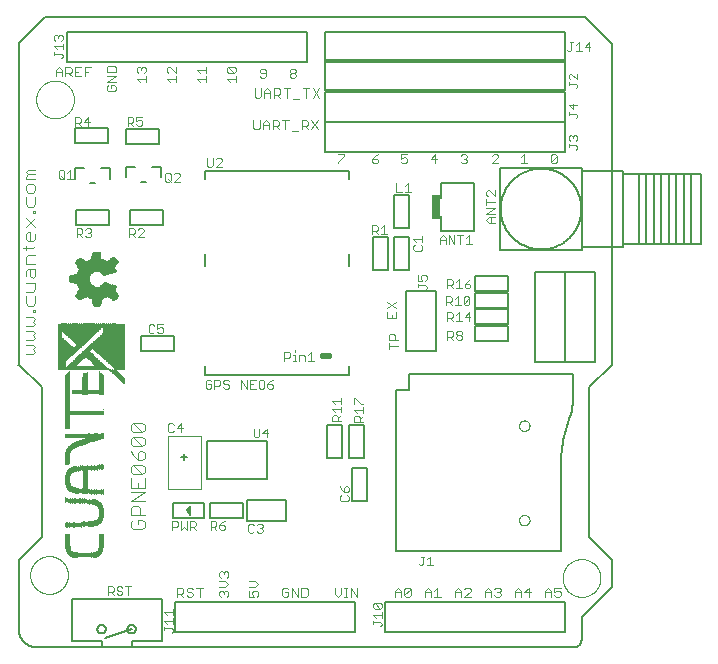
<source format=gto>
G75*
%MOIN*%
%OFA0B0*%
%FSLAX25Y25*%
%IPPOS*%
%LPD*%
%AMOC8*
5,1,8,0,0,1.08239X$1,22.5*
%
%ADD10C,0.00800*%
%ADD11C,0.00000*%
%ADD12C,0.00400*%
%ADD13C,0.00300*%
%ADD14C,0.01000*%
%ADD15C,0.00500*%
%ADD16R,0.03000X0.08000*%
%ADD17R,0.00015X0.00045*%
%ADD18R,0.00015X0.00105*%
%ADD19R,0.00015X0.00165*%
%ADD20R,0.00015X0.00225*%
%ADD21R,0.00015X0.00285*%
%ADD22R,0.00015X0.00345*%
%ADD23R,0.00015X0.00405*%
%ADD24R,0.00015X0.00435*%
%ADD25R,0.00015X0.00465*%
%ADD26R,0.00015X0.00495*%
%ADD27R,0.00015X0.00540*%
%ADD28R,0.00015X0.00585*%
%ADD29R,0.00015X0.00645*%
%ADD30R,0.00015X0.00150*%
%ADD31R,0.00015X0.00675*%
%ADD32R,0.00015X0.00195*%
%ADD33R,0.00015X0.00705*%
%ADD34R,0.00015X0.00240*%
%ADD35R,0.00015X0.00735*%
%ADD36R,0.00015X0.00270*%
%ADD37R,0.00015X0.00765*%
%ADD38R,0.00015X0.00300*%
%ADD39R,0.00015X0.00810*%
%ADD40R,0.00015X0.00360*%
%ADD41R,0.00015X0.00855*%
%ADD42R,0.00015X0.00435*%
%ADD43R,0.00015X0.00915*%
%ADD44R,0.00015X0.00465*%
%ADD45R,0.00015X0.00945*%
%ADD46R,0.00015X0.00960*%
%ADD47R,0.00015X0.00525*%
%ADD48R,0.00015X0.00990*%
%ADD49R,0.00015X0.00555*%
%ADD50R,0.00015X0.01035*%
%ADD51R,0.00015X0.00600*%
%ADD52R,0.00015X0.01080*%
%ADD53R,0.00015X0.01125*%
%ADD54R,0.00015X0.01170*%
%ADD55R,0.00015X0.00720*%
%ADD56R,0.00015X0.01200*%
%ADD57R,0.00015X0.00750*%
%ADD58R,0.00015X0.01230*%
%ADD59R,0.00015X0.00780*%
%ADD60R,0.00015X0.01260*%
%ADD61R,0.00015X0.00810*%
%ADD62R,0.00015X0.01305*%
%ADD63R,0.00015X0.01365*%
%ADD64R,0.00015X0.00900*%
%ADD65R,0.00015X0.01395*%
%ADD66R,0.00015X0.01440*%
%ADD67R,0.00015X0.01470*%
%ADD68R,0.00015X0.01005*%
%ADD69R,0.00015X0.01500*%
%ADD70R,0.00015X0.01020*%
%ADD71R,0.00015X0.01530*%
%ADD72R,0.00015X0.01065*%
%ADD73R,0.00015X0.01575*%
%ADD74R,0.00015X0.01095*%
%ADD75R,0.00015X0.01635*%
%ADD76R,0.00015X0.01155*%
%ADD77R,0.00015X0.01680*%
%ADD78R,0.00015X0.01200*%
%ADD79R,0.00015X0.01710*%
%ADD80R,0.00015X0.01230*%
%ADD81R,0.00015X0.01725*%
%ADD82R,0.00015X0.01245*%
%ADD83R,0.00015X0.01755*%
%ADD84R,0.00015X0.01275*%
%ADD85R,0.00015X0.01800*%
%ADD86R,0.00015X0.01320*%
%ADD87R,0.00015X0.01860*%
%ADD88R,0.00015X0.01905*%
%ADD89R,0.00015X0.01410*%
%ADD90R,0.00015X0.01935*%
%ADD91R,0.00015X0.01455*%
%ADD92R,0.00015X0.01965*%
%ADD93R,0.00015X0.01485*%
%ADD94R,0.00015X0.01995*%
%ADD95R,0.00015X0.01515*%
%ADD96R,0.00015X0.02040*%
%ADD97R,0.00015X0.01530*%
%ADD98R,0.00015X0.02070*%
%ADD99R,0.00015X0.01575*%
%ADD100R,0.00015X0.02115*%
%ADD101R,0.00015X0.01620*%
%ADD102R,0.00015X0.02160*%
%ADD103R,0.00015X0.01665*%
%ADD104R,0.00015X0.02190*%
%ADD105R,0.00015X0.00075*%
%ADD106R,0.00015X0.01695*%
%ADD107R,0.00015X0.02220*%
%ADD108R,0.00015X0.00105*%
%ADD109R,0.00015X0.02235*%
%ADD110R,0.00015X0.00135*%
%ADD111R,0.00015X0.01755*%
%ADD112R,0.00015X0.02280*%
%ADD113R,0.00015X0.00180*%
%ADD114R,0.00015X0.01785*%
%ADD115R,0.00015X0.02340*%
%ADD116R,0.00015X0.00240*%
%ADD117R,0.00015X0.01830*%
%ADD118R,0.00015X0.02385*%
%ADD119R,0.00015X0.01890*%
%ADD120R,0.00015X0.02415*%
%ADD121R,0.00015X0.00330*%
%ADD122R,0.00015X0.00120*%
%ADD123R,0.00015X0.01920*%
%ADD124R,0.00015X0.02430*%
%ADD125R,0.00015X0.00375*%
%ADD126R,0.00015X0.02460*%
%ADD127R,0.00015X0.00405*%
%ADD128R,0.00015X0.00195*%
%ADD129R,0.00015X0.01965*%
%ADD130R,0.00015X0.02505*%
%ADD131R,0.00015X0.00210*%
%ADD132R,0.00015X0.02010*%
%ADD133R,0.00015X0.02535*%
%ADD134R,0.00015X0.00480*%
%ADD135R,0.00015X0.02580*%
%ADD136R,0.00015X0.00540*%
%ADD137R,0.00015X0.02085*%
%ADD138R,0.00015X0.02625*%
%ADD139R,0.00015X0.02130*%
%ADD140R,0.00015X0.02670*%
%ADD141R,0.00015X0.00630*%
%ADD142R,0.00015X0.02700*%
%ADD143R,0.00015X0.00660*%
%ADD144R,0.00015X0.00450*%
%ADD145R,0.00015X0.02190*%
%ADD146R,0.00015X0.02715*%
%ADD147R,0.00015X0.02205*%
%ADD148R,0.00015X0.02745*%
%ADD149R,0.00015X0.00510*%
%ADD150R,0.00015X0.02235*%
%ADD151R,0.00015X0.02775*%
%ADD152R,0.00015X0.02820*%
%ADD153R,0.00015X0.02310*%
%ADD154R,0.00015X0.02880*%
%ADD155R,0.00015X0.00855*%
%ADD156R,0.00015X0.02355*%
%ADD157R,0.00015X0.02895*%
%ADD158R,0.00015X0.00870*%
%ADD159R,0.00015X0.00660*%
%ADD160R,0.00015X0.02925*%
%ADD161R,0.00015X0.00690*%
%ADD162R,0.00015X0.02970*%
%ADD163R,0.00015X0.03000*%
%ADD164R,0.00015X0.00750*%
%ADD165R,0.00015X0.03045*%
%ADD166R,0.00015X0.01005*%
%ADD167R,0.00015X0.00780*%
%ADD168R,0.00015X0.02505*%
%ADD169R,0.00015X0.03090*%
%ADD170R,0.00015X0.01050*%
%ADD171R,0.00015X0.00825*%
%ADD172R,0.00015X0.02550*%
%ADD173R,0.00015X0.03135*%
%ADD174R,0.00015X0.01095*%
%ADD175R,0.00015X0.00870*%
%ADD176R,0.00015X0.03165*%
%ADD177R,0.00015X0.01125*%
%ADD178R,0.00015X0.02625*%
%ADD179R,0.00015X0.03195*%
%ADD180R,0.00015X0.01140*%
%ADD181R,0.00015X0.00930*%
%ADD182R,0.00015X0.02655*%
%ADD183R,0.00015X0.03210*%
%ADD184R,0.00015X0.00960*%
%ADD185R,0.00015X0.03240*%
%ADD186R,0.00015X0.02700*%
%ADD187R,0.00015X0.03285*%
%ADD188R,0.00015X0.01245*%
%ADD189R,0.00015X0.02745*%
%ADD190R,0.00015X0.03330*%
%ADD191R,0.00015X0.02790*%
%ADD192R,0.00015X0.03360*%
%ADD193R,0.00015X0.01110*%
%ADD194R,0.00015X0.02835*%
%ADD195R,0.00015X0.03390*%
%ADD196R,0.00015X0.01335*%
%ADD197R,0.00015X0.01140*%
%ADD198R,0.00015X0.02865*%
%ADD199R,0.00015X0.03420*%
%ADD200R,0.00015X0.01155*%
%ADD201R,0.00015X0.04905*%
%ADD202R,0.00015X0.04920*%
%ADD203R,0.00015X0.02940*%
%ADD204R,0.00015X0.04950*%
%ADD205R,0.00015X0.02985*%
%ADD206R,0.00015X0.04965*%
%ADD207R,0.00015X0.01275*%
%ADD208R,0.00015X0.03015*%
%ADD209R,0.00015X0.04980*%
%ADD210R,0.00015X0.03045*%
%ADD211R,0.00015X0.05010*%
%ADD212R,0.00015X0.01335*%
%ADD213R,0.00015X0.03075*%
%ADD214R,0.00015X0.01350*%
%ADD215R,0.00015X0.03105*%
%ADD216R,0.00015X0.05040*%
%ADD217R,0.00015X0.01380*%
%ADD218R,0.00015X0.05040*%
%ADD219R,0.00015X0.01410*%
%ADD220R,0.00015X0.03180*%
%ADD221R,0.00015X0.05070*%
%ADD222R,0.00015X0.03225*%
%ADD223R,0.00015X0.03255*%
%ADD224R,0.00015X0.05085*%
%ADD225R,0.00015X0.01515*%
%ADD226R,0.00015X0.03300*%
%ADD227R,0.00015X0.05100*%
%ADD228R,0.00015X0.04935*%
%ADD229R,0.00015X0.05115*%
%ADD230R,0.00015X0.04995*%
%ADD231R,0.00015X0.05130*%
%ADD232R,0.00015X0.05010*%
%ADD233R,0.00015X0.05130*%
%ADD234R,0.00015X0.05010*%
%ADD235R,0.00015X0.05025*%
%ADD236R,0.00015X0.05040*%
%ADD237R,0.00015X0.05055*%
%ADD238R,0.00015X0.05130*%
%ADD239R,0.00015X0.05085*%
%ADD240R,0.00015X0.05115*%
%ADD241R,0.00015X0.05145*%
%ADD242R,0.00015X0.05160*%
%ADD243R,0.00015X0.05130*%
%ADD244R,0.00015X0.05190*%
%ADD245R,0.00015X0.05190*%
%ADD246R,0.00015X0.05205*%
%ADD247R,0.00015X0.05220*%
%ADD248R,0.00015X0.05070*%
%ADD249R,0.00015X0.05085*%
%ADD250R,0.00015X0.05205*%
%ADD251R,0.00015X0.05220*%
%ADD252R,0.00015X0.05055*%
%ADD253R,0.00015X0.05025*%
%ADD254R,0.00015X0.05205*%
%ADD255R,0.00015X0.05025*%
%ADD256R,0.00015X0.05190*%
%ADD257R,0.00015X0.05190*%
%ADD258R,0.00015X0.04995*%
%ADD259R,0.00015X0.05175*%
%ADD260R,0.00015X0.04950*%
%ADD261R,0.00015X0.05145*%
%ADD262R,0.00015X0.05145*%
%ADD263R,0.00015X0.04920*%
%ADD264R,0.00015X0.04905*%
%ADD265R,0.00015X0.04905*%
%ADD266R,0.00015X0.05115*%
%ADD267R,0.00015X0.04890*%
%ADD268R,0.00015X0.04890*%
%ADD269R,0.00015X0.04875*%
%ADD270R,0.00015X0.04845*%
%ADD271R,0.00015X0.04830*%
%ADD272R,0.00015X0.04830*%
%ADD273R,0.00015X0.05070*%
%ADD274R,0.00015X0.04830*%
%ADD275R,0.00015X0.04815*%
%ADD276R,0.00015X0.04800*%
%ADD277R,0.00015X0.04800*%
%ADD278R,0.00015X0.05010*%
%ADD279R,0.00015X0.04785*%
%ADD280R,0.00015X0.04770*%
%ADD281R,0.00015X0.04770*%
%ADD282R,0.00015X0.04755*%
%ADD283R,0.00015X0.04740*%
%ADD284R,0.00015X0.04725*%
%ADD285R,0.00015X0.04725*%
%ADD286R,0.00015X0.04980*%
%ADD287R,0.00015X0.04710*%
%ADD288R,0.00015X0.04725*%
%ADD289R,0.00015X0.04710*%
%ADD290R,0.00015X0.04695*%
%ADD291R,0.00015X0.04680*%
%ADD292R,0.00015X0.04695*%
%ADD293R,0.00015X0.04680*%
%ADD294R,0.00015X0.04905*%
%ADD295R,0.00015X0.04665*%
%ADD296R,0.00015X0.04650*%
%ADD297R,0.00015X0.04635*%
%ADD298R,0.00015X0.04620*%
%ADD299R,0.00015X0.04620*%
%ADD300R,0.00015X0.04890*%
%ADD301R,0.00015X0.04605*%
%ADD302R,0.00015X0.04605*%
%ADD303R,0.00015X0.04590*%
%ADD304R,0.00015X0.04845*%
%ADD305R,0.00015X0.04575*%
%ADD306R,0.00015X0.04590*%
%ADD307R,0.00015X0.04575*%
%ADD308R,0.00015X0.04845*%
%ADD309R,0.00015X0.04560*%
%ADD310R,0.00015X0.04545*%
%ADD311R,0.00015X0.04530*%
%ADD312R,0.00015X0.04515*%
%ADD313R,0.00015X0.04530*%
%ADD314R,0.00015X0.04500*%
%ADD315R,0.00015X0.04515*%
%ADD316R,0.00015X0.04785*%
%ADD317R,0.00015X0.04485*%
%ADD318R,0.00015X0.04755*%
%ADD319R,0.00015X0.04470*%
%ADD320R,0.00015X0.04740*%
%ADD321R,0.00015X0.04485*%
%ADD322R,0.00015X0.04755*%
%ADD323R,0.00015X0.04545*%
%ADD324R,0.00015X0.04695*%
%ADD325R,0.00015X0.04680*%
%ADD326R,0.00015X0.04665*%
%ADD327R,0.00015X0.04725*%
%ADD328R,0.00015X0.04680*%
%ADD329R,0.00015X0.04860*%
%ADD330R,0.00015X0.04740*%
%ADD331R,0.00015X0.04875*%
%ADD332R,0.00015X0.04965*%
%ADD333R,0.00015X0.04860*%
%ADD334R,0.00015X0.04995*%
%ADD335R,0.00015X0.04875*%
%ADD336R,0.00015X0.04980*%
%ADD337R,0.00015X0.05235*%
%ADD338R,0.00015X0.05235*%
%ADD339R,0.00015X0.05250*%
%ADD340R,0.00015X0.05280*%
%ADD341R,0.00015X0.05295*%
%ADD342R,0.00015X0.05325*%
%ADD343R,0.00015X0.05340*%
%ADD344R,0.00015X0.05235*%
%ADD345R,0.00015X0.05355*%
%ADD346R,0.00015X0.05370*%
%ADD347R,0.00015X0.05265*%
%ADD348R,0.00015X0.05370*%
%ADD349R,0.00015X0.05280*%
%ADD350R,0.00015X0.05385*%
%ADD351R,0.00015X0.05295*%
%ADD352R,0.00015X0.05400*%
%ADD353R,0.00015X0.05415*%
%ADD354R,0.00015X0.05310*%
%ADD355R,0.00015X0.05430*%
%ADD356R,0.00015X0.05445*%
%ADD357R,0.00015X0.05460*%
%ADD358R,0.00015X0.05355*%
%ADD359R,0.00015X0.05475*%
%ADD360R,0.00015X0.05505*%
%ADD361R,0.00015X0.05520*%
%ADD362R,0.00015X0.05535*%
%ADD363R,0.00015X0.05550*%
%ADD364R,0.00015X0.05550*%
%ADD365R,0.00015X0.05475*%
%ADD366R,0.00015X0.05490*%
%ADD367R,0.00015X0.05475*%
%ADD368R,0.00015X0.05385*%
%ADD369R,0.00015X0.05370*%
%ADD370R,0.00015X0.05325*%
%ADD371R,0.00015X0.05310*%
%ADD372R,0.00015X0.05265*%
%ADD373R,0.00015X0.05175*%
%ADD374R,0.00015X0.04980*%
%ADD375R,0.00015X0.04965*%
%ADD376R,0.00015X0.04860*%
%ADD377R,0.00015X0.04845*%
%ADD378R,0.00015X0.04815*%
%ADD379R,0.00015X0.04770*%
%ADD380R,0.00015X0.05295*%
%ADD381R,0.00015X0.04635*%
%ADD382R,0.00015X0.05610*%
%ADD383R,0.00015X0.05700*%
%ADD384R,0.00015X0.05760*%
%ADD385R,0.00015X0.05805*%
%ADD386R,0.00015X0.05850*%
%ADD387R,0.00015X0.05895*%
%ADD388R,0.00015X0.06000*%
%ADD389R,0.00015X0.06135*%
%ADD390R,0.00015X0.06225*%
%ADD391R,0.00015X0.06300*%
%ADD392R,0.00015X0.06330*%
%ADD393R,0.00015X0.06375*%
%ADD394R,0.00015X0.06450*%
%ADD395R,0.00015X0.06570*%
%ADD396R,0.00015X0.05565*%
%ADD397R,0.00015X0.06690*%
%ADD398R,0.00015X0.06735*%
%ADD399R,0.00015X0.05790*%
%ADD400R,0.00015X0.06765*%
%ADD401R,0.00015X0.05850*%
%ADD402R,0.00015X0.06780*%
%ADD403R,0.00015X0.05895*%
%ADD404R,0.00015X0.06795*%
%ADD405R,0.00015X0.05955*%
%ADD406R,0.00015X0.06810*%
%ADD407R,0.00015X0.06060*%
%ADD408R,0.00015X0.06195*%
%ADD409R,0.00015X0.06825*%
%ADD410R,0.00015X0.06330*%
%ADD411R,0.00015X0.06840*%
%ADD412R,0.00015X0.06390*%
%ADD413R,0.00015X0.06495*%
%ADD414R,0.00015X0.06840*%
%ADD415R,0.00015X0.06555*%
%ADD416R,0.00015X0.06825*%
%ADD417R,0.00015X0.06645*%
%ADD418R,0.00015X0.06825*%
%ADD419R,0.00015X0.06705*%
%ADD420R,0.00015X0.06705*%
%ADD421R,0.00015X0.06810*%
%ADD422R,0.00015X0.06720*%
%ADD423R,0.00015X0.06795*%
%ADD424R,0.00015X0.06750*%
%ADD425R,0.00015X0.06765*%
%ADD426R,0.00015X0.06795*%
%ADD427R,0.00015X0.06780*%
%ADD428R,0.00015X0.06780*%
%ADD429R,0.00015X0.06750*%
%ADD430R,0.00015X0.06720*%
%ADD431R,0.00015X0.06720*%
%ADD432R,0.00015X0.06705*%
%ADD433R,0.00015X0.06705*%
%ADD434R,0.00015X0.06690*%
%ADD435R,0.00015X0.06675*%
%ADD436R,0.00015X0.06690*%
%ADD437R,0.00015X0.06675*%
%ADD438R,0.00015X0.06675*%
%ADD439R,0.00015X0.06660*%
%ADD440R,0.00015X0.06675*%
%ADD441R,0.00015X0.06660*%
%ADD442R,0.00015X0.06660*%
%ADD443R,0.00015X0.06645*%
%ADD444R,0.00015X0.06630*%
%ADD445R,0.00015X0.06660*%
%ADD446R,0.00015X0.06630*%
%ADD447R,0.00015X0.06645*%
%ADD448R,0.00015X0.06735*%
%ADD449R,0.00015X0.06765*%
%ADD450R,0.00015X0.06780*%
%ADD451R,0.00015X0.06825*%
%ADD452R,0.00015X0.06855*%
%ADD453R,0.00015X0.06855*%
%ADD454R,0.00015X0.06870*%
%ADD455R,0.00015X0.06885*%
%ADD456R,0.00015X0.06525*%
%ADD457R,0.00015X0.06405*%
%ADD458R,0.00015X0.06255*%
%ADD459R,0.00015X0.06165*%
%ADD460R,0.00015X0.06870*%
%ADD461R,0.00015X0.06120*%
%ADD462R,0.00015X0.06885*%
%ADD463R,0.00015X0.06060*%
%ADD464R,0.00015X0.06015*%
%ADD465R,0.00015X0.05910*%
%ADD466R,0.00015X0.05670*%
%ADD467R,0.00015X0.05595*%
%ADD468R,0.00015X0.06585*%
%ADD469R,0.00015X0.05160*%
%ADD470R,0.00015X0.06390*%
%ADD471R,0.00015X0.05025*%
%ADD472R,0.00015X0.06330*%
%ADD473R,0.00015X0.06075*%
%ADD474R,0.00015X0.05820*%
%ADD475R,0.00015X0.05775*%
%ADD476R,0.00015X0.05685*%
%ADD477R,0.00015X0.05460*%
%ADD478R,0.00015X0.04860*%
%ADD479R,0.00015X0.04935*%
%ADD480R,0.00015X0.05160*%
%ADD481R,0.00015X0.05325*%
%ADD482R,0.00015X0.05340*%
%ADD483R,0.00015X0.05355*%
%ADD484R,0.00015X0.05430*%
%ADD485R,0.00015X0.05535*%
%ADD486R,0.00015X0.05595*%
%ADD487R,0.00015X0.05640*%
%ADD488R,0.00015X0.05640*%
%ADD489R,0.00015X0.05670*%
%ADD490R,0.00015X0.05685*%
%ADD491R,0.00015X0.05700*%
%ADD492R,0.00015X0.05715*%
%ADD493R,0.00015X0.05715*%
%ADD494R,0.00015X0.05730*%
%ADD495R,0.00015X0.05745*%
%ADD496R,0.00015X0.05760*%
%ADD497R,0.00015X0.06000*%
%ADD498R,0.00015X0.06105*%
%ADD499R,0.00015X0.06180*%
%ADD500R,0.00015X0.06210*%
%ADD501R,0.00015X0.12690*%
%ADD502R,0.00015X0.12675*%
%ADD503R,0.00015X0.12660*%
%ADD504R,0.00015X0.12660*%
%ADD505R,0.00015X0.12645*%
%ADD506R,0.00015X0.12615*%
%ADD507R,0.00015X0.12600*%
%ADD508R,0.00015X0.12585*%
%ADD509R,0.00015X0.12555*%
%ADD510R,0.00015X0.12540*%
%ADD511R,0.00015X0.12525*%
%ADD512R,0.00015X0.12510*%
%ADD513R,0.00015X0.12510*%
%ADD514R,0.00015X0.12480*%
%ADD515R,0.00015X0.12450*%
%ADD516R,0.00015X0.12435*%
%ADD517R,0.00015X0.12420*%
%ADD518R,0.00015X0.12390*%
%ADD519R,0.00015X0.12375*%
%ADD520R,0.00015X0.12360*%
%ADD521R,0.00015X0.12330*%
%ADD522R,0.00015X0.12300*%
%ADD523R,0.00015X0.12285*%
%ADD524R,0.00015X0.12270*%
%ADD525R,0.00015X0.12255*%
%ADD526R,0.00015X0.12240*%
%ADD527R,0.00015X0.12225*%
%ADD528R,0.00015X0.12195*%
%ADD529R,0.00015X0.12165*%
%ADD530R,0.00015X0.12150*%
%ADD531R,0.00015X0.12135*%
%ADD532R,0.00015X0.12120*%
%ADD533R,0.00015X0.12090*%
%ADD534R,0.00015X0.12075*%
%ADD535R,0.00015X0.12060*%
%ADD536R,0.00015X0.12045*%
%ADD537R,0.00015X0.12015*%
%ADD538R,0.00015X0.12000*%
%ADD539R,0.00015X0.11985*%
%ADD540R,0.00015X0.11955*%
%ADD541R,0.00015X0.11940*%
%ADD542R,0.00015X0.11925*%
%ADD543R,0.00015X0.11910*%
%ADD544R,0.00015X0.11910*%
%ADD545R,0.00015X0.11880*%
%ADD546R,0.00015X0.11850*%
%ADD547R,0.00015X0.11835*%
%ADD548R,0.00015X0.11805*%
%ADD549R,0.00015X0.11775*%
%ADD550R,0.00015X0.11760*%
%ADD551R,0.00015X0.11745*%
%ADD552R,0.00015X0.11730*%
%ADD553R,0.00015X0.11700*%
%ADD554R,0.00015X0.11700*%
%ADD555R,0.00015X0.11685*%
%ADD556R,0.00015X0.11655*%
%ADD557R,0.00015X0.11640*%
%ADD558R,0.00015X0.11625*%
%ADD559R,0.00015X0.11625*%
%ADD560R,0.00015X0.11670*%
%ADD561R,0.00015X0.11715*%
%ADD562R,0.00015X0.11790*%
%ADD563R,0.00015X0.11820*%
%ADD564R,0.00015X0.11820*%
%ADD565R,0.00015X0.11880*%
%ADD566R,0.00015X0.11895*%
%ADD567R,0.00015X0.11970*%
%ADD568R,0.00015X0.12045*%
%ADD569R,0.00015X0.12075*%
%ADD570R,0.00015X0.12105*%
%ADD571R,0.00015X0.12135*%
%ADD572R,0.00015X0.12165*%
%ADD573R,0.00015X0.12180*%
%ADD574R,0.00015X0.12195*%
%ADD575R,0.00015X0.12210*%
%ADD576R,0.00015X0.12225*%
%ADD577R,0.00015X0.12255*%
%ADD578R,0.00015X0.12360*%
%ADD579R,0.00015X0.12390*%
%ADD580R,0.00015X0.12405*%
%ADD581R,0.00015X0.12435*%
%ADD582R,0.00015X0.12480*%
%ADD583R,0.00015X0.12480*%
%ADD584R,0.00015X0.12510*%
%ADD585R,0.00015X0.12570*%
%ADD586R,0.00015X0.12630*%
%ADD587R,0.00015X0.12675*%
%ADD588R,0.00015X0.12705*%
%ADD589R,0.00015X0.12735*%
%ADD590R,0.00015X0.12750*%
%ADD591R,0.00015X0.12780*%
%ADD592R,0.00015X0.12795*%
%ADD593R,0.00015X0.12810*%
%ADD594R,0.00015X0.12840*%
%ADD595R,0.00015X0.12855*%
%ADD596R,0.00015X0.12885*%
%ADD597R,0.00015X0.12900*%
%ADD598R,0.00015X0.12915*%
%ADD599R,0.00015X0.12945*%
%ADD600R,0.00015X0.12960*%
%ADD601R,0.00015X0.12990*%
%ADD602R,0.00015X0.13005*%
%ADD603R,0.00015X0.13020*%
%ADD604R,0.00015X0.13035*%
%ADD605R,0.00015X0.13065*%
%ADD606R,0.00015X0.13080*%
%ADD607R,0.00015X0.13110*%
%ADD608R,0.00015X0.13125*%
%ADD609R,0.00015X0.13155*%
%ADD610R,0.00015X0.13170*%
%ADD611R,0.00015X0.13200*%
%ADD612R,0.00015X0.13230*%
%ADD613R,0.00015X0.13260*%
%ADD614R,0.00015X0.13290*%
%ADD615R,0.00015X0.13320*%
%ADD616R,0.00015X0.13350*%
%ADD617R,0.00015X0.13365*%
%ADD618R,0.00015X0.13395*%
%ADD619R,0.00015X0.13425*%
%ADD620R,0.00015X0.13455*%
%ADD621R,0.00015X0.13470*%
%ADD622R,0.00015X0.13500*%
%ADD623R,0.00015X0.13530*%
%ADD624R,0.00015X0.13560*%
%ADD625R,0.00015X0.13575*%
%ADD626R,0.00015X0.13605*%
%ADD627R,0.00015X0.13635*%
%ADD628R,0.00015X0.13650*%
%ADD629R,0.00015X0.13680*%
%ADD630R,0.00015X0.13695*%
%ADD631R,0.00015X0.13725*%
%ADD632R,0.00015X0.13740*%
%ADD633R,0.00015X0.13770*%
%ADD634R,0.00015X0.13785*%
%ADD635R,0.00015X0.13800*%
%ADD636R,0.00015X0.13830*%
%ADD637R,0.00015X0.13860*%
%ADD638R,0.00015X0.13875*%
%ADD639R,0.00015X0.13905*%
%ADD640R,0.00015X0.13935*%
%ADD641R,0.00015X0.13950*%
%ADD642R,0.00015X0.13980*%
%ADD643R,0.00015X0.14010*%
%ADD644R,0.00015X0.14025*%
%ADD645R,0.00015X0.14055*%
%ADD646R,0.00015X0.14070*%
%ADD647R,0.00015X0.14085*%
%ADD648R,0.00015X0.14115*%
%ADD649R,0.00015X0.14145*%
%ADD650R,0.00015X0.14160*%
%ADD651R,0.00015X0.14190*%
%ADD652R,0.00015X0.14205*%
%ADD653R,0.00015X0.14220*%
%ADD654R,0.00015X0.14235*%
%ADD655R,0.00015X0.14265*%
%ADD656R,0.00015X0.14280*%
%ADD657R,0.00015X0.14295*%
%ADD658R,0.00015X0.14295*%
%ADD659R,0.00015X0.14250*%
%ADD660R,0.00015X0.14205*%
%ADD661R,0.00015X0.14175*%
%ADD662R,0.00015X0.14160*%
%ADD663R,0.00015X0.14130*%
%ADD664R,0.00015X0.14100*%
%ADD665R,0.00015X0.14040*%
%ADD666R,0.00015X0.14010*%
%ADD667R,0.00015X0.03465*%
%ADD668R,0.00015X0.10440*%
%ADD669R,0.00015X0.03420*%
%ADD670R,0.00015X0.10395*%
%ADD671R,0.00015X0.03375*%
%ADD672R,0.00015X0.10335*%
%ADD673R,0.00015X0.03570*%
%ADD674R,0.00015X0.06600*%
%ADD675R,0.00015X0.03525*%
%ADD676R,0.00015X0.03270*%
%ADD677R,0.00015X0.03495*%
%ADD678R,0.00015X0.03210*%
%ADD679R,0.00015X0.06480*%
%ADD680R,0.00015X0.03435*%
%ADD681R,0.00015X0.03165*%
%ADD682R,0.00015X0.03390*%
%ADD683R,0.00015X0.03120*%
%ADD684R,0.00015X0.06315*%
%ADD685R,0.00015X0.03345*%
%ADD686R,0.00015X0.03090*%
%ADD687R,0.00015X0.03075*%
%ADD688R,0.00015X0.06225*%
%ADD689R,0.00015X0.03270*%
%ADD690R,0.00015X0.06180*%
%ADD691R,0.00015X0.02970*%
%ADD692R,0.00015X0.06075*%
%ADD693R,0.00015X0.03195*%
%ADD694R,0.00015X0.02925*%
%ADD695R,0.00015X0.05985*%
%ADD696R,0.00015X0.03135*%
%ADD697R,0.00015X0.02850*%
%ADD698R,0.00015X0.05835*%
%ADD699R,0.00015X0.03030*%
%ADD700R,0.00015X0.02805*%
%ADD701R,0.00015X0.02730*%
%ADD702R,0.00015X0.05625*%
%ADD703R,0.00015X0.02925*%
%ADD704R,0.00015X0.02640*%
%ADD705R,0.00015X0.02595*%
%ADD706R,0.00015X0.02565*%
%ADD707R,0.00015X0.02760*%
%ADD708R,0.00015X0.02520*%
%ADD709R,0.00015X0.02730*%
%ADD710R,0.00015X0.02475*%
%ADD711R,0.00015X0.02685*%
%ADD712R,0.00015X0.02445*%
%ADD713R,0.00015X0.02400*%
%ADD714R,0.00015X0.02370*%
%ADD715R,0.00015X0.02565*%
%ADD716R,0.00015X0.02340*%
%ADD717R,0.00015X0.02325*%
%ADD718R,0.00015X0.02505*%
%ADD719R,0.00015X0.02280*%
%ADD720R,0.00015X0.02460*%
%ADD721R,0.00015X0.04560*%
%ADD722R,0.00015X0.02190*%
%ADD723R,0.00015X0.04440*%
%ADD724R,0.00015X0.02370*%
%ADD725R,0.00015X0.02145*%
%ADD726R,0.00015X0.04365*%
%ADD727R,0.00015X0.04320*%
%ADD728R,0.00015X0.02310*%
%ADD729R,0.00015X0.02100*%
%ADD730R,0.00015X0.04260*%
%ADD731R,0.00015X0.04200*%
%ADD732R,0.00015X0.02265*%
%ADD733R,0.00015X0.02040*%
%ADD734R,0.00015X0.04095*%
%ADD735R,0.00015X0.02220*%
%ADD736R,0.00015X0.03915*%
%ADD737R,0.00015X0.02175*%
%ADD738R,0.00015X0.03765*%
%ADD739R,0.00015X0.03675*%
%ADD740R,0.00015X0.01890*%
%ADD741R,0.00015X0.03615*%
%ADD742R,0.00015X0.02055*%
%ADD743R,0.00015X0.01860*%
%ADD744R,0.00015X0.03555*%
%ADD745R,0.00015X0.01815*%
%ADD746R,0.00015X0.03450*%
%ADD747R,0.00015X0.01725*%
%ADD748R,0.00015X0.03315*%
%ADD749R,0.00015X0.01905*%
%ADD750R,0.00015X0.01680*%
%ADD751R,0.00015X0.01650*%
%ADD752R,0.00015X0.01620*%
%ADD753R,0.00015X0.01590*%
%ADD754R,0.00015X0.01770*%
%ADD755R,0.00015X0.01560*%
%ADD756R,0.00015X0.03240*%
%ADD757R,0.00015X0.01740*%
%ADD758R,0.00015X0.01665*%
%ADD759R,0.00015X0.01455*%
%ADD760R,0.00015X0.01635*%
%ADD761R,0.00015X0.01410*%
%ADD762R,0.00015X0.01395*%
%ADD763R,0.00015X0.01365*%
%ADD764R,0.00015X0.01335*%
%ADD765R,0.00015X0.01290*%
%ADD766R,0.00015X0.03210*%
%ADD767R,0.00015X0.01455*%
%ADD768R,0.00015X0.01185*%
%ADD769R,0.00015X0.01290*%
%ADD770R,0.00015X0.01110*%
%ADD771R,0.00015X0.01260*%
%ADD772R,0.00015X0.03180*%
%ADD773R,0.00015X0.00975*%
%ADD774R,0.00015X0.03150*%
%ADD775R,0.00015X0.00885*%
%ADD776R,0.00015X0.03150*%
%ADD777R,0.00015X0.01050*%
%ADD778R,0.00015X0.00795*%
%ADD779R,0.00015X0.00885*%
%ADD780R,0.00015X0.00690*%
%ADD781R,0.00015X0.00840*%
%ADD782R,0.00015X0.00570*%
%ADD783R,0.00015X0.00525*%
%ADD784R,0.00015X0.03105*%
%ADD785R,0.00015X0.00660*%
%ADD786R,0.00015X0.00615*%
%ADD787R,0.00015X0.00420*%
%ADD788R,0.00015X0.00555*%
%ADD789R,0.00015X0.00390*%
%ADD790R,0.00015X0.00525*%
%ADD791R,0.00015X0.00360*%
%ADD792R,0.00015X0.00495*%
%ADD793R,0.00015X0.03075*%
%ADD794R,0.00015X0.00450*%
%ADD795R,0.00015X0.00225*%
%ADD796R,0.00015X0.00345*%
%ADD797R,0.00015X0.00255*%
%ADD798R,0.00015X0.03060*%
%ADD799R,0.00015X0.00180*%
%ADD800R,0.00015X0.00075*%
%ADD801R,0.00015X0.03000*%
%ADD802R,0.00015X0.02955*%
%ADD803R,0.00015X0.02940*%
%ADD804R,0.00015X0.02940*%
%ADD805R,0.00015X0.02910*%
%ADD806R,0.00015X0.02910*%
%ADD807R,0.00015X0.02865*%
%ADD808R,0.00015X0.02805*%
%ADD809R,0.00015X0.02775*%
%ADD810R,0.00015X0.02760*%
%ADD811R,0.00015X0.02655*%
%ADD812R,0.00015X0.02640*%
%ADD813R,0.00015X0.02610*%
%ADD814R,0.00015X0.02595*%
%ADD815R,0.00015X0.02535*%
%ADD816R,0.00015X0.02475*%
%ADD817R,0.00015X0.02175*%
%ADD818R,0.00015X0.01575*%
%ADD819R,0.00044X0.00044*%
%ADD820R,0.00044X0.02161*%
%ADD821R,0.00044X0.15345*%
%ADD822R,0.00044X0.02117*%
%ADD823R,0.00044X0.17506*%
%ADD824R,0.00044X0.17461*%
%ADD825R,0.00044X0.02072*%
%ADD826R,0.00044X0.15301*%
%ADD827R,0.00044X0.02028*%
%ADD828R,0.00044X0.15257*%
%ADD829R,0.00044X0.01984*%
%ADD830R,0.00044X0.15213*%
%ADD831R,0.00044X0.01940*%
%ADD832R,0.00044X0.15169*%
%ADD833R,0.00044X0.01896*%
%ADD834R,0.00044X0.15124*%
%ADD835R,0.00044X0.01852*%
%ADD836R,0.00044X0.15080*%
%ADD837R,0.00044X0.01808*%
%ADD838R,0.00044X0.15036*%
%ADD839R,0.00044X0.01764*%
%ADD840R,0.00044X0.14992*%
%ADD841R,0.00044X0.01720*%
%ADD842R,0.00044X0.14948*%
%ADD843R,0.00044X0.01676*%
%ADD844R,0.00044X0.14904*%
%ADD845R,0.00044X0.01631*%
%ADD846R,0.00044X0.14860*%
%ADD847R,0.00044X0.14816*%
%ADD848R,0.00044X0.01543*%
%ADD849R,0.00044X0.14772*%
%ADD850R,0.00044X0.14728*%
%ADD851R,0.00044X0.01499*%
%ADD852R,0.00044X0.14683*%
%ADD853R,0.00044X0.01455*%
%ADD854R,0.00044X0.01411*%
%ADD855R,0.00044X0.14639*%
%ADD856R,0.00044X0.01367*%
%ADD857R,0.00044X0.14595*%
%ADD858R,0.00044X0.01323*%
%ADD859R,0.00044X0.14551*%
%ADD860R,0.00044X0.01279*%
%ADD861R,0.00044X0.14507*%
%ADD862R,0.00044X0.01235*%
%ADD863R,0.00044X0.14463*%
%ADD864R,0.00044X0.01191*%
%ADD865R,0.00044X0.14419*%
%ADD866R,0.00044X0.01146*%
%ADD867R,0.00044X0.14375*%
%ADD868R,0.00044X0.01102*%
%ADD869R,0.00044X0.14331*%
%ADD870R,0.00044X0.01058*%
%ADD871R,0.00044X0.14287*%
%ADD872R,0.00044X0.01014*%
%ADD873R,0.00044X0.14243*%
%ADD874R,0.00044X0.00970*%
%ADD875R,0.00044X0.14198*%
%ADD876R,0.00044X0.14154*%
%ADD877R,0.00044X0.00926*%
%ADD878R,0.00044X0.14110*%
%ADD879R,0.00044X0.00882*%
%ADD880R,0.00044X0.14066*%
%ADD881R,0.00044X0.00838*%
%ADD882R,0.00044X0.14022*%
%ADD883R,0.00044X0.00794*%
%ADD884R,0.00044X0.00750*%
%ADD885R,0.00044X0.13978*%
%ADD886R,0.00044X0.00706*%
%ADD887R,0.00044X0.13934*%
%ADD888R,0.00044X0.00661*%
%ADD889R,0.00044X0.13890*%
%ADD890R,0.00044X0.00617*%
%ADD891R,0.00044X0.13846*%
%ADD892R,0.00044X0.00573*%
%ADD893R,0.00044X0.13802*%
%ADD894R,0.00044X0.00529*%
%ADD895R,0.00044X0.13757*%
%ADD896R,0.00044X0.00485*%
%ADD897R,0.00044X0.13713*%
%ADD898R,0.00044X0.00441*%
%ADD899R,0.00044X0.13669*%
%ADD900R,0.00044X0.00397*%
%ADD901R,0.00044X0.13625*%
%ADD902R,0.00044X0.00353*%
%ADD903R,0.00044X0.13581*%
%ADD904R,0.00044X0.00309*%
%ADD905R,0.00044X0.13537*%
%ADD906R,0.00044X0.00265*%
%ADD907R,0.00044X0.13493*%
%ADD908R,0.00044X0.13449*%
%ADD909R,0.00044X0.00220*%
%ADD910R,0.00044X0.13405*%
%ADD911R,0.00044X0.00132*%
%ADD912R,0.00044X0.13361*%
%ADD913R,0.00044X0.00088*%
%ADD914R,0.00044X0.13317*%
%ADD915R,0.00044X0.13272*%
%ADD916R,0.00044X0.13228*%
%ADD917R,0.00044X0.13184*%
%ADD918R,0.00044X0.13140*%
%ADD919R,0.00044X0.13096*%
%ADD920R,0.00044X0.00176*%
%ADD921R,0.00044X0.13052*%
%ADD922R,0.00044X0.13008*%
%ADD923R,0.00044X0.12964*%
%ADD924R,0.00044X0.12920*%
%ADD925R,0.00044X0.12876*%
%ADD926R,0.00044X0.12831*%
%ADD927R,0.00044X0.12787*%
%ADD928R,0.00044X0.12743*%
%ADD929R,0.00044X0.12699*%
%ADD930R,0.00044X0.12655*%
%ADD931R,0.00044X0.12611*%
%ADD932R,0.00044X0.12567*%
%ADD933R,0.00044X0.12523*%
%ADD934R,0.00044X0.12479*%
%ADD935R,0.00044X0.12435*%
%ADD936R,0.00044X0.12391*%
%ADD937R,0.00044X0.12346*%
%ADD938R,0.00044X0.12302*%
%ADD939R,0.00044X0.12258*%
%ADD940R,0.00044X0.12214*%
%ADD941R,0.00044X0.12170*%
%ADD942R,0.00044X0.12126*%
%ADD943R,0.00044X0.12082*%
%ADD944R,0.00044X0.12038*%
%ADD945R,0.00044X0.11950*%
%ADD946R,0.00044X0.11906*%
%ADD947R,0.00044X0.11861*%
%ADD948R,0.00044X0.11817*%
%ADD949R,0.00044X0.11773*%
%ADD950R,0.00044X0.11729*%
%ADD951R,0.00044X0.11685*%
%ADD952R,0.00044X0.01587*%
%ADD953R,0.00044X0.11641*%
%ADD954R,0.00044X0.11597*%
%ADD955R,0.00044X0.10539*%
%ADD956R,0.00044X0.03704*%
%ADD957R,0.00044X0.06570*%
%ADD958R,0.00044X0.08422*%
%ADD959R,0.00044X0.04189*%
%ADD960R,0.00044X0.02734*%
%ADD961R,0.00044X0.08334*%
%ADD962R,0.00044X0.04586*%
%ADD963R,0.00044X0.03263*%
%ADD964R,0.00044X0.06614*%
%ADD965R,0.00044X0.08246*%
%ADD966R,0.00044X0.04850*%
%ADD967R,0.00044X0.03748*%
%ADD968R,0.00044X0.06658*%
%ADD969R,0.00044X0.08202*%
%ADD970R,0.00044X0.04983*%
%ADD971R,0.00044X0.03969*%
%ADD972R,0.00044X0.06702*%
%ADD973R,0.00044X0.08113*%
%ADD974R,0.00044X0.05247*%
%ADD975R,0.00044X0.04321*%
%ADD976R,0.00044X0.06746*%
%ADD977R,0.00044X0.08025*%
%ADD978R,0.00044X0.05380*%
%ADD979R,0.00044X0.07937*%
%ADD980R,0.00044X0.05512*%
%ADD981R,0.00044X0.04806*%
%ADD982R,0.00044X0.06835*%
%ADD983R,0.00044X0.07893*%
%ADD984R,0.00044X0.05644*%
%ADD985R,0.00044X0.05027*%
%ADD986R,0.00044X0.07805*%
%ADD987R,0.00044X0.05776*%
%ADD988R,0.00044X0.05203*%
%ADD989R,0.00044X0.06879*%
%ADD990R,0.00044X0.07717*%
%ADD991R,0.00044X0.05865*%
%ADD992R,0.00044X0.06923*%
%ADD993R,0.00044X0.07628*%
%ADD994R,0.00044X0.05953*%
%ADD995R,0.00044X0.05556*%
%ADD996R,0.00044X0.06967*%
%ADD997R,0.00044X0.07540*%
%ADD998R,0.00044X0.06041*%
%ADD999R,0.00044X0.05732*%
%ADD1000R,0.00044X0.07011*%
%ADD1001R,0.00044X0.02205*%
%ADD1002R,0.00044X0.07452*%
%ADD1003R,0.00044X0.06129*%
%ADD1004R,0.00044X0.07055*%
%ADD1005R,0.00044X0.02249*%
%ADD1006R,0.00044X0.07364*%
%ADD1007R,0.00044X0.06217*%
%ADD1008R,0.00044X0.05997*%
%ADD1009R,0.00044X0.07099*%
%ADD1010R,0.00044X0.02293*%
%ADD1011R,0.00044X0.07276*%
%ADD1012R,0.00044X0.06306*%
%ADD1013R,0.00044X0.06173*%
%ADD1014R,0.00044X0.02337*%
%ADD1015R,0.00044X0.07187*%
%ADD1016R,0.00044X0.06350*%
%ADD1017R,0.00044X0.06261*%
%ADD1018R,0.00044X0.07143*%
%ADD1019R,0.00044X0.02381*%
%ADD1020R,0.00044X0.06438*%
%ADD1021R,0.00044X0.06394*%
%ADD1022R,0.00044X0.02425*%
%ADD1023R,0.00044X0.06482*%
%ADD1024R,0.00044X0.06526*%
%ADD1025R,0.00044X0.07231*%
%ADD1026R,0.00044X0.02469*%
%ADD1027R,0.00044X0.07320*%
%ADD1028R,0.00044X0.02513*%
%ADD1029R,0.00044X0.06791*%
%ADD1030R,0.00044X0.02557*%
%ADD1031R,0.00044X0.07408*%
%ADD1032R,0.00044X0.02602*%
%ADD1033R,0.00044X0.02646*%
%ADD1034R,0.00044X0.02690*%
%ADD1035R,0.00044X0.07496*%
%ADD1036R,0.00044X0.02778*%
%ADD1037R,0.00044X0.07584*%
%ADD1038R,0.00044X0.02822*%
%ADD1039R,0.00044X0.02866*%
%ADD1040R,0.00044X0.02910*%
%ADD1041R,0.00044X0.07672*%
%ADD1042R,0.00044X0.02954*%
%ADD1043R,0.00044X0.02998*%
%ADD1044R,0.00044X0.04277*%
%ADD1045R,0.00044X0.03439*%
%ADD1046R,0.00044X0.03395*%
%ADD1047R,0.00044X0.03043*%
%ADD1048R,0.00044X0.03351*%
%ADD1049R,0.00044X0.03087*%
%ADD1050R,0.00044X0.05688*%
%ADD1051R,0.00044X0.03131*%
%ADD1052R,0.00044X0.05600*%
%ADD1053R,0.00044X0.03175*%
%ADD1054R,0.00044X0.05468*%
%ADD1055R,0.00044X0.03219*%
%ADD1056R,0.00044X0.05291*%
%ADD1057R,0.00044X0.03307*%
%ADD1058R,0.00044X0.05159*%
%ADD1059R,0.00044X0.05071*%
%ADD1060R,0.00044X0.03483*%
%ADD1061R,0.00044X0.04894*%
%ADD1062R,0.00044X0.03528*%
%ADD1063R,0.00044X0.03572*%
%ADD1064R,0.00044X0.04718*%
%ADD1065R,0.00044X0.03616*%
%ADD1066R,0.00044X0.04630*%
%ADD1067R,0.00044X0.03660*%
%ADD1068R,0.00044X0.04542*%
%ADD1069R,0.00044X0.04454*%
%ADD1070R,0.00044X0.04365*%
%ADD1071R,0.00044X0.03792*%
%ADD1072R,0.00044X0.03836*%
%ADD1073R,0.00044X0.03880*%
%ADD1074R,0.00044X0.04145*%
%ADD1075R,0.00044X0.04057*%
%ADD1076R,0.00044X0.03924*%
%ADD1077R,0.00044X0.04013*%
%ADD1078R,0.00044X0.04101*%
%ADD1079R,0.00044X0.04233*%
%ADD1080R,0.00044X0.04409*%
%ADD1081R,0.00044X0.04498*%
%ADD1082R,0.00044X0.04674*%
%ADD1083R,0.00044X0.04762*%
%ADD1084R,0.00044X0.05115*%
%ADD1085R,0.00044X0.05335*%
%ADD1086R,0.00044X0.05424*%
%ADD1087R,0.00044X0.05820*%
%ADD1088R,0.00044X0.05909*%
%ADD1089R,0.00044X0.09436*%
%ADD1090R,0.00044X0.06085*%
%ADD1091R,0.00044X0.09348*%
%ADD1092R,0.00044X0.09304*%
%ADD1093R,0.00044X0.09260*%
%ADD1094R,0.00044X0.07849*%
%ADD1095R,0.00044X0.07981*%
%ADD1096R,0.00044X0.08069*%
%ADD1097R,0.00044X0.08157*%
%ADD1098R,0.00044X0.08290*%
%ADD1099R,0.00044X0.08378*%
%ADD1100R,0.00044X0.08466*%
%ADD1101R,0.00044X0.08510*%
%ADD1102R,0.00044X0.08554*%
%ADD1103R,0.00044X0.08598*%
%ADD1104R,0.00044X0.08643*%
%ADD1105R,0.00044X0.08687*%
%ADD1106R,0.00044X0.08731*%
%ADD1107R,0.00044X0.08775*%
%ADD1108R,0.00044X0.08819*%
%ADD1109R,0.00044X0.08863*%
%ADD1110R,0.00044X0.08907*%
%ADD1111R,0.00044X0.08951*%
%ADD1112R,0.00044X0.08995*%
%ADD1113R,0.00044X0.09039*%
%ADD1114R,0.00044X0.09083*%
%ADD1115R,0.00044X0.04939*%
%ADD1116R,0.00044X0.19005*%
%ADD1117R,0.00044X0.18961*%
%ADD1118R,0.00044X0.18917*%
%ADD1119R,0.00044X0.18872*%
%ADD1120R,0.00044X0.18828*%
%ADD1121R,0.00044X0.18784*%
%ADD1122R,0.00044X0.18740*%
%ADD1123R,0.00044X0.18696*%
%ADD1124R,0.00044X0.18652*%
%ADD1125R,0.00044X0.18608*%
%ADD1126R,0.00044X0.18564*%
%ADD1127R,0.00044X0.18520*%
%ADD1128R,0.00044X0.18476*%
%ADD1129R,0.00044X0.18431*%
%ADD1130R,0.00044X0.18387*%
%ADD1131R,0.00044X0.18343*%
%ADD1132R,0.00044X0.18299*%
%ADD1133R,0.00044X0.18255*%
%ADD1134R,0.00044X0.18211*%
%ADD1135R,0.00044X0.18167*%
%ADD1136R,0.00044X0.18123*%
%ADD1137R,0.00044X0.18079*%
%ADD1138R,0.00044X0.17991*%
%ADD1139R,0.00044X0.17946*%
%ADD1140R,0.00044X0.17902*%
%ADD1141R,0.00044X0.17858*%
%ADD1142R,0.00044X0.17814*%
%ADD1143R,0.00044X0.17770*%
%ADD1144R,0.00044X0.17682*%
%ADD1145R,0.00044X0.09701*%
%ADD1146R,0.00044X0.09745*%
%ADD1147R,0.00044X0.09789*%
%ADD1148R,0.00044X0.09833*%
%ADD1149R,0.00044X0.09877*%
%ADD1150R,0.00044X0.09921*%
%ADD1151R,0.00044X0.09965*%
%ADD1152R,0.00044X0.10009*%
%ADD1153R,0.00044X0.10054*%
%ADD1154R,0.00044X0.10098*%
%ADD1155R,0.00044X0.10142*%
%ADD1156R,0.00044X0.10186*%
%ADD1157R,0.00044X0.10230*%
%ADD1158R,0.00044X0.10274*%
%ADD1159R,0.00044X0.10318*%
%ADD1160R,0.00044X0.10362*%
%ADD1161R,0.00044X0.10406*%
%ADD1162R,0.00044X0.10450*%
%ADD1163R,0.00044X0.10494*%
%ADD1164R,0.00044X0.10583*%
%ADD1165R,0.00044X0.10627*%
%ADD1166R,0.00044X0.10671*%
%ADD1167R,0.00044X0.10715*%
%ADD1168R,0.00044X0.10759*%
%ADD1169R,0.00044X0.10803*%
%ADD1170R,0.00044X0.10847*%
D10*
X0002167Y0007057D02*
X0002167Y0021150D01*
X0002167Y0021400D02*
X0002167Y0030400D01*
X0009667Y0037900D01*
X0009667Y0087900D01*
X0002167Y0095400D01*
X0001917Y0095400D01*
X0002167Y0095400D02*
X0002167Y0202650D01*
X0010917Y0211400D01*
X0190667Y0211400D01*
X0199667Y0202400D01*
X0199667Y0095400D01*
X0192167Y0087900D01*
X0192167Y0037900D01*
X0199667Y0030400D01*
X0199667Y0021400D01*
X0189667Y0011400D01*
X0189667Y0003900D01*
X0189665Y0003802D01*
X0189659Y0003704D01*
X0189650Y0003606D01*
X0189636Y0003509D01*
X0189619Y0003412D01*
X0189598Y0003316D01*
X0189573Y0003221D01*
X0189545Y0003127D01*
X0189512Y0003035D01*
X0189477Y0002943D01*
X0189437Y0002853D01*
X0189395Y0002765D01*
X0189348Y0002678D01*
X0189299Y0002594D01*
X0189246Y0002511D01*
X0189190Y0002431D01*
X0189130Y0002352D01*
X0189068Y0002276D01*
X0189003Y0002203D01*
X0188935Y0002132D01*
X0188864Y0002064D01*
X0188791Y0001999D01*
X0188715Y0001937D01*
X0188636Y0001877D01*
X0188556Y0001821D01*
X0188473Y0001768D01*
X0188389Y0001719D01*
X0188302Y0001672D01*
X0188214Y0001630D01*
X0188124Y0001590D01*
X0188032Y0001555D01*
X0187940Y0001522D01*
X0187846Y0001494D01*
X0187751Y0001469D01*
X0187655Y0001448D01*
X0187558Y0001431D01*
X0187461Y0001417D01*
X0187363Y0001408D01*
X0187265Y0001402D01*
X0187167Y0001400D01*
X0007824Y0001400D01*
X0007676Y0001402D01*
X0007528Y0001408D01*
X0007380Y0001417D01*
X0007233Y0001431D01*
X0007086Y0001448D01*
X0006939Y0001470D01*
X0006793Y0001495D01*
X0006648Y0001524D01*
X0006503Y0001556D01*
X0006360Y0001593D01*
X0006217Y0001633D01*
X0006076Y0001677D01*
X0005936Y0001724D01*
X0005797Y0001776D01*
X0005659Y0001831D01*
X0005523Y0001889D01*
X0005389Y0001951D01*
X0005256Y0002017D01*
X0005125Y0002086D01*
X0004996Y0002158D01*
X0004868Y0002234D01*
X0004743Y0002313D01*
X0004620Y0002395D01*
X0004499Y0002480D01*
X0004380Y0002569D01*
X0004264Y0002661D01*
X0004150Y0002755D01*
X0004039Y0002853D01*
X0003930Y0002954D01*
X0003824Y0003057D01*
X0003721Y0003163D01*
X0003620Y0003272D01*
X0003522Y0003383D01*
X0003428Y0003497D01*
X0003336Y0003613D01*
X0003247Y0003732D01*
X0003162Y0003853D01*
X0003080Y0003976D01*
X0003001Y0004101D01*
X0002925Y0004228D01*
X0002853Y0004358D01*
X0002784Y0004489D01*
X0002718Y0004622D01*
X0002656Y0004756D01*
X0002598Y0004892D01*
X0002543Y0005030D01*
X0002491Y0005169D01*
X0002444Y0005309D01*
X0002400Y0005450D01*
X0002360Y0005593D01*
X0002323Y0005736D01*
X0002291Y0005881D01*
X0002262Y0006026D01*
X0002237Y0006172D01*
X0002215Y0006319D01*
X0002198Y0006466D01*
X0002184Y0006613D01*
X0002175Y0006761D01*
X0002169Y0006909D01*
X0002167Y0007057D01*
D11*
X0005868Y0025400D02*
X0005870Y0025558D01*
X0005876Y0025716D01*
X0005886Y0025874D01*
X0005900Y0026032D01*
X0005918Y0026189D01*
X0005939Y0026346D01*
X0005965Y0026502D01*
X0005995Y0026658D01*
X0006028Y0026813D01*
X0006066Y0026966D01*
X0006107Y0027119D01*
X0006152Y0027271D01*
X0006201Y0027422D01*
X0006254Y0027571D01*
X0006310Y0027719D01*
X0006370Y0027865D01*
X0006434Y0028010D01*
X0006502Y0028153D01*
X0006573Y0028295D01*
X0006647Y0028435D01*
X0006725Y0028572D01*
X0006807Y0028708D01*
X0006891Y0028842D01*
X0006980Y0028973D01*
X0007071Y0029102D01*
X0007166Y0029229D01*
X0007263Y0029354D01*
X0007364Y0029476D01*
X0007468Y0029595D01*
X0007575Y0029712D01*
X0007685Y0029826D01*
X0007798Y0029937D01*
X0007913Y0030046D01*
X0008031Y0030151D01*
X0008152Y0030253D01*
X0008275Y0030353D01*
X0008401Y0030449D01*
X0008529Y0030542D01*
X0008659Y0030632D01*
X0008792Y0030718D01*
X0008927Y0030802D01*
X0009063Y0030881D01*
X0009202Y0030958D01*
X0009343Y0031030D01*
X0009485Y0031100D01*
X0009629Y0031165D01*
X0009775Y0031227D01*
X0009922Y0031285D01*
X0010071Y0031340D01*
X0010221Y0031391D01*
X0010372Y0031438D01*
X0010524Y0031481D01*
X0010677Y0031520D01*
X0010832Y0031556D01*
X0010987Y0031587D01*
X0011143Y0031615D01*
X0011299Y0031639D01*
X0011456Y0031659D01*
X0011614Y0031675D01*
X0011771Y0031687D01*
X0011930Y0031695D01*
X0012088Y0031699D01*
X0012246Y0031699D01*
X0012404Y0031695D01*
X0012563Y0031687D01*
X0012720Y0031675D01*
X0012878Y0031659D01*
X0013035Y0031639D01*
X0013191Y0031615D01*
X0013347Y0031587D01*
X0013502Y0031556D01*
X0013657Y0031520D01*
X0013810Y0031481D01*
X0013962Y0031438D01*
X0014113Y0031391D01*
X0014263Y0031340D01*
X0014412Y0031285D01*
X0014559Y0031227D01*
X0014705Y0031165D01*
X0014849Y0031100D01*
X0014991Y0031030D01*
X0015132Y0030958D01*
X0015271Y0030881D01*
X0015407Y0030802D01*
X0015542Y0030718D01*
X0015675Y0030632D01*
X0015805Y0030542D01*
X0015933Y0030449D01*
X0016059Y0030353D01*
X0016182Y0030253D01*
X0016303Y0030151D01*
X0016421Y0030046D01*
X0016536Y0029937D01*
X0016649Y0029826D01*
X0016759Y0029712D01*
X0016866Y0029595D01*
X0016970Y0029476D01*
X0017071Y0029354D01*
X0017168Y0029229D01*
X0017263Y0029102D01*
X0017354Y0028973D01*
X0017443Y0028842D01*
X0017527Y0028708D01*
X0017609Y0028572D01*
X0017687Y0028435D01*
X0017761Y0028295D01*
X0017832Y0028153D01*
X0017900Y0028010D01*
X0017964Y0027865D01*
X0018024Y0027719D01*
X0018080Y0027571D01*
X0018133Y0027422D01*
X0018182Y0027271D01*
X0018227Y0027119D01*
X0018268Y0026966D01*
X0018306Y0026813D01*
X0018339Y0026658D01*
X0018369Y0026502D01*
X0018395Y0026346D01*
X0018416Y0026189D01*
X0018434Y0026032D01*
X0018448Y0025874D01*
X0018458Y0025716D01*
X0018464Y0025558D01*
X0018466Y0025400D01*
X0018464Y0025242D01*
X0018458Y0025084D01*
X0018448Y0024926D01*
X0018434Y0024768D01*
X0018416Y0024611D01*
X0018395Y0024454D01*
X0018369Y0024298D01*
X0018339Y0024142D01*
X0018306Y0023987D01*
X0018268Y0023834D01*
X0018227Y0023681D01*
X0018182Y0023529D01*
X0018133Y0023378D01*
X0018080Y0023229D01*
X0018024Y0023081D01*
X0017964Y0022935D01*
X0017900Y0022790D01*
X0017832Y0022647D01*
X0017761Y0022505D01*
X0017687Y0022365D01*
X0017609Y0022228D01*
X0017527Y0022092D01*
X0017443Y0021958D01*
X0017354Y0021827D01*
X0017263Y0021698D01*
X0017168Y0021571D01*
X0017071Y0021446D01*
X0016970Y0021324D01*
X0016866Y0021205D01*
X0016759Y0021088D01*
X0016649Y0020974D01*
X0016536Y0020863D01*
X0016421Y0020754D01*
X0016303Y0020649D01*
X0016182Y0020547D01*
X0016059Y0020447D01*
X0015933Y0020351D01*
X0015805Y0020258D01*
X0015675Y0020168D01*
X0015542Y0020082D01*
X0015407Y0019998D01*
X0015271Y0019919D01*
X0015132Y0019842D01*
X0014991Y0019770D01*
X0014849Y0019700D01*
X0014705Y0019635D01*
X0014559Y0019573D01*
X0014412Y0019515D01*
X0014263Y0019460D01*
X0014113Y0019409D01*
X0013962Y0019362D01*
X0013810Y0019319D01*
X0013657Y0019280D01*
X0013502Y0019244D01*
X0013347Y0019213D01*
X0013191Y0019185D01*
X0013035Y0019161D01*
X0012878Y0019141D01*
X0012720Y0019125D01*
X0012563Y0019113D01*
X0012404Y0019105D01*
X0012246Y0019101D01*
X0012088Y0019101D01*
X0011930Y0019105D01*
X0011771Y0019113D01*
X0011614Y0019125D01*
X0011456Y0019141D01*
X0011299Y0019161D01*
X0011143Y0019185D01*
X0010987Y0019213D01*
X0010832Y0019244D01*
X0010677Y0019280D01*
X0010524Y0019319D01*
X0010372Y0019362D01*
X0010221Y0019409D01*
X0010071Y0019460D01*
X0009922Y0019515D01*
X0009775Y0019573D01*
X0009629Y0019635D01*
X0009485Y0019700D01*
X0009343Y0019770D01*
X0009202Y0019842D01*
X0009063Y0019919D01*
X0008927Y0019998D01*
X0008792Y0020082D01*
X0008659Y0020168D01*
X0008529Y0020258D01*
X0008401Y0020351D01*
X0008275Y0020447D01*
X0008152Y0020547D01*
X0008031Y0020649D01*
X0007913Y0020754D01*
X0007798Y0020863D01*
X0007685Y0020974D01*
X0007575Y0021088D01*
X0007468Y0021205D01*
X0007364Y0021324D01*
X0007263Y0021446D01*
X0007166Y0021571D01*
X0007071Y0021698D01*
X0006980Y0021827D01*
X0006891Y0021958D01*
X0006807Y0022092D01*
X0006725Y0022228D01*
X0006647Y0022365D01*
X0006573Y0022505D01*
X0006502Y0022647D01*
X0006434Y0022790D01*
X0006370Y0022935D01*
X0006310Y0023081D01*
X0006254Y0023229D01*
X0006201Y0023378D01*
X0006152Y0023529D01*
X0006107Y0023681D01*
X0006066Y0023834D01*
X0006028Y0023987D01*
X0005995Y0024142D01*
X0005965Y0024298D01*
X0005939Y0024454D01*
X0005918Y0024611D01*
X0005900Y0024768D01*
X0005886Y0024926D01*
X0005876Y0025084D01*
X0005870Y0025242D01*
X0005868Y0025400D01*
X0168830Y0043664D02*
X0168832Y0043747D01*
X0168838Y0043830D01*
X0168848Y0043913D01*
X0168862Y0043995D01*
X0168879Y0044077D01*
X0168901Y0044157D01*
X0168926Y0044236D01*
X0168955Y0044314D01*
X0168988Y0044391D01*
X0169025Y0044466D01*
X0169064Y0044539D01*
X0169108Y0044610D01*
X0169154Y0044679D01*
X0169204Y0044746D01*
X0169257Y0044810D01*
X0169313Y0044872D01*
X0169372Y0044931D01*
X0169434Y0044987D01*
X0169498Y0045040D01*
X0169565Y0045090D01*
X0169634Y0045136D01*
X0169705Y0045180D01*
X0169778Y0045219D01*
X0169853Y0045256D01*
X0169930Y0045289D01*
X0170008Y0045318D01*
X0170087Y0045343D01*
X0170167Y0045365D01*
X0170249Y0045382D01*
X0170331Y0045396D01*
X0170414Y0045406D01*
X0170497Y0045412D01*
X0170580Y0045414D01*
X0170663Y0045412D01*
X0170746Y0045406D01*
X0170829Y0045396D01*
X0170911Y0045382D01*
X0170993Y0045365D01*
X0171073Y0045343D01*
X0171152Y0045318D01*
X0171230Y0045289D01*
X0171307Y0045256D01*
X0171382Y0045219D01*
X0171455Y0045180D01*
X0171526Y0045136D01*
X0171595Y0045090D01*
X0171662Y0045040D01*
X0171726Y0044987D01*
X0171788Y0044931D01*
X0171847Y0044872D01*
X0171903Y0044810D01*
X0171956Y0044746D01*
X0172006Y0044679D01*
X0172052Y0044610D01*
X0172096Y0044539D01*
X0172135Y0044466D01*
X0172172Y0044391D01*
X0172205Y0044314D01*
X0172234Y0044236D01*
X0172259Y0044157D01*
X0172281Y0044077D01*
X0172298Y0043995D01*
X0172312Y0043913D01*
X0172322Y0043830D01*
X0172328Y0043747D01*
X0172330Y0043664D01*
X0172328Y0043581D01*
X0172322Y0043498D01*
X0172312Y0043415D01*
X0172298Y0043333D01*
X0172281Y0043251D01*
X0172259Y0043171D01*
X0172234Y0043092D01*
X0172205Y0043014D01*
X0172172Y0042937D01*
X0172135Y0042862D01*
X0172096Y0042789D01*
X0172052Y0042718D01*
X0172006Y0042649D01*
X0171956Y0042582D01*
X0171903Y0042518D01*
X0171847Y0042456D01*
X0171788Y0042397D01*
X0171726Y0042341D01*
X0171662Y0042288D01*
X0171595Y0042238D01*
X0171526Y0042192D01*
X0171455Y0042148D01*
X0171382Y0042109D01*
X0171307Y0042072D01*
X0171230Y0042039D01*
X0171152Y0042010D01*
X0171073Y0041985D01*
X0170993Y0041963D01*
X0170911Y0041946D01*
X0170829Y0041932D01*
X0170746Y0041922D01*
X0170663Y0041916D01*
X0170580Y0041914D01*
X0170497Y0041916D01*
X0170414Y0041922D01*
X0170331Y0041932D01*
X0170249Y0041946D01*
X0170167Y0041963D01*
X0170087Y0041985D01*
X0170008Y0042010D01*
X0169930Y0042039D01*
X0169853Y0042072D01*
X0169778Y0042109D01*
X0169705Y0042148D01*
X0169634Y0042192D01*
X0169565Y0042238D01*
X0169498Y0042288D01*
X0169434Y0042341D01*
X0169372Y0042397D01*
X0169313Y0042456D01*
X0169257Y0042518D01*
X0169204Y0042582D01*
X0169154Y0042649D01*
X0169108Y0042718D01*
X0169064Y0042789D01*
X0169025Y0042862D01*
X0168988Y0042937D01*
X0168955Y0043014D01*
X0168926Y0043092D01*
X0168901Y0043171D01*
X0168879Y0043251D01*
X0168862Y0043333D01*
X0168848Y0043415D01*
X0168838Y0043498D01*
X0168832Y0043581D01*
X0168830Y0043664D01*
X0183368Y0024400D02*
X0183370Y0024558D01*
X0183376Y0024716D01*
X0183386Y0024874D01*
X0183400Y0025032D01*
X0183418Y0025189D01*
X0183439Y0025346D01*
X0183465Y0025502D01*
X0183495Y0025658D01*
X0183528Y0025813D01*
X0183566Y0025966D01*
X0183607Y0026119D01*
X0183652Y0026271D01*
X0183701Y0026422D01*
X0183754Y0026571D01*
X0183810Y0026719D01*
X0183870Y0026865D01*
X0183934Y0027010D01*
X0184002Y0027153D01*
X0184073Y0027295D01*
X0184147Y0027435D01*
X0184225Y0027572D01*
X0184307Y0027708D01*
X0184391Y0027842D01*
X0184480Y0027973D01*
X0184571Y0028102D01*
X0184666Y0028229D01*
X0184763Y0028354D01*
X0184864Y0028476D01*
X0184968Y0028595D01*
X0185075Y0028712D01*
X0185185Y0028826D01*
X0185298Y0028937D01*
X0185413Y0029046D01*
X0185531Y0029151D01*
X0185652Y0029253D01*
X0185775Y0029353D01*
X0185901Y0029449D01*
X0186029Y0029542D01*
X0186159Y0029632D01*
X0186292Y0029718D01*
X0186427Y0029802D01*
X0186563Y0029881D01*
X0186702Y0029958D01*
X0186843Y0030030D01*
X0186985Y0030100D01*
X0187129Y0030165D01*
X0187275Y0030227D01*
X0187422Y0030285D01*
X0187571Y0030340D01*
X0187721Y0030391D01*
X0187872Y0030438D01*
X0188024Y0030481D01*
X0188177Y0030520D01*
X0188332Y0030556D01*
X0188487Y0030587D01*
X0188643Y0030615D01*
X0188799Y0030639D01*
X0188956Y0030659D01*
X0189114Y0030675D01*
X0189271Y0030687D01*
X0189430Y0030695D01*
X0189588Y0030699D01*
X0189746Y0030699D01*
X0189904Y0030695D01*
X0190063Y0030687D01*
X0190220Y0030675D01*
X0190378Y0030659D01*
X0190535Y0030639D01*
X0190691Y0030615D01*
X0190847Y0030587D01*
X0191002Y0030556D01*
X0191157Y0030520D01*
X0191310Y0030481D01*
X0191462Y0030438D01*
X0191613Y0030391D01*
X0191763Y0030340D01*
X0191912Y0030285D01*
X0192059Y0030227D01*
X0192205Y0030165D01*
X0192349Y0030100D01*
X0192491Y0030030D01*
X0192632Y0029958D01*
X0192771Y0029881D01*
X0192907Y0029802D01*
X0193042Y0029718D01*
X0193175Y0029632D01*
X0193305Y0029542D01*
X0193433Y0029449D01*
X0193559Y0029353D01*
X0193682Y0029253D01*
X0193803Y0029151D01*
X0193921Y0029046D01*
X0194036Y0028937D01*
X0194149Y0028826D01*
X0194259Y0028712D01*
X0194366Y0028595D01*
X0194470Y0028476D01*
X0194571Y0028354D01*
X0194668Y0028229D01*
X0194763Y0028102D01*
X0194854Y0027973D01*
X0194943Y0027842D01*
X0195027Y0027708D01*
X0195109Y0027572D01*
X0195187Y0027435D01*
X0195261Y0027295D01*
X0195332Y0027153D01*
X0195400Y0027010D01*
X0195464Y0026865D01*
X0195524Y0026719D01*
X0195580Y0026571D01*
X0195633Y0026422D01*
X0195682Y0026271D01*
X0195727Y0026119D01*
X0195768Y0025966D01*
X0195806Y0025813D01*
X0195839Y0025658D01*
X0195869Y0025502D01*
X0195895Y0025346D01*
X0195916Y0025189D01*
X0195934Y0025032D01*
X0195948Y0024874D01*
X0195958Y0024716D01*
X0195964Y0024558D01*
X0195966Y0024400D01*
X0195964Y0024242D01*
X0195958Y0024084D01*
X0195948Y0023926D01*
X0195934Y0023768D01*
X0195916Y0023611D01*
X0195895Y0023454D01*
X0195869Y0023298D01*
X0195839Y0023142D01*
X0195806Y0022987D01*
X0195768Y0022834D01*
X0195727Y0022681D01*
X0195682Y0022529D01*
X0195633Y0022378D01*
X0195580Y0022229D01*
X0195524Y0022081D01*
X0195464Y0021935D01*
X0195400Y0021790D01*
X0195332Y0021647D01*
X0195261Y0021505D01*
X0195187Y0021365D01*
X0195109Y0021228D01*
X0195027Y0021092D01*
X0194943Y0020958D01*
X0194854Y0020827D01*
X0194763Y0020698D01*
X0194668Y0020571D01*
X0194571Y0020446D01*
X0194470Y0020324D01*
X0194366Y0020205D01*
X0194259Y0020088D01*
X0194149Y0019974D01*
X0194036Y0019863D01*
X0193921Y0019754D01*
X0193803Y0019649D01*
X0193682Y0019547D01*
X0193559Y0019447D01*
X0193433Y0019351D01*
X0193305Y0019258D01*
X0193175Y0019168D01*
X0193042Y0019082D01*
X0192907Y0018998D01*
X0192771Y0018919D01*
X0192632Y0018842D01*
X0192491Y0018770D01*
X0192349Y0018700D01*
X0192205Y0018635D01*
X0192059Y0018573D01*
X0191912Y0018515D01*
X0191763Y0018460D01*
X0191613Y0018409D01*
X0191462Y0018362D01*
X0191310Y0018319D01*
X0191157Y0018280D01*
X0191002Y0018244D01*
X0190847Y0018213D01*
X0190691Y0018185D01*
X0190535Y0018161D01*
X0190378Y0018141D01*
X0190220Y0018125D01*
X0190063Y0018113D01*
X0189904Y0018105D01*
X0189746Y0018101D01*
X0189588Y0018101D01*
X0189430Y0018105D01*
X0189271Y0018113D01*
X0189114Y0018125D01*
X0188956Y0018141D01*
X0188799Y0018161D01*
X0188643Y0018185D01*
X0188487Y0018213D01*
X0188332Y0018244D01*
X0188177Y0018280D01*
X0188024Y0018319D01*
X0187872Y0018362D01*
X0187721Y0018409D01*
X0187571Y0018460D01*
X0187422Y0018515D01*
X0187275Y0018573D01*
X0187129Y0018635D01*
X0186985Y0018700D01*
X0186843Y0018770D01*
X0186702Y0018842D01*
X0186563Y0018919D01*
X0186427Y0018998D01*
X0186292Y0019082D01*
X0186159Y0019168D01*
X0186029Y0019258D01*
X0185901Y0019351D01*
X0185775Y0019447D01*
X0185652Y0019547D01*
X0185531Y0019649D01*
X0185413Y0019754D01*
X0185298Y0019863D01*
X0185185Y0019974D01*
X0185075Y0020088D01*
X0184968Y0020205D01*
X0184864Y0020324D01*
X0184763Y0020446D01*
X0184666Y0020571D01*
X0184571Y0020698D01*
X0184480Y0020827D01*
X0184391Y0020958D01*
X0184307Y0021092D01*
X0184225Y0021228D01*
X0184147Y0021365D01*
X0184073Y0021505D01*
X0184002Y0021647D01*
X0183934Y0021790D01*
X0183870Y0021935D01*
X0183810Y0022081D01*
X0183754Y0022229D01*
X0183701Y0022378D01*
X0183652Y0022529D01*
X0183607Y0022681D01*
X0183566Y0022834D01*
X0183528Y0022987D01*
X0183495Y0023142D01*
X0183465Y0023298D01*
X0183439Y0023454D01*
X0183418Y0023611D01*
X0183400Y0023768D01*
X0183386Y0023926D01*
X0183376Y0024084D01*
X0183370Y0024242D01*
X0183368Y0024400D01*
X0168830Y0075160D02*
X0168832Y0075243D01*
X0168838Y0075326D01*
X0168848Y0075409D01*
X0168862Y0075491D01*
X0168879Y0075573D01*
X0168901Y0075653D01*
X0168926Y0075732D01*
X0168955Y0075810D01*
X0168988Y0075887D01*
X0169025Y0075962D01*
X0169064Y0076035D01*
X0169108Y0076106D01*
X0169154Y0076175D01*
X0169204Y0076242D01*
X0169257Y0076306D01*
X0169313Y0076368D01*
X0169372Y0076427D01*
X0169434Y0076483D01*
X0169498Y0076536D01*
X0169565Y0076586D01*
X0169634Y0076632D01*
X0169705Y0076676D01*
X0169778Y0076715D01*
X0169853Y0076752D01*
X0169930Y0076785D01*
X0170008Y0076814D01*
X0170087Y0076839D01*
X0170167Y0076861D01*
X0170249Y0076878D01*
X0170331Y0076892D01*
X0170414Y0076902D01*
X0170497Y0076908D01*
X0170580Y0076910D01*
X0170663Y0076908D01*
X0170746Y0076902D01*
X0170829Y0076892D01*
X0170911Y0076878D01*
X0170993Y0076861D01*
X0171073Y0076839D01*
X0171152Y0076814D01*
X0171230Y0076785D01*
X0171307Y0076752D01*
X0171382Y0076715D01*
X0171455Y0076676D01*
X0171526Y0076632D01*
X0171595Y0076586D01*
X0171662Y0076536D01*
X0171726Y0076483D01*
X0171788Y0076427D01*
X0171847Y0076368D01*
X0171903Y0076306D01*
X0171956Y0076242D01*
X0172006Y0076175D01*
X0172052Y0076106D01*
X0172096Y0076035D01*
X0172135Y0075962D01*
X0172172Y0075887D01*
X0172205Y0075810D01*
X0172234Y0075732D01*
X0172259Y0075653D01*
X0172281Y0075573D01*
X0172298Y0075491D01*
X0172312Y0075409D01*
X0172322Y0075326D01*
X0172328Y0075243D01*
X0172330Y0075160D01*
X0172328Y0075077D01*
X0172322Y0074994D01*
X0172312Y0074911D01*
X0172298Y0074829D01*
X0172281Y0074747D01*
X0172259Y0074667D01*
X0172234Y0074588D01*
X0172205Y0074510D01*
X0172172Y0074433D01*
X0172135Y0074358D01*
X0172096Y0074285D01*
X0172052Y0074214D01*
X0172006Y0074145D01*
X0171956Y0074078D01*
X0171903Y0074014D01*
X0171847Y0073952D01*
X0171788Y0073893D01*
X0171726Y0073837D01*
X0171662Y0073784D01*
X0171595Y0073734D01*
X0171526Y0073688D01*
X0171455Y0073644D01*
X0171382Y0073605D01*
X0171307Y0073568D01*
X0171230Y0073535D01*
X0171152Y0073506D01*
X0171073Y0073481D01*
X0170993Y0073459D01*
X0170911Y0073442D01*
X0170829Y0073428D01*
X0170746Y0073418D01*
X0170663Y0073412D01*
X0170580Y0073410D01*
X0170497Y0073412D01*
X0170414Y0073418D01*
X0170331Y0073428D01*
X0170249Y0073442D01*
X0170167Y0073459D01*
X0170087Y0073481D01*
X0170008Y0073506D01*
X0169930Y0073535D01*
X0169853Y0073568D01*
X0169778Y0073605D01*
X0169705Y0073644D01*
X0169634Y0073688D01*
X0169565Y0073734D01*
X0169498Y0073784D01*
X0169434Y0073837D01*
X0169372Y0073893D01*
X0169313Y0073952D01*
X0169257Y0074014D01*
X0169204Y0074078D01*
X0169154Y0074145D01*
X0169108Y0074214D01*
X0169064Y0074285D01*
X0169025Y0074358D01*
X0168988Y0074433D01*
X0168955Y0074510D01*
X0168926Y0074588D01*
X0168901Y0074667D01*
X0168879Y0074747D01*
X0168862Y0074829D01*
X0168848Y0074911D01*
X0168838Y0074994D01*
X0168832Y0075077D01*
X0168830Y0075160D01*
X0007868Y0183900D02*
X0007870Y0184058D01*
X0007876Y0184216D01*
X0007886Y0184374D01*
X0007900Y0184532D01*
X0007918Y0184689D01*
X0007939Y0184846D01*
X0007965Y0185002D01*
X0007995Y0185158D01*
X0008028Y0185313D01*
X0008066Y0185466D01*
X0008107Y0185619D01*
X0008152Y0185771D01*
X0008201Y0185922D01*
X0008254Y0186071D01*
X0008310Y0186219D01*
X0008370Y0186365D01*
X0008434Y0186510D01*
X0008502Y0186653D01*
X0008573Y0186795D01*
X0008647Y0186935D01*
X0008725Y0187072D01*
X0008807Y0187208D01*
X0008891Y0187342D01*
X0008980Y0187473D01*
X0009071Y0187602D01*
X0009166Y0187729D01*
X0009263Y0187854D01*
X0009364Y0187976D01*
X0009468Y0188095D01*
X0009575Y0188212D01*
X0009685Y0188326D01*
X0009798Y0188437D01*
X0009913Y0188546D01*
X0010031Y0188651D01*
X0010152Y0188753D01*
X0010275Y0188853D01*
X0010401Y0188949D01*
X0010529Y0189042D01*
X0010659Y0189132D01*
X0010792Y0189218D01*
X0010927Y0189302D01*
X0011063Y0189381D01*
X0011202Y0189458D01*
X0011343Y0189530D01*
X0011485Y0189600D01*
X0011629Y0189665D01*
X0011775Y0189727D01*
X0011922Y0189785D01*
X0012071Y0189840D01*
X0012221Y0189891D01*
X0012372Y0189938D01*
X0012524Y0189981D01*
X0012677Y0190020D01*
X0012832Y0190056D01*
X0012987Y0190087D01*
X0013143Y0190115D01*
X0013299Y0190139D01*
X0013456Y0190159D01*
X0013614Y0190175D01*
X0013771Y0190187D01*
X0013930Y0190195D01*
X0014088Y0190199D01*
X0014246Y0190199D01*
X0014404Y0190195D01*
X0014563Y0190187D01*
X0014720Y0190175D01*
X0014878Y0190159D01*
X0015035Y0190139D01*
X0015191Y0190115D01*
X0015347Y0190087D01*
X0015502Y0190056D01*
X0015657Y0190020D01*
X0015810Y0189981D01*
X0015962Y0189938D01*
X0016113Y0189891D01*
X0016263Y0189840D01*
X0016412Y0189785D01*
X0016559Y0189727D01*
X0016705Y0189665D01*
X0016849Y0189600D01*
X0016991Y0189530D01*
X0017132Y0189458D01*
X0017271Y0189381D01*
X0017407Y0189302D01*
X0017542Y0189218D01*
X0017675Y0189132D01*
X0017805Y0189042D01*
X0017933Y0188949D01*
X0018059Y0188853D01*
X0018182Y0188753D01*
X0018303Y0188651D01*
X0018421Y0188546D01*
X0018536Y0188437D01*
X0018649Y0188326D01*
X0018759Y0188212D01*
X0018866Y0188095D01*
X0018970Y0187976D01*
X0019071Y0187854D01*
X0019168Y0187729D01*
X0019263Y0187602D01*
X0019354Y0187473D01*
X0019443Y0187342D01*
X0019527Y0187208D01*
X0019609Y0187072D01*
X0019687Y0186935D01*
X0019761Y0186795D01*
X0019832Y0186653D01*
X0019900Y0186510D01*
X0019964Y0186365D01*
X0020024Y0186219D01*
X0020080Y0186071D01*
X0020133Y0185922D01*
X0020182Y0185771D01*
X0020227Y0185619D01*
X0020268Y0185466D01*
X0020306Y0185313D01*
X0020339Y0185158D01*
X0020369Y0185002D01*
X0020395Y0184846D01*
X0020416Y0184689D01*
X0020434Y0184532D01*
X0020448Y0184374D01*
X0020458Y0184216D01*
X0020464Y0184058D01*
X0020466Y0183900D01*
X0020464Y0183742D01*
X0020458Y0183584D01*
X0020448Y0183426D01*
X0020434Y0183268D01*
X0020416Y0183111D01*
X0020395Y0182954D01*
X0020369Y0182798D01*
X0020339Y0182642D01*
X0020306Y0182487D01*
X0020268Y0182334D01*
X0020227Y0182181D01*
X0020182Y0182029D01*
X0020133Y0181878D01*
X0020080Y0181729D01*
X0020024Y0181581D01*
X0019964Y0181435D01*
X0019900Y0181290D01*
X0019832Y0181147D01*
X0019761Y0181005D01*
X0019687Y0180865D01*
X0019609Y0180728D01*
X0019527Y0180592D01*
X0019443Y0180458D01*
X0019354Y0180327D01*
X0019263Y0180198D01*
X0019168Y0180071D01*
X0019071Y0179946D01*
X0018970Y0179824D01*
X0018866Y0179705D01*
X0018759Y0179588D01*
X0018649Y0179474D01*
X0018536Y0179363D01*
X0018421Y0179254D01*
X0018303Y0179149D01*
X0018182Y0179047D01*
X0018059Y0178947D01*
X0017933Y0178851D01*
X0017805Y0178758D01*
X0017675Y0178668D01*
X0017542Y0178582D01*
X0017407Y0178498D01*
X0017271Y0178419D01*
X0017132Y0178342D01*
X0016991Y0178270D01*
X0016849Y0178200D01*
X0016705Y0178135D01*
X0016559Y0178073D01*
X0016412Y0178015D01*
X0016263Y0177960D01*
X0016113Y0177909D01*
X0015962Y0177862D01*
X0015810Y0177819D01*
X0015657Y0177780D01*
X0015502Y0177744D01*
X0015347Y0177713D01*
X0015191Y0177685D01*
X0015035Y0177661D01*
X0014878Y0177641D01*
X0014720Y0177625D01*
X0014563Y0177613D01*
X0014404Y0177605D01*
X0014246Y0177601D01*
X0014088Y0177601D01*
X0013930Y0177605D01*
X0013771Y0177613D01*
X0013614Y0177625D01*
X0013456Y0177641D01*
X0013299Y0177661D01*
X0013143Y0177685D01*
X0012987Y0177713D01*
X0012832Y0177744D01*
X0012677Y0177780D01*
X0012524Y0177819D01*
X0012372Y0177862D01*
X0012221Y0177909D01*
X0012071Y0177960D01*
X0011922Y0178015D01*
X0011775Y0178073D01*
X0011629Y0178135D01*
X0011485Y0178200D01*
X0011343Y0178270D01*
X0011202Y0178342D01*
X0011063Y0178419D01*
X0010927Y0178498D01*
X0010792Y0178582D01*
X0010659Y0178668D01*
X0010529Y0178758D01*
X0010401Y0178851D01*
X0010275Y0178947D01*
X0010152Y0179047D01*
X0010031Y0179149D01*
X0009913Y0179254D01*
X0009798Y0179363D01*
X0009685Y0179474D01*
X0009575Y0179588D01*
X0009468Y0179705D01*
X0009364Y0179824D01*
X0009263Y0179946D01*
X0009166Y0180071D01*
X0009071Y0180198D01*
X0008980Y0180327D01*
X0008891Y0180458D01*
X0008807Y0180592D01*
X0008725Y0180728D01*
X0008647Y0180865D01*
X0008573Y0181005D01*
X0008502Y0181147D01*
X0008434Y0181290D01*
X0008370Y0181435D01*
X0008310Y0181581D01*
X0008254Y0181729D01*
X0008201Y0181878D01*
X0008152Y0182029D01*
X0008107Y0182181D01*
X0008066Y0182334D01*
X0008028Y0182487D01*
X0007995Y0182642D01*
X0007965Y0182798D01*
X0007939Y0182954D01*
X0007918Y0183111D01*
X0007900Y0183268D01*
X0007886Y0183426D01*
X0007876Y0183584D01*
X0007870Y0183742D01*
X0007868Y0183900D01*
D12*
X0014367Y0191600D02*
X0014367Y0193668D01*
X0015401Y0194703D01*
X0016435Y0193668D01*
X0016435Y0191600D01*
X0017589Y0191600D02*
X0017589Y0194703D01*
X0019141Y0194703D01*
X0019658Y0194186D01*
X0019658Y0193151D01*
X0019141Y0192634D01*
X0017589Y0192634D01*
X0018624Y0192634D02*
X0019658Y0191600D01*
X0020812Y0191600D02*
X0022881Y0191600D01*
X0024035Y0191600D02*
X0024035Y0194703D01*
X0026103Y0194703D01*
X0025069Y0193151D02*
X0024035Y0193151D01*
X0022881Y0194703D02*
X0020812Y0194703D01*
X0020812Y0191600D01*
X0020812Y0193151D02*
X0021846Y0193151D01*
X0016435Y0193151D02*
X0014367Y0193151D01*
X0031364Y0193045D02*
X0031364Y0194597D01*
X0031881Y0195114D01*
X0033950Y0195114D01*
X0034467Y0194597D01*
X0034467Y0193045D01*
X0031364Y0193045D01*
X0031364Y0191891D02*
X0034467Y0191891D01*
X0031364Y0189823D01*
X0034467Y0189823D01*
X0033950Y0188668D02*
X0032915Y0188668D01*
X0032915Y0187634D01*
X0031881Y0186600D02*
X0033950Y0186600D01*
X0034467Y0187117D01*
X0034467Y0188151D01*
X0033950Y0188668D01*
X0031881Y0188668D02*
X0031364Y0188151D01*
X0031364Y0187117D01*
X0031881Y0186600D01*
X0041364Y0190634D02*
X0044467Y0190634D01*
X0044467Y0189600D02*
X0044467Y0191668D01*
X0043950Y0192823D02*
X0044467Y0193340D01*
X0044467Y0194374D01*
X0043950Y0194891D01*
X0043432Y0194891D01*
X0042915Y0194374D01*
X0042915Y0193857D01*
X0042915Y0194374D02*
X0042398Y0194891D01*
X0041881Y0194891D01*
X0041364Y0194374D01*
X0041364Y0193340D01*
X0041881Y0192823D01*
X0041364Y0190634D02*
X0042398Y0189600D01*
X0051364Y0190634D02*
X0052398Y0189600D01*
X0051364Y0190634D02*
X0054467Y0190634D01*
X0054467Y0189600D02*
X0054467Y0191668D01*
X0054467Y0192823D02*
X0052398Y0194891D01*
X0051881Y0194891D01*
X0051364Y0194374D01*
X0051364Y0193340D01*
X0051881Y0192823D01*
X0054467Y0192823D02*
X0054467Y0194891D01*
X0061364Y0193857D02*
X0064467Y0193857D01*
X0064467Y0192823D02*
X0064467Y0194891D01*
X0062398Y0192823D02*
X0061364Y0193857D01*
X0061364Y0190634D02*
X0064467Y0190634D01*
X0064467Y0189600D02*
X0064467Y0191668D01*
X0062398Y0189600D02*
X0061364Y0190634D01*
X0071364Y0190634D02*
X0074467Y0190634D01*
X0074467Y0189600D02*
X0074467Y0191668D01*
X0073950Y0192823D02*
X0071881Y0192823D01*
X0071364Y0193340D01*
X0071364Y0194374D01*
X0071881Y0194891D01*
X0073950Y0192823D01*
X0074467Y0193340D01*
X0074467Y0194374D01*
X0073950Y0194891D01*
X0071881Y0194891D01*
X0071364Y0190634D02*
X0072398Y0189600D01*
X0080667Y0187603D02*
X0080667Y0185017D01*
X0081184Y0184500D01*
X0082218Y0184500D01*
X0082735Y0185017D01*
X0082735Y0187603D01*
X0083889Y0186568D02*
X0083889Y0184500D01*
X0083889Y0186051D02*
X0085958Y0186051D01*
X0085958Y0186568D02*
X0085958Y0184500D01*
X0087112Y0184500D02*
X0087112Y0187603D01*
X0088663Y0187603D01*
X0089181Y0187086D01*
X0089181Y0186051D01*
X0088663Y0185534D01*
X0087112Y0185534D01*
X0088146Y0185534D02*
X0089181Y0184500D01*
X0091369Y0184500D02*
X0091369Y0187603D01*
X0090335Y0187603D02*
X0092403Y0187603D01*
X0093558Y0183983D02*
X0095626Y0183983D01*
X0097815Y0184500D02*
X0097815Y0187603D01*
X0098849Y0187603D02*
X0096780Y0187603D01*
X0100003Y0187603D02*
X0102072Y0184500D01*
X0100003Y0184500D02*
X0102072Y0187603D01*
X0094435Y0191617D02*
X0093918Y0191100D01*
X0092884Y0191100D01*
X0092367Y0191617D01*
X0092367Y0192134D01*
X0092884Y0192651D01*
X0093918Y0192651D01*
X0094435Y0192134D01*
X0094435Y0191617D01*
X0093918Y0192651D02*
X0094435Y0193168D01*
X0094435Y0193686D01*
X0093918Y0194203D01*
X0092884Y0194203D01*
X0092367Y0193686D01*
X0092367Y0193168D01*
X0092884Y0192651D01*
X0085958Y0186568D02*
X0084924Y0187603D01*
X0083889Y0186568D01*
X0083918Y0191100D02*
X0082884Y0191100D01*
X0082367Y0191617D01*
X0082884Y0192651D02*
X0084435Y0192651D01*
X0084435Y0191617D02*
X0084435Y0193686D01*
X0083918Y0194203D01*
X0082884Y0194203D01*
X0082367Y0193686D01*
X0082367Y0193168D01*
X0082884Y0192651D01*
X0083918Y0191100D02*
X0084435Y0191617D01*
X0084524Y0177003D02*
X0085558Y0175968D01*
X0085558Y0173900D01*
X0086712Y0173900D02*
X0086712Y0177003D01*
X0088263Y0177003D01*
X0088781Y0176486D01*
X0088781Y0175451D01*
X0088263Y0174934D01*
X0086712Y0174934D01*
X0087746Y0174934D02*
X0088781Y0173900D01*
X0090969Y0173900D02*
X0090969Y0177003D01*
X0089935Y0177003D02*
X0092003Y0177003D01*
X0093158Y0173383D02*
X0095226Y0173383D01*
X0096380Y0173900D02*
X0096380Y0177003D01*
X0097932Y0177003D01*
X0098449Y0176486D01*
X0098449Y0175451D01*
X0097932Y0174934D01*
X0096380Y0174934D01*
X0097415Y0174934D02*
X0098449Y0173900D01*
X0099603Y0173900D02*
X0101672Y0177003D01*
X0099603Y0177003D02*
X0101672Y0173900D01*
X0108367Y0165703D02*
X0110435Y0165703D01*
X0110435Y0165186D01*
X0108367Y0163117D01*
X0108367Y0162600D01*
X0119867Y0163117D02*
X0120384Y0162600D01*
X0121418Y0162600D01*
X0121935Y0163117D01*
X0121935Y0163634D01*
X0121418Y0164151D01*
X0119867Y0164151D01*
X0119867Y0163117D01*
X0119867Y0164151D02*
X0120901Y0165186D01*
X0121935Y0165703D01*
X0129367Y0165703D02*
X0129367Y0164151D01*
X0130401Y0164668D01*
X0130918Y0164668D01*
X0131435Y0164151D01*
X0131435Y0163117D01*
X0130918Y0162600D01*
X0129884Y0162600D01*
X0129367Y0163117D01*
X0129367Y0165703D02*
X0131435Y0165703D01*
X0139367Y0164151D02*
X0141435Y0164151D01*
X0140918Y0162600D02*
X0140918Y0165703D01*
X0139367Y0164151D01*
X0149367Y0163117D02*
X0149884Y0162600D01*
X0150918Y0162600D01*
X0151435Y0163117D01*
X0151435Y0163634D01*
X0150918Y0164151D01*
X0150401Y0164151D01*
X0150918Y0164151D02*
X0151435Y0164668D01*
X0151435Y0165186D01*
X0150918Y0165703D01*
X0149884Y0165703D01*
X0149367Y0165186D01*
X0159867Y0165186D02*
X0160384Y0165703D01*
X0161418Y0165703D01*
X0161935Y0165186D01*
X0161935Y0164668D01*
X0159867Y0162600D01*
X0161935Y0162600D01*
X0169367Y0162600D02*
X0171435Y0162600D01*
X0170401Y0162600D02*
X0170401Y0165703D01*
X0169367Y0164668D01*
X0179367Y0165186D02*
X0179367Y0163117D01*
X0181435Y0165186D01*
X0181435Y0163117D01*
X0180918Y0162600D01*
X0179884Y0162600D01*
X0179367Y0163117D01*
X0179367Y0165186D02*
X0179884Y0165703D01*
X0180918Y0165703D01*
X0181435Y0165186D01*
X0127967Y0116391D02*
X0124864Y0114323D01*
X0124864Y0113168D02*
X0124864Y0111100D01*
X0127967Y0111100D01*
X0127967Y0113168D01*
X0127967Y0114323D02*
X0124864Y0116391D01*
X0126415Y0112134D02*
X0126415Y0111100D01*
X0126915Y0105891D02*
X0125881Y0105891D01*
X0125364Y0105374D01*
X0125364Y0103823D01*
X0128467Y0103823D01*
X0127432Y0103823D02*
X0127432Y0105374D01*
X0126915Y0105891D01*
X0125364Y0102668D02*
X0125364Y0100600D01*
X0125364Y0101634D02*
X0128467Y0101634D01*
X0062667Y0071650D02*
X0062667Y0054150D01*
X0051667Y0054150D01*
X0051667Y0071650D01*
X0062667Y0071650D01*
X0044067Y0070626D02*
X0044067Y0069091D01*
X0043299Y0068324D01*
X0040230Y0071393D01*
X0043299Y0071393D01*
X0044067Y0070626D01*
X0043299Y0072927D02*
X0040230Y0075997D01*
X0043299Y0075997D01*
X0044067Y0075229D01*
X0044067Y0073695D01*
X0043299Y0072927D01*
X0040230Y0072927D01*
X0039463Y0073695D01*
X0039463Y0075229D01*
X0040230Y0075997D01*
X0040230Y0071393D02*
X0039463Y0070626D01*
X0039463Y0069091D01*
X0040230Y0068324D01*
X0043299Y0068324D01*
X0043299Y0066789D02*
X0042532Y0066789D01*
X0041765Y0066022D01*
X0041765Y0063720D01*
X0043299Y0063720D01*
X0044067Y0064487D01*
X0044067Y0066022D01*
X0043299Y0066789D01*
X0040230Y0065254D02*
X0041765Y0063720D01*
X0040230Y0065254D02*
X0039463Y0066789D01*
X0040230Y0062185D02*
X0043299Y0059116D01*
X0044067Y0059883D01*
X0044067Y0061418D01*
X0043299Y0062185D01*
X0040230Y0062185D01*
X0039463Y0061418D01*
X0039463Y0059883D01*
X0040230Y0059116D01*
X0043299Y0059116D01*
X0044067Y0057581D02*
X0044067Y0054512D01*
X0039463Y0054512D01*
X0039463Y0057581D01*
X0041765Y0056046D02*
X0041765Y0054512D01*
X0044067Y0052977D02*
X0039463Y0052977D01*
X0039463Y0049908D02*
X0044067Y0052977D01*
X0044067Y0049908D02*
X0039463Y0049908D01*
X0040230Y0048373D02*
X0041765Y0048373D01*
X0042532Y0047606D01*
X0042532Y0045304D01*
X0044067Y0045304D02*
X0039463Y0045304D01*
X0039463Y0047606D01*
X0040230Y0048373D01*
X0040230Y0043769D02*
X0039463Y0043002D01*
X0039463Y0041467D01*
X0040230Y0040700D01*
X0043299Y0040700D01*
X0044067Y0041467D01*
X0044067Y0043002D01*
X0043299Y0043769D01*
X0041765Y0043769D01*
X0041765Y0042235D01*
X0054867Y0021203D02*
X0056418Y0021203D01*
X0056935Y0020686D01*
X0056935Y0019651D01*
X0056418Y0019134D01*
X0054867Y0019134D01*
X0055901Y0019134D02*
X0056935Y0018100D01*
X0058089Y0018617D02*
X0058607Y0018100D01*
X0059641Y0018100D01*
X0060158Y0018617D01*
X0060158Y0019134D01*
X0059641Y0019651D01*
X0058607Y0019651D01*
X0058089Y0020168D01*
X0058089Y0020686D01*
X0058607Y0021203D01*
X0059641Y0021203D01*
X0060158Y0020686D01*
X0061312Y0021203D02*
X0063381Y0021203D01*
X0062346Y0021203D02*
X0062346Y0018100D01*
X0068864Y0018617D02*
X0068864Y0019651D01*
X0069381Y0020168D01*
X0069898Y0020168D01*
X0070415Y0019651D01*
X0070932Y0020168D01*
X0071450Y0020168D01*
X0071967Y0019651D01*
X0071967Y0018617D01*
X0071450Y0018100D01*
X0070415Y0019134D02*
X0070415Y0019651D01*
X0070932Y0021323D02*
X0071967Y0022357D01*
X0070932Y0023391D01*
X0068864Y0023391D01*
X0069381Y0024545D02*
X0068864Y0025063D01*
X0068864Y0026097D01*
X0069381Y0026614D01*
X0069898Y0026614D01*
X0070415Y0026097D01*
X0070932Y0026614D01*
X0071450Y0026614D01*
X0071967Y0026097D01*
X0071967Y0025063D01*
X0071450Y0024545D01*
X0070415Y0025580D02*
X0070415Y0026097D01*
X0070932Y0021323D02*
X0068864Y0021323D01*
X0068864Y0018617D02*
X0069381Y0018100D01*
X0078864Y0018100D02*
X0080415Y0018100D01*
X0079898Y0019134D01*
X0079898Y0019651D01*
X0080415Y0020168D01*
X0081450Y0020168D01*
X0081967Y0019651D01*
X0081967Y0018617D01*
X0081450Y0018100D01*
X0078864Y0018100D02*
X0078864Y0020168D01*
X0078864Y0021323D02*
X0080932Y0021323D01*
X0081967Y0022357D01*
X0080932Y0023391D01*
X0078864Y0023391D01*
X0089867Y0020686D02*
X0089867Y0018617D01*
X0090384Y0018100D01*
X0091418Y0018100D01*
X0091935Y0018617D01*
X0091935Y0019651D01*
X0090901Y0019651D01*
X0091935Y0020686D02*
X0091418Y0021203D01*
X0090384Y0021203D01*
X0089867Y0020686D01*
X0093089Y0021203D02*
X0093089Y0018100D01*
X0095158Y0018100D02*
X0093089Y0021203D01*
X0095158Y0021203D02*
X0095158Y0018100D01*
X0096312Y0018100D02*
X0097863Y0018100D01*
X0098381Y0018617D01*
X0098381Y0020686D01*
X0097863Y0021203D01*
X0096312Y0021203D01*
X0096312Y0018100D01*
X0107367Y0019134D02*
X0108401Y0018100D01*
X0109435Y0019134D01*
X0109435Y0021203D01*
X0110589Y0021203D02*
X0111624Y0021203D01*
X0111107Y0021203D02*
X0111107Y0018100D01*
X0111624Y0018100D02*
X0110589Y0018100D01*
X0112738Y0018100D02*
X0112738Y0021203D01*
X0114806Y0018100D01*
X0114806Y0021203D01*
X0107367Y0021203D02*
X0107367Y0019134D01*
X0127367Y0019651D02*
X0129435Y0019651D01*
X0129435Y0020168D02*
X0129435Y0018100D01*
X0130589Y0018617D02*
X0132658Y0020686D01*
X0132658Y0018617D01*
X0132141Y0018100D01*
X0131107Y0018100D01*
X0130589Y0018617D01*
X0130589Y0020686D01*
X0131107Y0021203D01*
X0132141Y0021203D01*
X0132658Y0020686D01*
X0129435Y0020168D02*
X0128401Y0021203D01*
X0127367Y0020168D01*
X0127367Y0018100D01*
X0137367Y0018100D02*
X0137367Y0020168D01*
X0138401Y0021203D01*
X0139435Y0020168D01*
X0139435Y0018100D01*
X0140589Y0018100D02*
X0142658Y0018100D01*
X0141624Y0018100D02*
X0141624Y0021203D01*
X0140589Y0020168D01*
X0139435Y0019651D02*
X0137367Y0019651D01*
X0147367Y0019651D02*
X0149435Y0019651D01*
X0149435Y0020168D02*
X0149435Y0018100D01*
X0150589Y0018100D02*
X0152658Y0020168D01*
X0152658Y0020686D01*
X0152141Y0021203D01*
X0151107Y0021203D01*
X0150589Y0020686D01*
X0149435Y0020168D02*
X0148401Y0021203D01*
X0147367Y0020168D01*
X0147367Y0018100D01*
X0150589Y0018100D02*
X0152658Y0018100D01*
X0157367Y0018100D02*
X0157367Y0020168D01*
X0158401Y0021203D01*
X0159435Y0020168D01*
X0159435Y0018100D01*
X0160589Y0018617D02*
X0161107Y0018100D01*
X0162141Y0018100D01*
X0162658Y0018617D01*
X0162658Y0019134D01*
X0162141Y0019651D01*
X0161624Y0019651D01*
X0162141Y0019651D02*
X0162658Y0020168D01*
X0162658Y0020686D01*
X0162141Y0021203D01*
X0161107Y0021203D01*
X0160589Y0020686D01*
X0159435Y0019651D02*
X0157367Y0019651D01*
X0167367Y0019651D02*
X0169435Y0019651D01*
X0169435Y0020168D02*
X0169435Y0018100D01*
X0170589Y0019651D02*
X0172658Y0019651D01*
X0172141Y0018100D02*
X0172141Y0021203D01*
X0170589Y0019651D01*
X0169435Y0020168D02*
X0168401Y0021203D01*
X0167367Y0020168D01*
X0167367Y0018100D01*
X0177367Y0018100D02*
X0177367Y0020168D01*
X0178401Y0021203D01*
X0179435Y0020168D01*
X0179435Y0018100D01*
X0180589Y0018617D02*
X0181107Y0018100D01*
X0182141Y0018100D01*
X0182658Y0018617D01*
X0182658Y0019651D01*
X0182141Y0020168D01*
X0181624Y0020168D01*
X0180589Y0019651D01*
X0180589Y0021203D01*
X0182658Y0021203D01*
X0179435Y0019651D02*
X0177367Y0019651D01*
X0054867Y0018100D02*
X0054867Y0021203D01*
X0006699Y0099100D02*
X0004397Y0099100D01*
X0006699Y0099100D02*
X0007467Y0099867D01*
X0006699Y0100635D01*
X0007467Y0101402D01*
X0006699Y0102169D01*
X0004397Y0102169D01*
X0004397Y0103704D02*
X0006699Y0103704D01*
X0007467Y0104471D01*
X0006699Y0105239D01*
X0007467Y0106006D01*
X0006699Y0106773D01*
X0004397Y0106773D01*
X0004397Y0108308D02*
X0006699Y0108308D01*
X0007467Y0109075D01*
X0006699Y0109842D01*
X0007467Y0110610D01*
X0006699Y0111377D01*
X0004397Y0111377D01*
X0006699Y0112912D02*
X0006699Y0113679D01*
X0007467Y0113679D01*
X0007467Y0112912D01*
X0006699Y0112912D01*
X0006699Y0115214D02*
X0007467Y0115981D01*
X0007467Y0118283D01*
X0006699Y0119818D02*
X0007467Y0120585D01*
X0007467Y0122887D01*
X0004397Y0122887D01*
X0004397Y0125189D02*
X0004397Y0126724D01*
X0005165Y0127491D01*
X0007467Y0127491D01*
X0007467Y0125189D01*
X0006699Y0124422D01*
X0005932Y0125189D01*
X0005932Y0127491D01*
X0004397Y0129026D02*
X0004397Y0131327D01*
X0005165Y0132095D01*
X0007467Y0132095D01*
X0007467Y0129026D02*
X0004397Y0129026D01*
X0004397Y0133629D02*
X0004397Y0135164D01*
X0003630Y0134397D02*
X0006699Y0134397D01*
X0007467Y0135164D01*
X0006699Y0136699D02*
X0005165Y0136699D01*
X0004397Y0137466D01*
X0004397Y0139001D01*
X0005165Y0139768D01*
X0005932Y0139768D01*
X0005932Y0136699D01*
X0006699Y0136699D02*
X0007467Y0137466D01*
X0007467Y0139001D01*
X0007467Y0141303D02*
X0004397Y0144372D01*
X0006699Y0145907D02*
X0006699Y0146674D01*
X0007467Y0146674D01*
X0007467Y0145907D01*
X0006699Y0145907D01*
X0007467Y0144372D02*
X0004397Y0141303D01*
X0005165Y0148209D02*
X0004397Y0148976D01*
X0004397Y0151278D01*
X0005165Y0152812D02*
X0006699Y0152812D01*
X0007467Y0153580D01*
X0007467Y0155114D01*
X0006699Y0155882D01*
X0005165Y0155882D01*
X0004397Y0155114D01*
X0004397Y0153580D01*
X0005165Y0152812D01*
X0007467Y0151278D02*
X0007467Y0148976D01*
X0006699Y0148209D01*
X0005165Y0148209D01*
X0004397Y0157416D02*
X0004397Y0158184D01*
X0005165Y0158951D01*
X0004397Y0159718D01*
X0005165Y0160486D01*
X0007467Y0160486D01*
X0007467Y0158951D02*
X0005165Y0158951D01*
X0004397Y0157416D02*
X0007467Y0157416D01*
X0006699Y0119818D02*
X0004397Y0119818D01*
X0004397Y0118283D02*
X0004397Y0115981D01*
X0005165Y0115214D01*
X0006699Y0115214D01*
X0080267Y0174417D02*
X0080784Y0173900D01*
X0081818Y0173900D01*
X0082335Y0174417D01*
X0082335Y0177003D01*
X0083489Y0175968D02*
X0083489Y0173900D01*
X0083489Y0175451D02*
X0085558Y0175451D01*
X0084524Y0177003D02*
X0083489Y0175968D01*
X0080267Y0177003D02*
X0080267Y0174417D01*
D13*
X0069698Y0163969D02*
X0069214Y0164452D01*
X0068247Y0164452D01*
X0067763Y0163969D01*
X0066752Y0164452D02*
X0066752Y0162034D01*
X0066268Y0161550D01*
X0065300Y0161550D01*
X0064817Y0162034D01*
X0064817Y0164452D01*
X0067763Y0161550D02*
X0069698Y0163485D01*
X0069698Y0163969D01*
X0069698Y0161550D02*
X0067763Y0161550D01*
X0055698Y0158969D02*
X0055214Y0159452D01*
X0054247Y0159452D01*
X0053763Y0158969D01*
X0052752Y0158969D02*
X0052752Y0157034D01*
X0052268Y0156550D01*
X0051300Y0156550D01*
X0050817Y0157034D01*
X0050817Y0158969D01*
X0051300Y0159452D01*
X0052268Y0159452D01*
X0052752Y0158969D01*
X0051784Y0157517D02*
X0052752Y0156550D01*
X0053763Y0156550D02*
X0055698Y0158485D01*
X0055698Y0158969D01*
X0055698Y0156550D02*
X0053763Y0156550D01*
X0043214Y0140952D02*
X0042247Y0140952D01*
X0041763Y0140469D01*
X0040752Y0140469D02*
X0040268Y0140952D01*
X0038817Y0140952D01*
X0038817Y0138050D01*
X0038817Y0139017D02*
X0040268Y0139017D01*
X0040752Y0139501D01*
X0040752Y0140469D01*
X0039784Y0139017D02*
X0040752Y0138050D01*
X0041763Y0138050D02*
X0043698Y0139985D01*
X0043698Y0140469D01*
X0043214Y0140952D01*
X0043698Y0138050D02*
X0041763Y0138050D01*
X0026198Y0138534D02*
X0025714Y0138050D01*
X0024747Y0138050D01*
X0024263Y0138534D01*
X0023252Y0138050D02*
X0022284Y0139017D01*
X0022768Y0139017D02*
X0021317Y0139017D01*
X0021317Y0138050D02*
X0021317Y0140952D01*
X0022768Y0140952D01*
X0023252Y0140469D01*
X0023252Y0139501D01*
X0022768Y0139017D01*
X0024263Y0140469D02*
X0024747Y0140952D01*
X0025714Y0140952D01*
X0026198Y0140469D01*
X0026198Y0139985D01*
X0025714Y0139501D01*
X0026198Y0139017D01*
X0026198Y0138534D01*
X0025714Y0139501D02*
X0025231Y0139501D01*
X0020198Y0157550D02*
X0018263Y0157550D01*
X0019231Y0157550D02*
X0019231Y0160452D01*
X0018263Y0159485D01*
X0017252Y0159969D02*
X0017252Y0158034D01*
X0016768Y0157550D01*
X0015800Y0157550D01*
X0015317Y0158034D01*
X0015317Y0159969D01*
X0015800Y0160452D01*
X0016768Y0160452D01*
X0017252Y0159969D01*
X0016284Y0158517D02*
X0017252Y0157550D01*
X0020817Y0175050D02*
X0020817Y0177952D01*
X0022268Y0177952D01*
X0022752Y0177469D01*
X0022752Y0176501D01*
X0022268Y0176017D01*
X0020817Y0176017D01*
X0021784Y0176017D02*
X0022752Y0175050D01*
X0023763Y0176501D02*
X0025214Y0177952D01*
X0025214Y0175050D01*
X0025698Y0176501D02*
X0023763Y0176501D01*
X0038317Y0176117D02*
X0039768Y0176117D01*
X0040252Y0176601D01*
X0040252Y0177569D01*
X0039768Y0178052D01*
X0038317Y0178052D01*
X0038317Y0175150D01*
X0039284Y0176117D02*
X0040252Y0175150D01*
X0041263Y0175634D02*
X0041747Y0175150D01*
X0042714Y0175150D01*
X0043198Y0175634D01*
X0043198Y0176601D01*
X0042714Y0177085D01*
X0042231Y0177085D01*
X0041263Y0176601D01*
X0041263Y0178052D01*
X0043198Y0178052D01*
X0016717Y0198134D02*
X0016717Y0198617D01*
X0016233Y0199101D01*
X0013814Y0199101D01*
X0013814Y0198617D02*
X0013814Y0199585D01*
X0014782Y0200597D02*
X0013814Y0201564D01*
X0016717Y0201564D01*
X0016717Y0200597D02*
X0016717Y0202531D01*
X0016233Y0203543D02*
X0016717Y0204027D01*
X0016717Y0204994D01*
X0016233Y0205478D01*
X0015749Y0205478D01*
X0015265Y0204994D01*
X0015265Y0204511D01*
X0015265Y0204994D02*
X0014782Y0205478D01*
X0014298Y0205478D01*
X0013814Y0204994D01*
X0013814Y0204027D01*
X0014298Y0203543D01*
X0016717Y0198134D02*
X0016233Y0197650D01*
X0045800Y0108952D02*
X0045317Y0108469D01*
X0045317Y0106534D01*
X0045800Y0106050D01*
X0046768Y0106050D01*
X0047252Y0106534D01*
X0048263Y0106534D02*
X0048747Y0106050D01*
X0049714Y0106050D01*
X0050198Y0106534D01*
X0050198Y0107501D01*
X0049714Y0107985D01*
X0049231Y0107985D01*
X0048263Y0107501D01*
X0048263Y0108952D01*
X0050198Y0108952D01*
X0047252Y0108469D02*
X0046768Y0108952D01*
X0045800Y0108952D01*
X0064317Y0089969D02*
X0064317Y0088034D01*
X0064800Y0087550D01*
X0065768Y0087550D01*
X0066252Y0088034D01*
X0066252Y0089001D01*
X0065284Y0089001D01*
X0064317Y0089969D02*
X0064800Y0090452D01*
X0065768Y0090452D01*
X0066252Y0089969D01*
X0067263Y0090452D02*
X0067263Y0087550D01*
X0067263Y0088517D02*
X0068714Y0088517D01*
X0069198Y0089001D01*
X0069198Y0089969D01*
X0068714Y0090452D01*
X0067263Y0090452D01*
X0070210Y0089969D02*
X0070210Y0089485D01*
X0070693Y0089001D01*
X0071661Y0089001D01*
X0072145Y0088517D01*
X0072145Y0088034D01*
X0071661Y0087550D01*
X0070693Y0087550D01*
X0070210Y0088034D01*
X0070210Y0089969D02*
X0070693Y0090452D01*
X0071661Y0090452D01*
X0072145Y0089969D01*
X0076103Y0090452D02*
X0078038Y0087550D01*
X0078038Y0090452D01*
X0079049Y0090452D02*
X0079049Y0087550D01*
X0080984Y0087550D01*
X0081996Y0088034D02*
X0082480Y0087550D01*
X0083447Y0087550D01*
X0083931Y0088034D01*
X0083931Y0089969D01*
X0083447Y0090452D01*
X0082480Y0090452D01*
X0081996Y0089969D01*
X0081996Y0088034D01*
X0080017Y0089001D02*
X0079049Y0089001D01*
X0079049Y0090452D02*
X0080984Y0090452D01*
X0084942Y0089001D02*
X0086394Y0089001D01*
X0086877Y0088517D01*
X0086877Y0088034D01*
X0086394Y0087550D01*
X0085426Y0087550D01*
X0084942Y0088034D01*
X0084942Y0089001D01*
X0085910Y0089969D01*
X0086877Y0090452D01*
X0090613Y0096850D02*
X0090613Y0099752D01*
X0092064Y0099752D01*
X0092548Y0099269D01*
X0092548Y0098301D01*
X0092064Y0097817D01*
X0090613Y0097817D01*
X0093559Y0096850D02*
X0094527Y0096850D01*
X0094043Y0096850D02*
X0094043Y0098785D01*
X0093559Y0098785D01*
X0094043Y0099752D02*
X0094043Y0100236D01*
X0095524Y0098785D02*
X0095524Y0096850D01*
X0097459Y0096850D02*
X0097459Y0098301D01*
X0096975Y0098785D01*
X0095524Y0098785D01*
X0098470Y0098785D02*
X0099438Y0099752D01*
X0099438Y0096850D01*
X0100405Y0096850D02*
X0098470Y0096850D01*
X0106514Y0083511D02*
X0109417Y0083511D01*
X0109417Y0084478D02*
X0109417Y0082543D01*
X0109417Y0081531D02*
X0109417Y0079597D01*
X0109417Y0080564D02*
X0106514Y0080564D01*
X0107482Y0079597D01*
X0107965Y0078585D02*
X0108449Y0078101D01*
X0108449Y0076650D01*
X0108449Y0077617D02*
X0109417Y0078585D01*
X0107965Y0078585D02*
X0106998Y0078585D01*
X0106514Y0078101D01*
X0106514Y0076650D01*
X0109417Y0076650D01*
X0113814Y0076550D02*
X0113814Y0078001D01*
X0114298Y0078485D01*
X0115265Y0078485D01*
X0115749Y0078001D01*
X0115749Y0076550D01*
X0115749Y0077517D02*
X0116717Y0078485D01*
X0116717Y0079497D02*
X0116717Y0081431D01*
X0116717Y0080464D02*
X0113814Y0080464D01*
X0114782Y0079497D01*
X0113814Y0082443D02*
X0113814Y0084378D01*
X0114298Y0084378D01*
X0116233Y0082443D01*
X0116717Y0082443D01*
X0116717Y0076550D02*
X0113814Y0076550D01*
X0107482Y0082543D02*
X0106514Y0083511D01*
X0084714Y0074152D02*
X0084714Y0071250D01*
X0085198Y0072701D02*
X0083263Y0072701D01*
X0084714Y0074152D01*
X0082252Y0074152D02*
X0082252Y0071734D01*
X0081768Y0071250D01*
X0080800Y0071250D01*
X0080317Y0071734D01*
X0080317Y0074152D01*
X0076103Y0087550D02*
X0076103Y0090452D01*
X0056214Y0075952D02*
X0056214Y0073050D01*
X0056698Y0074501D02*
X0054763Y0074501D01*
X0056214Y0075952D01*
X0053752Y0075469D02*
X0053268Y0075952D01*
X0052300Y0075952D01*
X0051817Y0075469D01*
X0051817Y0073534D01*
X0052300Y0073050D01*
X0053268Y0073050D01*
X0053752Y0073534D01*
X0053217Y0043352D02*
X0054668Y0043352D01*
X0055152Y0042869D01*
X0055152Y0041901D01*
X0054668Y0041417D01*
X0053217Y0041417D01*
X0053217Y0040450D02*
X0053217Y0043352D01*
X0056163Y0043352D02*
X0056163Y0040450D01*
X0057131Y0041417D01*
X0058098Y0040450D01*
X0058098Y0043352D01*
X0059110Y0043352D02*
X0060561Y0043352D01*
X0061045Y0042869D01*
X0061045Y0041901D01*
X0060561Y0041417D01*
X0059110Y0041417D01*
X0059110Y0040450D02*
X0059110Y0043352D01*
X0060077Y0041417D02*
X0061045Y0040450D01*
X0066017Y0040550D02*
X0066017Y0043452D01*
X0067468Y0043452D01*
X0067952Y0042969D01*
X0067952Y0042001D01*
X0067468Y0041517D01*
X0066017Y0041517D01*
X0066984Y0041517D02*
X0067952Y0040550D01*
X0068963Y0041034D02*
X0069447Y0040550D01*
X0070414Y0040550D01*
X0070898Y0041034D01*
X0070898Y0041517D01*
X0070414Y0042001D01*
X0068963Y0042001D01*
X0068963Y0041034D01*
X0068963Y0042001D02*
X0069931Y0042969D01*
X0070898Y0043452D01*
X0078517Y0041969D02*
X0078517Y0040034D01*
X0079000Y0039550D01*
X0079968Y0039550D01*
X0080452Y0040034D01*
X0081463Y0040034D02*
X0081947Y0039550D01*
X0082914Y0039550D01*
X0083398Y0040034D01*
X0083398Y0040517D01*
X0082914Y0041001D01*
X0082431Y0041001D01*
X0082914Y0041001D02*
X0083398Y0041485D01*
X0083398Y0041969D01*
X0082914Y0042452D01*
X0081947Y0042452D01*
X0081463Y0041969D01*
X0080452Y0041969D02*
X0079968Y0042452D01*
X0079000Y0042452D01*
X0078517Y0041969D01*
X0109114Y0050534D02*
X0109598Y0050050D01*
X0111533Y0050050D01*
X0112017Y0050534D01*
X0112017Y0051501D01*
X0111533Y0051985D01*
X0111533Y0052997D02*
X0112017Y0053480D01*
X0112017Y0054448D01*
X0111533Y0054931D01*
X0111049Y0054931D01*
X0110565Y0054448D01*
X0110565Y0052997D01*
X0111533Y0052997D01*
X0110565Y0052997D02*
X0109598Y0053964D01*
X0109114Y0054931D01*
X0109598Y0051985D02*
X0109114Y0051501D01*
X0109114Y0050534D01*
X0135317Y0029134D02*
X0135800Y0028650D01*
X0136284Y0028650D01*
X0136768Y0029134D01*
X0136768Y0031552D01*
X0136284Y0031552D02*
X0137252Y0031552D01*
X0138263Y0030585D02*
X0139231Y0031552D01*
X0139231Y0028650D01*
X0140198Y0028650D02*
X0138263Y0028650D01*
X0123117Y0015594D02*
X0123117Y0014627D01*
X0122633Y0014143D01*
X0120698Y0016078D01*
X0122633Y0016078D01*
X0123117Y0015594D01*
X0122633Y0014143D02*
X0120698Y0014143D01*
X0120214Y0014627D01*
X0120214Y0015594D01*
X0120698Y0016078D01*
X0123117Y0013131D02*
X0123117Y0011197D01*
X0123117Y0012164D02*
X0120214Y0012164D01*
X0121182Y0011197D01*
X0120214Y0010185D02*
X0120214Y0009217D01*
X0120214Y0009701D02*
X0122633Y0009701D01*
X0123117Y0009217D01*
X0123117Y0008734D01*
X0122633Y0008250D01*
X0053517Y0009097D02*
X0053517Y0011031D01*
X0053517Y0010064D02*
X0050614Y0010064D01*
X0051582Y0009097D01*
X0050614Y0008085D02*
X0050614Y0007117D01*
X0050614Y0007601D02*
X0053033Y0007601D01*
X0053517Y0007117D01*
X0053517Y0006634D01*
X0053033Y0006150D01*
X0053517Y0012043D02*
X0053517Y0013978D01*
X0053517Y0013011D02*
X0050614Y0013011D01*
X0051582Y0012043D01*
X0039545Y0021652D02*
X0037610Y0021652D01*
X0038577Y0021652D02*
X0038577Y0018750D01*
X0036598Y0019234D02*
X0036114Y0018750D01*
X0035147Y0018750D01*
X0034663Y0019234D01*
X0035147Y0020201D02*
X0036114Y0020201D01*
X0036598Y0019717D01*
X0036598Y0019234D01*
X0035147Y0020201D02*
X0034663Y0020685D01*
X0034663Y0021169D01*
X0035147Y0021652D01*
X0036114Y0021652D01*
X0036598Y0021169D01*
X0033652Y0021169D02*
X0033168Y0021652D01*
X0031717Y0021652D01*
X0031717Y0018750D01*
X0031717Y0019717D02*
X0033168Y0019717D01*
X0033652Y0020201D01*
X0033652Y0021169D01*
X0032684Y0019717D02*
X0033652Y0018750D01*
X0144924Y0103850D02*
X0144924Y0106752D01*
X0146375Y0106752D01*
X0146859Y0106269D01*
X0146859Y0105301D01*
X0146375Y0104817D01*
X0144924Y0104817D01*
X0145891Y0104817D02*
X0146859Y0103850D01*
X0147870Y0104334D02*
X0147870Y0104817D01*
X0148354Y0105301D01*
X0149321Y0105301D01*
X0149805Y0104817D01*
X0149805Y0104334D01*
X0149321Y0103850D01*
X0148354Y0103850D01*
X0147870Y0104334D01*
X0148354Y0105301D02*
X0147870Y0105785D01*
X0147870Y0106269D01*
X0148354Y0106752D01*
X0149321Y0106752D01*
X0149805Y0106269D01*
X0149805Y0105785D01*
X0149321Y0105301D01*
X0149698Y0110050D02*
X0147763Y0110050D01*
X0148731Y0110050D02*
X0148731Y0112952D01*
X0147763Y0111985D01*
X0146752Y0112469D02*
X0146752Y0111501D01*
X0146268Y0111017D01*
X0144817Y0111017D01*
X0144817Y0110050D02*
X0144817Y0112952D01*
X0146268Y0112952D01*
X0146752Y0112469D01*
X0145784Y0111017D02*
X0146752Y0110050D01*
X0150710Y0111501D02*
X0152645Y0111501D01*
X0152161Y0110050D02*
X0152161Y0112952D01*
X0150710Y0111501D01*
X0150854Y0115350D02*
X0150370Y0115834D01*
X0152305Y0117769D01*
X0152305Y0115834D01*
X0151821Y0115350D01*
X0150854Y0115350D01*
X0150370Y0115834D02*
X0150370Y0117769D01*
X0150854Y0118252D01*
X0151821Y0118252D01*
X0152305Y0117769D01*
X0152161Y0121050D02*
X0152645Y0121534D01*
X0152645Y0122017D01*
X0152161Y0122501D01*
X0150710Y0122501D01*
X0150710Y0121534D01*
X0151193Y0121050D01*
X0152161Y0121050D01*
X0150710Y0122501D02*
X0151677Y0123469D01*
X0152645Y0123952D01*
X0148731Y0123952D02*
X0148731Y0121050D01*
X0149698Y0121050D02*
X0147763Y0121050D01*
X0146752Y0121050D02*
X0145784Y0122017D01*
X0146268Y0122017D02*
X0144817Y0122017D01*
X0144817Y0121050D02*
X0144817Y0123952D01*
X0146268Y0123952D01*
X0146752Y0123469D01*
X0146752Y0122501D01*
X0146268Y0122017D01*
X0147763Y0122985D02*
X0148731Y0123952D01*
X0148391Y0118252D02*
X0148391Y0115350D01*
X0147424Y0115350D02*
X0149359Y0115350D01*
X0147424Y0117285D02*
X0148391Y0118252D01*
X0146412Y0117769D02*
X0146412Y0116801D01*
X0145928Y0116317D01*
X0144477Y0116317D01*
X0144477Y0115350D02*
X0144477Y0118252D01*
X0145928Y0118252D01*
X0146412Y0117769D01*
X0145445Y0116317D02*
X0146412Y0115350D01*
X0138017Y0121034D02*
X0138017Y0121517D01*
X0137533Y0122001D01*
X0135114Y0122001D01*
X0135114Y0121517D02*
X0135114Y0122485D01*
X0135114Y0123497D02*
X0136565Y0123497D01*
X0136082Y0124464D01*
X0136082Y0124948D01*
X0136565Y0125431D01*
X0137533Y0125431D01*
X0138017Y0124948D01*
X0138017Y0123980D01*
X0137533Y0123497D01*
X0135114Y0123497D02*
X0135114Y0125431D01*
X0138017Y0121034D02*
X0137533Y0120550D01*
X0136033Y0133550D02*
X0136517Y0134034D01*
X0136517Y0135001D01*
X0136033Y0135485D01*
X0136517Y0136497D02*
X0136517Y0138431D01*
X0136517Y0137464D02*
X0133614Y0137464D01*
X0134582Y0136497D01*
X0134098Y0135485D02*
X0133614Y0135001D01*
X0133614Y0134034D01*
X0134098Y0133550D01*
X0136033Y0133550D01*
X0142417Y0135750D02*
X0142417Y0137685D01*
X0143384Y0138652D01*
X0144352Y0137685D01*
X0144352Y0135750D01*
X0145363Y0135750D02*
X0145363Y0138652D01*
X0147298Y0135750D01*
X0147298Y0138652D01*
X0148310Y0138652D02*
X0150245Y0138652D01*
X0149277Y0138652D02*
X0149277Y0135750D01*
X0151256Y0135750D02*
X0153191Y0135750D01*
X0152224Y0135750D02*
X0152224Y0138652D01*
X0151256Y0137685D01*
X0144352Y0137201D02*
X0142417Y0137201D01*
X0157914Y0143817D02*
X0158882Y0142850D01*
X0160817Y0142850D01*
X0159365Y0142850D02*
X0159365Y0144785D01*
X0158882Y0144785D02*
X0160817Y0144785D01*
X0160817Y0145797D02*
X0157914Y0145797D01*
X0160817Y0147731D01*
X0157914Y0147731D01*
X0157914Y0148743D02*
X0157914Y0150678D01*
X0157914Y0149711D02*
X0160817Y0149711D01*
X0160817Y0151690D02*
X0158882Y0153625D01*
X0158398Y0153625D01*
X0157914Y0153141D01*
X0157914Y0152173D01*
X0158398Y0151690D01*
X0160817Y0151690D02*
X0160817Y0153625D01*
X0158882Y0144785D02*
X0157914Y0143817D01*
X0132698Y0153050D02*
X0130763Y0153050D01*
X0131731Y0153050D02*
X0131731Y0155952D01*
X0130763Y0154985D01*
X0129752Y0153050D02*
X0127817Y0153050D01*
X0127817Y0155952D01*
X0123731Y0141952D02*
X0123731Y0139050D01*
X0124698Y0139050D02*
X0122763Y0139050D01*
X0121752Y0139050D02*
X0120784Y0140017D01*
X0121268Y0140017D02*
X0119817Y0140017D01*
X0119817Y0139050D02*
X0119817Y0141952D01*
X0121268Y0141952D01*
X0121752Y0141469D01*
X0121752Y0140501D01*
X0121268Y0140017D01*
X0122763Y0140985D02*
X0123731Y0141952D01*
X0185314Y0168124D02*
X0185314Y0169092D01*
X0185314Y0168608D02*
X0187733Y0168608D01*
X0188217Y0168124D01*
X0188217Y0167641D01*
X0187733Y0167157D01*
X0187733Y0170103D02*
X0188217Y0170587D01*
X0188217Y0171555D01*
X0187733Y0172038D01*
X0187249Y0172038D01*
X0186765Y0171555D01*
X0186765Y0171071D01*
X0186765Y0171555D02*
X0186282Y0172038D01*
X0185798Y0172038D01*
X0185314Y0171555D01*
X0185314Y0170587D01*
X0185798Y0170103D01*
X0187733Y0177657D02*
X0188217Y0178141D01*
X0188217Y0178624D01*
X0187733Y0179108D01*
X0185314Y0179108D01*
X0185314Y0178624D02*
X0185314Y0179592D01*
X0186765Y0180603D02*
X0185314Y0182055D01*
X0188217Y0182055D01*
X0186765Y0182538D02*
X0186765Y0180603D01*
X0187733Y0187657D02*
X0188217Y0188141D01*
X0188217Y0188624D01*
X0187733Y0189108D01*
X0185314Y0189108D01*
X0185314Y0188624D02*
X0185314Y0189592D01*
X0185798Y0190603D02*
X0185314Y0191087D01*
X0185314Y0192055D01*
X0185798Y0192538D01*
X0186282Y0192538D01*
X0188217Y0190603D01*
X0188217Y0192538D01*
X0187763Y0200050D02*
X0189698Y0200050D01*
X0188731Y0200050D02*
X0188731Y0202952D01*
X0187763Y0201985D01*
X0186752Y0202952D02*
X0185784Y0202952D01*
X0186268Y0202952D02*
X0186268Y0200534D01*
X0185784Y0200050D01*
X0185300Y0200050D01*
X0184817Y0200534D01*
X0190710Y0201501D02*
X0192645Y0201501D01*
X0192161Y0200050D02*
X0192161Y0202952D01*
X0190710Y0201501D01*
D14*
X0105667Y0098900D02*
X0102667Y0098900D01*
X0102667Y0097900D01*
X0105667Y0097900D01*
X0105667Y0098900D01*
D15*
X0112167Y0094900D02*
X0112167Y0091900D01*
X0064167Y0091900D01*
X0064167Y0094900D01*
X0053667Y0099900D02*
X0042667Y0099900D01*
X0042667Y0104900D01*
X0053667Y0104900D01*
X0053667Y0099900D01*
X0064167Y0128400D02*
X0064167Y0132400D01*
X0050167Y0141900D02*
X0050167Y0146900D01*
X0039167Y0146900D01*
X0039167Y0141900D01*
X0050167Y0141900D01*
X0044417Y0156400D02*
X0042917Y0156400D01*
X0037917Y0157900D02*
X0037917Y0161400D01*
X0040917Y0161400D01*
X0046417Y0161400D02*
X0049417Y0161400D01*
X0049417Y0157900D01*
X0048667Y0168900D02*
X0037667Y0168900D01*
X0037667Y0173900D01*
X0048667Y0173900D01*
X0048667Y0168900D01*
X0064167Y0159900D02*
X0064167Y0157400D01*
X0064167Y0159900D02*
X0112167Y0159900D01*
X0112167Y0157400D01*
X0104167Y0166400D02*
X0104167Y0176400D01*
X0104167Y0186400D01*
X0184167Y0186400D01*
X0184167Y0176400D01*
X0104167Y0176400D01*
X0184167Y0176400D01*
X0184167Y0166400D01*
X0104167Y0166400D01*
X0104167Y0186900D02*
X0104167Y0196900D01*
X0184167Y0196900D01*
X0184167Y0186900D01*
X0104167Y0186900D01*
X0104167Y0196400D02*
X0104167Y0206400D01*
X0184167Y0206400D01*
X0184167Y0196400D01*
X0104167Y0196400D01*
X0098167Y0196400D02*
X0018167Y0196400D01*
X0018167Y0206400D01*
X0098167Y0206400D01*
X0098167Y0196400D01*
X0142667Y0155900D02*
X0142667Y0150900D01*
X0142667Y0155900D02*
X0153667Y0155900D01*
X0153667Y0139900D01*
X0142667Y0139900D01*
X0142667Y0144900D01*
X0132167Y0140900D02*
X0132167Y0151900D01*
X0127167Y0151900D01*
X0127167Y0140900D01*
X0132167Y0140900D01*
X0132167Y0137900D02*
X0127167Y0137900D01*
X0127167Y0126900D01*
X0132167Y0126900D01*
X0132167Y0137900D01*
X0125167Y0137900D02*
X0125167Y0126900D01*
X0120167Y0126900D01*
X0120167Y0137900D01*
X0125167Y0137900D01*
X0112167Y0132400D02*
X0112167Y0128400D01*
X0131167Y0119900D02*
X0131167Y0099900D01*
X0141167Y0099900D01*
X0141167Y0119900D01*
X0131167Y0119900D01*
X0154167Y0119900D02*
X0154167Y0124900D01*
X0165167Y0124900D01*
X0165167Y0119900D01*
X0154167Y0119900D01*
X0154167Y0119400D02*
X0165167Y0119400D01*
X0165167Y0114400D01*
X0154167Y0114400D01*
X0154167Y0119400D01*
X0154167Y0113900D02*
X0165167Y0113900D01*
X0165167Y0108900D01*
X0154167Y0108900D01*
X0154167Y0113900D01*
X0154167Y0108400D02*
X0154167Y0103400D01*
X0165167Y0103400D01*
X0165167Y0108400D01*
X0154167Y0108400D01*
X0174167Y0096400D02*
X0174167Y0126400D01*
X0184167Y0126400D01*
X0184167Y0096400D01*
X0174167Y0096400D01*
X0184167Y0096400D02*
X0194167Y0096400D01*
X0194167Y0126400D01*
X0184167Y0126400D01*
X0189946Y0133620D02*
X0162387Y0133620D01*
X0162387Y0161180D01*
X0189946Y0161180D01*
X0189946Y0160195D01*
X0203332Y0160195D01*
X0203332Y0134605D01*
X0189946Y0134605D01*
X0189946Y0133620D01*
X0189946Y0134605D02*
X0189946Y0160195D01*
X0203667Y0159211D02*
X0208667Y0159211D01*
X0208667Y0135589D01*
X0211167Y0135589D01*
X0211167Y0159211D01*
X0208667Y0159211D01*
X0211167Y0159211D02*
X0213667Y0159211D01*
X0213667Y0135589D01*
X0216167Y0135589D01*
X0216167Y0159211D01*
X0213667Y0159211D01*
X0216167Y0159211D02*
X0218667Y0159211D01*
X0218667Y0135589D01*
X0221167Y0135589D01*
X0221167Y0159211D01*
X0218667Y0159211D01*
X0221167Y0159211D02*
X0223667Y0159211D01*
X0223667Y0135589D01*
X0226167Y0135589D01*
X0226167Y0159211D01*
X0223667Y0159211D02*
X0229316Y0159211D01*
X0229316Y0135589D01*
X0226167Y0135589D01*
X0223667Y0135589D02*
X0221167Y0135589D01*
X0218667Y0135589D02*
X0216167Y0135589D01*
X0213667Y0135589D02*
X0211167Y0135589D01*
X0208667Y0135589D02*
X0203667Y0135589D01*
X0162704Y0147400D02*
X0162708Y0147730D01*
X0162720Y0148061D01*
X0162740Y0148390D01*
X0162769Y0148720D01*
X0162805Y0149048D01*
X0162850Y0149375D01*
X0162902Y0149702D01*
X0162963Y0150027D01*
X0163031Y0150350D01*
X0163107Y0150671D01*
X0163192Y0150991D01*
X0163284Y0151308D01*
X0163384Y0151623D01*
X0163491Y0151936D01*
X0163606Y0152245D01*
X0163729Y0152552D01*
X0163859Y0152856D01*
X0163997Y0153156D01*
X0164142Y0153453D01*
X0164294Y0153746D01*
X0164453Y0154036D01*
X0164619Y0154321D01*
X0164793Y0154603D01*
X0164973Y0154880D01*
X0165160Y0155152D01*
X0165353Y0155420D01*
X0165553Y0155683D01*
X0165760Y0155941D01*
X0165973Y0156194D01*
X0166192Y0156441D01*
X0166416Y0156683D01*
X0166647Y0156920D01*
X0166884Y0157151D01*
X0167126Y0157375D01*
X0167373Y0157594D01*
X0167626Y0157807D01*
X0167884Y0158014D01*
X0168147Y0158214D01*
X0168415Y0158407D01*
X0168687Y0158594D01*
X0168964Y0158774D01*
X0169246Y0158948D01*
X0169531Y0159114D01*
X0169821Y0159273D01*
X0170114Y0159425D01*
X0170411Y0159570D01*
X0170711Y0159708D01*
X0171015Y0159838D01*
X0171322Y0159961D01*
X0171631Y0160076D01*
X0171944Y0160183D01*
X0172259Y0160283D01*
X0172576Y0160375D01*
X0172896Y0160460D01*
X0173217Y0160536D01*
X0173540Y0160604D01*
X0173865Y0160665D01*
X0174192Y0160717D01*
X0174519Y0160762D01*
X0174847Y0160798D01*
X0175177Y0160827D01*
X0175506Y0160847D01*
X0175837Y0160859D01*
X0176167Y0160863D01*
X0176497Y0160859D01*
X0176828Y0160847D01*
X0177157Y0160827D01*
X0177487Y0160798D01*
X0177815Y0160762D01*
X0178142Y0160717D01*
X0178469Y0160665D01*
X0178794Y0160604D01*
X0179117Y0160536D01*
X0179438Y0160460D01*
X0179758Y0160375D01*
X0180075Y0160283D01*
X0180390Y0160183D01*
X0180703Y0160076D01*
X0181012Y0159961D01*
X0181319Y0159838D01*
X0181623Y0159708D01*
X0181923Y0159570D01*
X0182220Y0159425D01*
X0182513Y0159273D01*
X0182803Y0159114D01*
X0183088Y0158948D01*
X0183370Y0158774D01*
X0183647Y0158594D01*
X0183919Y0158407D01*
X0184187Y0158214D01*
X0184450Y0158014D01*
X0184708Y0157807D01*
X0184961Y0157594D01*
X0185208Y0157375D01*
X0185450Y0157151D01*
X0185687Y0156920D01*
X0185918Y0156683D01*
X0186142Y0156441D01*
X0186361Y0156194D01*
X0186574Y0155941D01*
X0186781Y0155683D01*
X0186981Y0155420D01*
X0187174Y0155152D01*
X0187361Y0154880D01*
X0187541Y0154603D01*
X0187715Y0154321D01*
X0187881Y0154036D01*
X0188040Y0153746D01*
X0188192Y0153453D01*
X0188337Y0153156D01*
X0188475Y0152856D01*
X0188605Y0152552D01*
X0188728Y0152245D01*
X0188843Y0151936D01*
X0188950Y0151623D01*
X0189050Y0151308D01*
X0189142Y0150991D01*
X0189227Y0150671D01*
X0189303Y0150350D01*
X0189371Y0150027D01*
X0189432Y0149702D01*
X0189484Y0149375D01*
X0189529Y0149048D01*
X0189565Y0148720D01*
X0189594Y0148390D01*
X0189614Y0148061D01*
X0189626Y0147730D01*
X0189630Y0147400D01*
X0189626Y0147070D01*
X0189614Y0146739D01*
X0189594Y0146410D01*
X0189565Y0146080D01*
X0189529Y0145752D01*
X0189484Y0145425D01*
X0189432Y0145098D01*
X0189371Y0144773D01*
X0189303Y0144450D01*
X0189227Y0144129D01*
X0189142Y0143809D01*
X0189050Y0143492D01*
X0188950Y0143177D01*
X0188843Y0142864D01*
X0188728Y0142555D01*
X0188605Y0142248D01*
X0188475Y0141944D01*
X0188337Y0141644D01*
X0188192Y0141347D01*
X0188040Y0141054D01*
X0187881Y0140764D01*
X0187715Y0140479D01*
X0187541Y0140197D01*
X0187361Y0139920D01*
X0187174Y0139648D01*
X0186981Y0139380D01*
X0186781Y0139117D01*
X0186574Y0138859D01*
X0186361Y0138606D01*
X0186142Y0138359D01*
X0185918Y0138117D01*
X0185687Y0137880D01*
X0185450Y0137649D01*
X0185208Y0137425D01*
X0184961Y0137206D01*
X0184708Y0136993D01*
X0184450Y0136786D01*
X0184187Y0136586D01*
X0183919Y0136393D01*
X0183647Y0136206D01*
X0183370Y0136026D01*
X0183088Y0135852D01*
X0182803Y0135686D01*
X0182513Y0135527D01*
X0182220Y0135375D01*
X0181923Y0135230D01*
X0181623Y0135092D01*
X0181319Y0134962D01*
X0181012Y0134839D01*
X0180703Y0134724D01*
X0180390Y0134617D01*
X0180075Y0134517D01*
X0179758Y0134425D01*
X0179438Y0134340D01*
X0179117Y0134264D01*
X0178794Y0134196D01*
X0178469Y0134135D01*
X0178142Y0134083D01*
X0177815Y0134038D01*
X0177487Y0134002D01*
X0177157Y0133973D01*
X0176828Y0133953D01*
X0176497Y0133941D01*
X0176167Y0133937D01*
X0175837Y0133941D01*
X0175506Y0133953D01*
X0175177Y0133973D01*
X0174847Y0134002D01*
X0174519Y0134038D01*
X0174192Y0134083D01*
X0173865Y0134135D01*
X0173540Y0134196D01*
X0173217Y0134264D01*
X0172896Y0134340D01*
X0172576Y0134425D01*
X0172259Y0134517D01*
X0171944Y0134617D01*
X0171631Y0134724D01*
X0171322Y0134839D01*
X0171015Y0134962D01*
X0170711Y0135092D01*
X0170411Y0135230D01*
X0170114Y0135375D01*
X0169821Y0135527D01*
X0169531Y0135686D01*
X0169246Y0135852D01*
X0168964Y0136026D01*
X0168687Y0136206D01*
X0168415Y0136393D01*
X0168147Y0136586D01*
X0167884Y0136786D01*
X0167626Y0136993D01*
X0167373Y0137206D01*
X0167126Y0137425D01*
X0166884Y0137649D01*
X0166647Y0137880D01*
X0166416Y0138117D01*
X0166192Y0138359D01*
X0165973Y0138606D01*
X0165760Y0138859D01*
X0165553Y0139117D01*
X0165353Y0139380D01*
X0165160Y0139648D01*
X0164973Y0139920D01*
X0164793Y0140197D01*
X0164619Y0140479D01*
X0164453Y0140764D01*
X0164294Y0141054D01*
X0164142Y0141347D01*
X0163997Y0141644D01*
X0163859Y0141944D01*
X0163729Y0142248D01*
X0163606Y0142555D01*
X0163491Y0142864D01*
X0163384Y0143177D01*
X0163284Y0143492D01*
X0163192Y0143809D01*
X0163107Y0144129D01*
X0163031Y0144450D01*
X0162963Y0144773D01*
X0162902Y0145098D01*
X0162850Y0145425D01*
X0162805Y0145752D01*
X0162769Y0146080D01*
X0162740Y0146410D01*
X0162720Y0146739D01*
X0162708Y0147070D01*
X0162704Y0147400D01*
X0186667Y0092400D02*
X0132167Y0092400D01*
X0132167Y0086900D01*
X0127667Y0086900D01*
X0127667Y0033400D01*
X0182667Y0033400D01*
X0182667Y0060699D01*
X0186667Y0082435D02*
X0186667Y0092400D01*
X0186666Y0082435D02*
X0186663Y0082167D01*
X0186653Y0081899D01*
X0186637Y0081631D01*
X0186614Y0081364D01*
X0186585Y0081097D01*
X0186549Y0080831D01*
X0186507Y0080566D01*
X0186458Y0080302D01*
X0186403Y0080039D01*
X0186342Y0079778D01*
X0186274Y0079519D01*
X0186201Y0079261D01*
X0186120Y0079005D01*
X0186034Y0078751D01*
X0185942Y0078499D01*
X0185943Y0078499D02*
X0185524Y0077360D01*
X0185134Y0076211D01*
X0184772Y0075053D01*
X0184438Y0073887D01*
X0184132Y0072713D01*
X0183855Y0071532D01*
X0183606Y0070344D01*
X0183387Y0069151D01*
X0183196Y0067953D01*
X0183035Y0066750D01*
X0182902Y0065544D01*
X0182799Y0064336D01*
X0182726Y0063125D01*
X0182682Y0061912D01*
X0182667Y0060699D01*
X0184167Y0016400D02*
X0184167Y0006400D01*
X0124167Y0006400D01*
X0124167Y0016400D01*
X0184167Y0016400D01*
X0118167Y0049900D02*
X0113167Y0049900D01*
X0113167Y0060900D01*
X0118167Y0060900D01*
X0118167Y0049900D01*
X0117167Y0064400D02*
X0112167Y0064400D01*
X0112167Y0075400D01*
X0117167Y0075400D01*
X0117167Y0064400D01*
X0109667Y0064400D02*
X0104667Y0064400D01*
X0104667Y0075400D01*
X0109667Y0075400D01*
X0109667Y0064400D01*
X0091167Y0050400D02*
X0078167Y0050400D01*
X0078167Y0043400D01*
X0091167Y0043400D01*
X0091167Y0050400D01*
X0084667Y0057400D02*
X0064667Y0057400D01*
X0064667Y0069900D01*
X0084667Y0069900D01*
X0084667Y0057400D01*
X0076667Y0049400D02*
X0076667Y0044400D01*
X0065667Y0044400D01*
X0065667Y0049400D01*
X0076667Y0049400D01*
X0063917Y0049400D02*
X0063917Y0044400D01*
X0053417Y0044400D01*
X0053417Y0049400D01*
X0063917Y0049400D01*
X0059167Y0048400D02*
X0059167Y0045400D01*
X0058667Y0046150D01*
X0058667Y0047650D01*
X0058167Y0046900D01*
X0058667Y0046150D01*
X0058917Y0045900D02*
X0058917Y0047900D01*
X0058667Y0047650D02*
X0059167Y0048400D01*
X0057167Y0063650D02*
X0057167Y0065650D01*
X0056167Y0064650D02*
X0058167Y0064650D01*
X0049667Y0017400D02*
X0019667Y0017400D01*
X0019667Y0003400D01*
X0029667Y0003400D01*
X0029667Y0001400D01*
X0039667Y0001400D01*
X0039667Y0003400D01*
X0049667Y0003400D01*
X0049667Y0017400D01*
X0054167Y0016400D02*
X0114167Y0016400D01*
X0114167Y0006400D01*
X0054167Y0006400D01*
X0054167Y0016400D01*
X0038253Y0007400D02*
X0038255Y0007475D01*
X0038261Y0007549D01*
X0038271Y0007623D01*
X0038284Y0007696D01*
X0038302Y0007769D01*
X0038323Y0007840D01*
X0038348Y0007911D01*
X0038377Y0007980D01*
X0038410Y0008047D01*
X0038446Y0008112D01*
X0038485Y0008176D01*
X0038527Y0008237D01*
X0038573Y0008296D01*
X0038622Y0008353D01*
X0038674Y0008406D01*
X0038728Y0008457D01*
X0038785Y0008506D01*
X0038845Y0008550D01*
X0038907Y0008592D01*
X0038971Y0008631D01*
X0039037Y0008666D01*
X0039104Y0008697D01*
X0039174Y0008725D01*
X0039244Y0008749D01*
X0039316Y0008770D01*
X0039389Y0008786D01*
X0039462Y0008799D01*
X0039537Y0008808D01*
X0039611Y0008813D01*
X0039686Y0008814D01*
X0039760Y0008811D01*
X0039835Y0008804D01*
X0039908Y0008793D01*
X0039982Y0008779D01*
X0040054Y0008760D01*
X0040125Y0008738D01*
X0040195Y0008712D01*
X0040264Y0008682D01*
X0040330Y0008649D01*
X0040395Y0008612D01*
X0040458Y0008572D01*
X0040519Y0008528D01*
X0040577Y0008482D01*
X0040633Y0008432D01*
X0040686Y0008380D01*
X0040737Y0008325D01*
X0040784Y0008267D01*
X0040828Y0008207D01*
X0040869Y0008144D01*
X0040907Y0008080D01*
X0040941Y0008014D01*
X0040972Y0007945D01*
X0040999Y0007876D01*
X0041022Y0007805D01*
X0041041Y0007733D01*
X0041057Y0007660D01*
X0041069Y0007586D01*
X0041077Y0007512D01*
X0041081Y0007437D01*
X0041081Y0007363D01*
X0041077Y0007288D01*
X0041069Y0007214D01*
X0041057Y0007140D01*
X0041041Y0007067D01*
X0041022Y0006995D01*
X0040999Y0006924D01*
X0040972Y0006855D01*
X0040941Y0006786D01*
X0040907Y0006720D01*
X0040869Y0006656D01*
X0040828Y0006593D01*
X0040784Y0006533D01*
X0040737Y0006475D01*
X0040686Y0006420D01*
X0040633Y0006368D01*
X0040577Y0006318D01*
X0040519Y0006272D01*
X0040458Y0006228D01*
X0040395Y0006188D01*
X0040330Y0006151D01*
X0040264Y0006118D01*
X0040195Y0006088D01*
X0040125Y0006062D01*
X0040054Y0006040D01*
X0039982Y0006021D01*
X0039908Y0006007D01*
X0039835Y0005996D01*
X0039760Y0005989D01*
X0039686Y0005986D01*
X0039611Y0005987D01*
X0039537Y0005992D01*
X0039462Y0006001D01*
X0039389Y0006014D01*
X0039316Y0006030D01*
X0039244Y0006051D01*
X0039174Y0006075D01*
X0039104Y0006103D01*
X0039037Y0006134D01*
X0038971Y0006169D01*
X0038907Y0006208D01*
X0038845Y0006250D01*
X0038785Y0006294D01*
X0038728Y0006343D01*
X0038674Y0006394D01*
X0038622Y0006447D01*
X0038573Y0006504D01*
X0038527Y0006563D01*
X0038485Y0006624D01*
X0038446Y0006688D01*
X0038410Y0006753D01*
X0038377Y0006820D01*
X0038348Y0006889D01*
X0038323Y0006960D01*
X0038302Y0007031D01*
X0038284Y0007104D01*
X0038271Y0007177D01*
X0038261Y0007251D01*
X0038255Y0007325D01*
X0038253Y0007400D01*
X0039667Y0007400D02*
X0030667Y0004400D01*
X0028253Y0007400D02*
X0028255Y0007475D01*
X0028261Y0007549D01*
X0028271Y0007623D01*
X0028284Y0007696D01*
X0028302Y0007769D01*
X0028323Y0007840D01*
X0028348Y0007911D01*
X0028377Y0007980D01*
X0028410Y0008047D01*
X0028446Y0008112D01*
X0028485Y0008176D01*
X0028527Y0008237D01*
X0028573Y0008296D01*
X0028622Y0008353D01*
X0028674Y0008406D01*
X0028728Y0008457D01*
X0028785Y0008506D01*
X0028845Y0008550D01*
X0028907Y0008592D01*
X0028971Y0008631D01*
X0029037Y0008666D01*
X0029104Y0008697D01*
X0029174Y0008725D01*
X0029244Y0008749D01*
X0029316Y0008770D01*
X0029389Y0008786D01*
X0029462Y0008799D01*
X0029537Y0008808D01*
X0029611Y0008813D01*
X0029686Y0008814D01*
X0029760Y0008811D01*
X0029835Y0008804D01*
X0029908Y0008793D01*
X0029982Y0008779D01*
X0030054Y0008760D01*
X0030125Y0008738D01*
X0030195Y0008712D01*
X0030264Y0008682D01*
X0030330Y0008649D01*
X0030395Y0008612D01*
X0030458Y0008572D01*
X0030519Y0008528D01*
X0030577Y0008482D01*
X0030633Y0008432D01*
X0030686Y0008380D01*
X0030737Y0008325D01*
X0030784Y0008267D01*
X0030828Y0008207D01*
X0030869Y0008144D01*
X0030907Y0008080D01*
X0030941Y0008014D01*
X0030972Y0007945D01*
X0030999Y0007876D01*
X0031022Y0007805D01*
X0031041Y0007733D01*
X0031057Y0007660D01*
X0031069Y0007586D01*
X0031077Y0007512D01*
X0031081Y0007437D01*
X0031081Y0007363D01*
X0031077Y0007288D01*
X0031069Y0007214D01*
X0031057Y0007140D01*
X0031041Y0007067D01*
X0031022Y0006995D01*
X0030999Y0006924D01*
X0030972Y0006855D01*
X0030941Y0006786D01*
X0030907Y0006720D01*
X0030869Y0006656D01*
X0030828Y0006593D01*
X0030784Y0006533D01*
X0030737Y0006475D01*
X0030686Y0006420D01*
X0030633Y0006368D01*
X0030577Y0006318D01*
X0030519Y0006272D01*
X0030458Y0006228D01*
X0030395Y0006188D01*
X0030330Y0006151D01*
X0030264Y0006118D01*
X0030195Y0006088D01*
X0030125Y0006062D01*
X0030054Y0006040D01*
X0029982Y0006021D01*
X0029908Y0006007D01*
X0029835Y0005996D01*
X0029760Y0005989D01*
X0029686Y0005986D01*
X0029611Y0005987D01*
X0029537Y0005992D01*
X0029462Y0006001D01*
X0029389Y0006014D01*
X0029316Y0006030D01*
X0029244Y0006051D01*
X0029174Y0006075D01*
X0029104Y0006103D01*
X0029037Y0006134D01*
X0028971Y0006169D01*
X0028907Y0006208D01*
X0028845Y0006250D01*
X0028785Y0006294D01*
X0028728Y0006343D01*
X0028674Y0006394D01*
X0028622Y0006447D01*
X0028573Y0006504D01*
X0028527Y0006563D01*
X0028485Y0006624D01*
X0028446Y0006688D01*
X0028410Y0006753D01*
X0028377Y0006820D01*
X0028348Y0006889D01*
X0028323Y0006960D01*
X0028302Y0007031D01*
X0028284Y0007104D01*
X0028271Y0007177D01*
X0028261Y0007251D01*
X0028255Y0007325D01*
X0028253Y0007400D01*
X0032167Y0141900D02*
X0021167Y0141900D01*
X0021167Y0146900D01*
X0032167Y0146900D01*
X0032167Y0141900D01*
X0027417Y0155900D02*
X0025917Y0155900D01*
X0020917Y0157400D02*
X0020917Y0160900D01*
X0023917Y0160900D01*
X0029417Y0160900D02*
X0032417Y0160900D01*
X0032417Y0157400D01*
X0031667Y0169400D02*
X0020667Y0169400D01*
X0020667Y0174400D01*
X0031667Y0174400D01*
X0031667Y0169400D01*
D16*
X0141167Y0147900D03*
D17*
X0035432Y0129735D03*
X0034727Y0126555D03*
X0035597Y0118350D03*
D18*
X0035582Y0118350D03*
D19*
X0035567Y0118350D03*
D20*
X0035552Y0118350D03*
D21*
X0035537Y0118350D03*
X0021152Y0118440D03*
D22*
X0035522Y0118350D03*
X0034637Y0126600D03*
D23*
X0034622Y0126615D03*
X0035507Y0118350D03*
D24*
X0035492Y0118350D03*
D25*
X0035477Y0118350D03*
D26*
X0035462Y0118350D03*
X0035297Y0129735D03*
D27*
X0035447Y0118357D03*
D28*
X0035432Y0118365D03*
X0034622Y0121380D03*
X0034532Y0126690D03*
D29*
X0034517Y0126705D03*
X0035237Y0129720D03*
X0035417Y0118365D03*
D30*
X0034697Y0126547D03*
X0035417Y0129742D03*
D31*
X0035222Y0129720D03*
X0034577Y0121350D03*
X0035402Y0118365D03*
D32*
X0035402Y0129735D03*
D33*
X0034472Y0126735D03*
X0034562Y0121335D03*
X0035387Y0118365D03*
D34*
X0035387Y0129743D03*
D35*
X0035372Y0118365D03*
D36*
X0034652Y0126578D03*
X0035372Y0129743D03*
D37*
X0034547Y0121320D03*
X0035357Y0118365D03*
D38*
X0034727Y0121478D03*
X0035357Y0129743D03*
X0021107Y0129367D03*
D39*
X0035342Y0118372D03*
D40*
X0035342Y0129743D03*
D41*
X0035147Y0129705D03*
X0035327Y0118380D03*
D42*
X0034667Y0121440D03*
X0034607Y0126630D03*
X0035327Y0129735D03*
D43*
X0034397Y0126795D03*
X0034472Y0121260D03*
X0035312Y0118380D03*
X0021407Y0118470D03*
D44*
X0021227Y0118455D03*
X0035312Y0129735D03*
D45*
X0035117Y0129705D03*
X0034457Y0121245D03*
X0035297Y0118380D03*
X0021347Y0129345D03*
X0019232Y0123765D03*
D46*
X0035282Y0118387D03*
D47*
X0035282Y0129735D03*
D48*
X0035102Y0129697D03*
X0034352Y0126818D03*
X0035267Y0118388D03*
X0021362Y0129338D03*
D49*
X0035267Y0129735D03*
D50*
X0035252Y0118395D03*
D51*
X0035252Y0129728D03*
X0021272Y0118463D03*
D52*
X0021407Y0129338D03*
X0034322Y0126847D03*
X0035237Y0118388D03*
D53*
X0035222Y0118395D03*
D54*
X0035207Y0118402D03*
X0034367Y0121178D03*
X0034262Y0126878D03*
X0021437Y0129322D03*
D55*
X0021257Y0129353D03*
X0035207Y0129712D03*
D56*
X0035192Y0118402D03*
D57*
X0035192Y0129712D03*
D58*
X0035177Y0118402D03*
X0021527Y0118493D03*
X0021452Y0129322D03*
D59*
X0021287Y0129353D03*
X0035177Y0129712D03*
D60*
X0035162Y0118403D03*
D61*
X0034532Y0121297D03*
X0035162Y0129712D03*
X0021302Y0129353D03*
D62*
X0034202Y0126930D03*
X0035147Y0118410D03*
D63*
X0035132Y0118410D03*
X0034277Y0121110D03*
X0034937Y0129675D03*
D64*
X0035132Y0129698D03*
X0034487Y0121267D03*
D65*
X0035117Y0118410D03*
D66*
X0035102Y0118418D03*
D67*
X0035087Y0118418D03*
X0034112Y0126968D03*
D68*
X0035087Y0129690D03*
D69*
X0035072Y0118417D03*
X0021632Y0118507D03*
X0021557Y0129307D03*
D70*
X0021377Y0129338D03*
X0021437Y0118477D03*
X0035072Y0129697D03*
D71*
X0035057Y0118418D03*
D72*
X0035057Y0129690D03*
D73*
X0035042Y0118425D03*
D74*
X0035042Y0129690D03*
D75*
X0035027Y0118425D03*
D76*
X0035027Y0129690D03*
D77*
X0035012Y0118432D03*
D78*
X0034352Y0121178D03*
X0034247Y0126893D03*
X0035012Y0129683D03*
D79*
X0034997Y0118432D03*
D80*
X0034997Y0129682D03*
D81*
X0034787Y0129645D03*
X0034982Y0118440D03*
D82*
X0034982Y0129675D03*
D83*
X0034967Y0118440D03*
D84*
X0034322Y0121140D03*
X0034967Y0129675D03*
D85*
X0034952Y0118433D03*
X0021677Y0129293D03*
D86*
X0021497Y0129323D03*
X0034307Y0121132D03*
X0034952Y0129668D03*
D87*
X0034937Y0118447D03*
D88*
X0034922Y0118455D03*
X0021797Y0118530D03*
D89*
X0034922Y0129668D03*
D90*
X0034697Y0129630D03*
X0034907Y0118455D03*
X0021812Y0118530D03*
X0019262Y0123945D03*
D91*
X0034127Y0126960D03*
X0034907Y0129660D03*
D92*
X0034892Y0118455D03*
D93*
X0034892Y0129660D03*
D94*
X0034877Y0118455D03*
X0021827Y0118530D03*
D95*
X0034877Y0129660D03*
D96*
X0034652Y0129622D03*
X0034862Y0118463D03*
X0021767Y0129278D03*
D97*
X0021572Y0129307D03*
X0034862Y0129652D03*
D98*
X0034847Y0118463D03*
X0021857Y0118537D03*
D99*
X0034847Y0129660D03*
D100*
X0034832Y0118470D03*
D101*
X0034832Y0129653D03*
D102*
X0034607Y0129607D03*
X0034817Y0118478D03*
D103*
X0034817Y0129645D03*
D104*
X0034802Y0118478D03*
D105*
X0034802Y0121530D03*
D106*
X0034802Y0129645D03*
D107*
X0034787Y0118477D03*
D108*
X0034787Y0121530D03*
D109*
X0034772Y0118485D03*
X0021932Y0118545D03*
X0019307Y0123960D03*
D110*
X0034772Y0121530D03*
D111*
X0034772Y0129645D03*
D112*
X0034547Y0129593D03*
X0034757Y0118493D03*
D113*
X0034757Y0121507D03*
D114*
X0034757Y0129645D03*
X0021737Y0118515D03*
D115*
X0034742Y0118493D03*
D116*
X0034742Y0121493D03*
D117*
X0034742Y0129637D03*
X0021692Y0129293D03*
D118*
X0034502Y0129585D03*
X0034727Y0118500D03*
D119*
X0034727Y0129638D03*
D120*
X0034487Y0129585D03*
X0034712Y0118500D03*
X0021932Y0129240D03*
D121*
X0021167Y0118448D03*
X0034712Y0121463D03*
D122*
X0034712Y0126547D03*
X0021122Y0118447D03*
D123*
X0034712Y0129638D03*
D124*
X0034472Y0129578D03*
X0034697Y0118507D03*
X0019382Y0123952D03*
D125*
X0034697Y0121455D03*
D126*
X0034682Y0118507D03*
X0034457Y0129578D03*
D127*
X0034682Y0121455D03*
D128*
X0034682Y0126555D03*
D129*
X0034682Y0129630D03*
X0021737Y0129285D03*
D130*
X0034667Y0118515D03*
D131*
X0034667Y0126562D03*
D132*
X0034667Y0129622D03*
X0021752Y0129278D03*
D133*
X0021977Y0129225D03*
X0019637Y0123945D03*
X0019622Y0123945D03*
X0019607Y0123945D03*
X0019577Y0123945D03*
X0034652Y0118515D03*
D134*
X0034652Y0121432D03*
X0034577Y0126638D03*
X0021167Y0129368D03*
D135*
X0022007Y0129218D03*
X0019712Y0123953D03*
X0034412Y0129562D03*
X0034637Y0118523D03*
D136*
X0034637Y0121403D03*
X0034547Y0126668D03*
D137*
X0034637Y0129615D03*
X0021797Y0129270D03*
D138*
X0034622Y0118530D03*
D139*
X0034622Y0129607D03*
X0021812Y0129263D03*
X0021887Y0118537D03*
D140*
X0022127Y0118598D03*
X0019922Y0123937D03*
X0019907Y0123937D03*
X0034367Y0129548D03*
X0034607Y0118537D03*
D141*
X0034607Y0121372D03*
X0021287Y0118463D03*
D142*
X0020042Y0123937D03*
X0034592Y0118537D03*
D143*
X0034592Y0121357D03*
D144*
X0034592Y0126638D03*
D145*
X0034592Y0129607D03*
D146*
X0034577Y0118545D03*
X0020147Y0123945D03*
X0020132Y0123945D03*
X0020117Y0123945D03*
X0020102Y0123945D03*
X0020087Y0123945D03*
D147*
X0034577Y0129600D03*
D148*
X0034562Y0118545D03*
X0020222Y0123945D03*
D149*
X0034562Y0126653D03*
D150*
X0034562Y0129600D03*
D151*
X0034547Y0118545D03*
X0022157Y0118605D03*
X0022082Y0129195D03*
D152*
X0020387Y0123938D03*
X0020372Y0123938D03*
X0022187Y0118612D03*
X0034532Y0118553D03*
D153*
X0034532Y0129593D03*
D154*
X0034277Y0129532D03*
X0034517Y0118553D03*
X0022217Y0118612D03*
X0020597Y0123938D03*
X0020582Y0123938D03*
X0020567Y0123938D03*
X0020552Y0123938D03*
X0020537Y0123938D03*
X0020522Y0123938D03*
X0020507Y0123938D03*
X0022127Y0129188D03*
D155*
X0034517Y0121275D03*
D156*
X0034517Y0129585D03*
D157*
X0034262Y0129525D03*
X0034502Y0118560D03*
D158*
X0034502Y0121268D03*
D159*
X0034502Y0126713D03*
X0021302Y0118463D03*
D160*
X0034487Y0118560D03*
D161*
X0034487Y0126728D03*
D162*
X0034472Y0118568D03*
D163*
X0034457Y0118567D03*
X0020957Y0123922D03*
X0020927Y0123922D03*
X0020912Y0123922D03*
X0022172Y0129172D03*
D164*
X0021272Y0129353D03*
X0021332Y0118462D03*
X0034457Y0126742D03*
D165*
X0034442Y0118575D03*
D166*
X0034442Y0121230D03*
D167*
X0034442Y0126757D03*
D168*
X0034442Y0129570D03*
D169*
X0034427Y0118582D03*
X0021197Y0123938D03*
X0021182Y0123938D03*
X0021167Y0123938D03*
D170*
X0021452Y0118477D03*
X0034427Y0121208D03*
X0034337Y0126832D03*
D171*
X0034427Y0126780D03*
X0021362Y0118470D03*
D172*
X0019652Y0123953D03*
X0034427Y0129562D03*
D173*
X0034157Y0129495D03*
X0034412Y0118590D03*
X0021362Y0123930D03*
X0021347Y0123930D03*
X0021332Y0123930D03*
X0021317Y0123930D03*
X0021302Y0123930D03*
D174*
X0034412Y0121200D03*
D175*
X0034412Y0126787D03*
X0021377Y0118463D03*
D176*
X0021422Y0123915D03*
X0021437Y0123915D03*
X0034397Y0118590D03*
D177*
X0034397Y0121200D03*
X0021482Y0118485D03*
X0021422Y0129330D03*
D178*
X0022022Y0129210D03*
X0019817Y0123945D03*
X0019802Y0123945D03*
X0019787Y0123945D03*
X0022097Y0118590D03*
X0034397Y0129555D03*
D179*
X0034382Y0118590D03*
D180*
X0034382Y0121193D03*
D181*
X0034382Y0126802D03*
D182*
X0034382Y0129555D03*
X0019877Y0123945D03*
X0019862Y0123945D03*
X0019847Y0123945D03*
D183*
X0034367Y0118597D03*
D184*
X0034367Y0126803D03*
D185*
X0034352Y0118597D03*
D186*
X0034352Y0129548D03*
X0020072Y0123937D03*
X0020057Y0123937D03*
X0020027Y0123937D03*
X0020012Y0123937D03*
D187*
X0021707Y0123930D03*
X0034337Y0118605D03*
D188*
X0034337Y0121155D03*
X0034232Y0126900D03*
D189*
X0034337Y0129540D03*
D190*
X0034322Y0118613D03*
X0022412Y0118657D03*
D191*
X0020327Y0123938D03*
X0020312Y0123938D03*
X0034322Y0129532D03*
D192*
X0034307Y0118613D03*
X0021737Y0123937D03*
D193*
X0034307Y0126862D03*
D194*
X0034307Y0129525D03*
X0022112Y0129195D03*
X0020417Y0123930D03*
X0020402Y0123930D03*
D195*
X0034292Y0118612D03*
D196*
X0034292Y0121125D03*
D197*
X0034292Y0126863D03*
D198*
X0034292Y0129525D03*
X0020492Y0123930D03*
D199*
X0034277Y0118612D03*
D200*
X0034277Y0126870D03*
X0021497Y0118485D03*
D201*
X0029867Y0119520D03*
X0030137Y0119760D03*
X0033212Y0119730D03*
X0034262Y0119340D03*
X0032522Y0128055D03*
X0032552Y0128070D03*
X0034082Y0128670D03*
D202*
X0032702Y0128153D03*
X0032672Y0128138D03*
X0032657Y0128138D03*
X0032627Y0128123D03*
X0030197Y0128077D03*
X0026432Y0128062D03*
X0026417Y0128047D03*
X0026402Y0128032D03*
X0026762Y0119512D03*
X0030152Y0119768D03*
X0030167Y0119782D03*
X0033287Y0119677D03*
X0033317Y0119662D03*
X0033347Y0119647D03*
X0034247Y0119332D03*
D203*
X0034247Y0129518D03*
D204*
X0034052Y0128677D03*
X0032732Y0128168D03*
X0031337Y0127642D03*
X0026372Y0128018D03*
X0026387Y0119858D03*
X0030197Y0119797D03*
X0030212Y0119812D03*
X0031502Y0120308D03*
X0031517Y0120308D03*
X0033377Y0119632D03*
X0034232Y0119332D03*
D205*
X0034232Y0129510D03*
X0020897Y0123930D03*
D206*
X0026357Y0119880D03*
X0026372Y0119865D03*
X0029852Y0119475D03*
X0033407Y0119610D03*
X0033422Y0119610D03*
X0034217Y0119325D03*
X0031322Y0127635D03*
X0032747Y0128175D03*
X0032762Y0128190D03*
X0034037Y0128685D03*
X0026357Y0127995D03*
D207*
X0034217Y0126915D03*
D208*
X0034217Y0129495D03*
X0022262Y0118635D03*
D209*
X0026777Y0119482D03*
X0030227Y0119827D03*
X0033437Y0119603D03*
X0033467Y0119588D03*
X0034202Y0119318D03*
X0032777Y0128197D03*
X0032807Y0128212D03*
X0032822Y0128212D03*
X0032837Y0128227D03*
D210*
X0034202Y0129495D03*
X0022202Y0129165D03*
X0021047Y0123930D03*
X0021032Y0123930D03*
X0021017Y0123930D03*
X0022277Y0118635D03*
D211*
X0026312Y0119903D03*
X0034172Y0119318D03*
X0034187Y0119318D03*
X0032972Y0128303D03*
X0030287Y0128003D03*
D212*
X0034187Y0126930D03*
D213*
X0034187Y0129495D03*
D214*
X0034172Y0126938D03*
X0021512Y0129323D03*
D215*
X0021287Y0123930D03*
X0021272Y0123930D03*
X0021257Y0123930D03*
X0021227Y0123930D03*
X0021212Y0123930D03*
X0034172Y0129495D03*
D216*
X0033032Y0128332D03*
X0033017Y0128318D03*
X0033617Y0119497D03*
X0033632Y0119497D03*
X0033647Y0119482D03*
X0034157Y0119318D03*
X0026297Y0119918D03*
X0026282Y0119932D03*
D217*
X0034157Y0126938D03*
D218*
X0034142Y0119318D03*
D219*
X0034142Y0126953D03*
D220*
X0034142Y0129488D03*
D221*
X0033677Y0119468D03*
X0034112Y0119318D03*
X0034127Y0119318D03*
D222*
X0034127Y0129480D03*
X0022262Y0129150D03*
X0021602Y0123915D03*
X0021587Y0123915D03*
X0021572Y0123915D03*
X0021557Y0123915D03*
D223*
X0021662Y0123915D03*
X0022367Y0118650D03*
X0034112Y0129465D03*
D224*
X0030347Y0119925D03*
X0034097Y0119325D03*
D225*
X0034097Y0126975D03*
D226*
X0034097Y0129457D03*
X0022307Y0129143D03*
X0022397Y0118657D03*
D227*
X0030362Y0119933D03*
X0031307Y0120293D03*
X0033737Y0119437D03*
X0033752Y0119437D03*
X0033767Y0119422D03*
X0033782Y0119422D03*
X0034067Y0119317D03*
X0034082Y0119317D03*
X0031202Y0127643D03*
X0031187Y0127643D03*
X0031172Y0127643D03*
X0031157Y0127643D03*
X0030377Y0127943D03*
X0033212Y0128437D03*
X0033227Y0128437D03*
X0033257Y0128452D03*
X0026222Y0127883D03*
D228*
X0026387Y0128025D03*
X0026477Y0128130D03*
X0030212Y0128070D03*
X0030227Y0128055D03*
X0031352Y0127635D03*
X0032687Y0128145D03*
X0032717Y0128160D03*
X0034067Y0128670D03*
X0033302Y0119670D03*
X0033332Y0119655D03*
X0033362Y0119640D03*
X0030182Y0119790D03*
X0022007Y0123930D03*
D229*
X0034022Y0119325D03*
X0034037Y0119325D03*
X0034052Y0119325D03*
D230*
X0031457Y0120300D03*
X0031427Y0120300D03*
X0032852Y0128235D03*
X0032867Y0128250D03*
X0032882Y0128265D03*
X0032897Y0128265D03*
X0034022Y0128685D03*
D231*
X0033317Y0128482D03*
X0033302Y0128468D03*
X0026207Y0127868D03*
X0033947Y0119332D03*
X0033962Y0119332D03*
X0033977Y0119332D03*
X0034007Y0119332D03*
D232*
X0033527Y0119557D03*
X0033512Y0119572D03*
X0031412Y0120293D03*
X0031397Y0120293D03*
X0030257Y0119857D03*
X0032912Y0128272D03*
X0034007Y0128693D03*
D233*
X0033992Y0119332D03*
D234*
X0031292Y0127643D03*
X0033992Y0128693D03*
D235*
X0033977Y0128700D03*
X0026312Y0127965D03*
X0026297Y0127950D03*
X0022022Y0123930D03*
X0030272Y0119865D03*
X0030287Y0119880D03*
X0030302Y0119880D03*
X0031382Y0120300D03*
X0033557Y0119535D03*
D236*
X0033572Y0119528D03*
X0033587Y0119513D03*
X0031367Y0120293D03*
X0031352Y0120293D03*
X0031277Y0127643D03*
X0031262Y0127643D03*
X0030332Y0127972D03*
X0030317Y0127987D03*
X0033962Y0128693D03*
X0026282Y0127943D03*
D237*
X0026267Y0127935D03*
X0026252Y0127920D03*
X0026522Y0128235D03*
X0033077Y0128355D03*
X0033107Y0128370D03*
X0033122Y0128385D03*
X0033947Y0128700D03*
X0030317Y0119895D03*
D238*
X0030407Y0119963D03*
X0031277Y0120293D03*
X0033827Y0119393D03*
X0033872Y0119363D03*
X0033902Y0119348D03*
X0033917Y0119348D03*
X0033932Y0119348D03*
X0026222Y0119993D03*
X0031112Y0127643D03*
X0031127Y0127643D03*
D239*
X0030362Y0127950D03*
X0029627Y0128640D03*
X0026237Y0127905D03*
X0033167Y0128415D03*
X0033182Y0128415D03*
X0033197Y0128430D03*
X0033932Y0128715D03*
X0026237Y0119970D03*
X0026807Y0119400D03*
X0033722Y0119445D03*
D240*
X0033797Y0119415D03*
X0033812Y0119400D03*
X0030377Y0119940D03*
X0030407Y0127920D03*
X0033272Y0128460D03*
X0033287Y0128460D03*
X0033902Y0128715D03*
X0033917Y0128715D03*
D241*
X0033887Y0128715D03*
X0033422Y0128550D03*
X0033407Y0128535D03*
X0033377Y0128520D03*
X0033347Y0128505D03*
X0031097Y0127650D03*
X0030422Y0127905D03*
X0026177Y0127845D03*
X0026162Y0127830D03*
X0022037Y0123930D03*
X0026207Y0120015D03*
X0030422Y0119970D03*
X0033857Y0119370D03*
X0033887Y0119355D03*
D242*
X0031262Y0120293D03*
X0031247Y0120293D03*
X0026177Y0120037D03*
X0031082Y0127643D03*
X0033362Y0128513D03*
X0033437Y0128557D03*
X0033857Y0128707D03*
X0033872Y0128707D03*
D243*
X0026192Y0127852D03*
X0030392Y0119948D03*
X0031292Y0120293D03*
X0033842Y0119378D03*
D244*
X0033842Y0128707D03*
D245*
X0033827Y0128707D03*
X0033812Y0128707D03*
X0031217Y0120293D03*
X0031202Y0120293D03*
X0030437Y0119993D03*
D246*
X0031172Y0120285D03*
X0031187Y0120285D03*
X0031052Y0127650D03*
X0029612Y0128700D03*
X0033752Y0128700D03*
X0033767Y0128700D03*
X0033782Y0128700D03*
X0033797Y0128700D03*
D247*
X0033737Y0128693D03*
X0033722Y0128693D03*
X0033707Y0128693D03*
X0031037Y0127643D03*
X0026132Y0127793D03*
X0030452Y0120007D03*
X0031157Y0120293D03*
D248*
X0031322Y0120293D03*
X0031337Y0120293D03*
X0029837Y0119407D03*
X0026252Y0119948D03*
X0033707Y0119452D03*
X0031247Y0127643D03*
X0031232Y0127643D03*
X0031217Y0127643D03*
X0030347Y0127957D03*
X0033062Y0128348D03*
X0033137Y0128393D03*
X0033152Y0128407D03*
D249*
X0033692Y0119460D03*
D250*
X0033692Y0128685D03*
D251*
X0033677Y0128677D03*
X0033662Y0128677D03*
X0033647Y0128662D03*
X0033632Y0128662D03*
X0033617Y0128647D03*
X0033602Y0128632D03*
X0033572Y0128618D03*
X0030467Y0127853D03*
X0030452Y0127868D03*
X0026132Y0120082D03*
D252*
X0026267Y0119940D03*
X0030332Y0119910D03*
X0033662Y0119475D03*
X0033047Y0128340D03*
D253*
X0033002Y0128310D03*
X0032987Y0128310D03*
X0032957Y0128295D03*
X0030302Y0127995D03*
X0033602Y0119505D03*
D254*
X0033527Y0128595D03*
X0033557Y0128610D03*
X0033587Y0128625D03*
D255*
X0033542Y0119550D03*
D256*
X0033542Y0128603D03*
D257*
X0033512Y0128588D03*
X0033497Y0128588D03*
X0026537Y0128318D03*
X0026147Y0120068D03*
X0029822Y0119332D03*
D258*
X0026327Y0119895D03*
X0033452Y0119595D03*
X0033482Y0119580D03*
X0033497Y0119580D03*
X0032927Y0128280D03*
X0030272Y0128010D03*
X0030257Y0128025D03*
X0026507Y0128190D03*
X0026327Y0127980D03*
D259*
X0026147Y0127815D03*
X0031067Y0127650D03*
X0033452Y0128565D03*
X0033467Y0128580D03*
X0033482Y0128580D03*
X0031232Y0120285D03*
D260*
X0033392Y0119632D03*
X0029642Y0128558D03*
X0026492Y0128153D03*
D261*
X0033392Y0128535D03*
D262*
X0033332Y0128490D03*
D263*
X0031382Y0127643D03*
X0031367Y0127643D03*
X0030182Y0128093D03*
X0031532Y0120307D03*
X0033272Y0119693D03*
X0026417Y0119843D03*
D264*
X0026432Y0119835D03*
X0031547Y0120315D03*
X0033257Y0119700D03*
X0031412Y0127635D03*
X0031397Y0127635D03*
X0032567Y0128085D03*
X0032582Y0128085D03*
X0032597Y0128100D03*
X0032612Y0128115D03*
X0030167Y0128100D03*
X0030152Y0128115D03*
X0026462Y0128100D03*
X0026447Y0128085D03*
D265*
X0033242Y0119715D03*
D266*
X0031142Y0127650D03*
X0030392Y0127935D03*
X0033242Y0128445D03*
D267*
X0031427Y0127643D03*
X0030137Y0128122D03*
X0033227Y0119722D03*
D268*
X0033197Y0119738D03*
X0033182Y0119738D03*
X0033152Y0119753D03*
X0030122Y0119753D03*
X0026447Y0119812D03*
X0032477Y0128032D03*
X0032507Y0128047D03*
X0032537Y0128062D03*
D269*
X0032462Y0128025D03*
X0032447Y0128025D03*
X0033137Y0119760D03*
X0033167Y0119745D03*
X0030107Y0119745D03*
X0026462Y0119805D03*
D270*
X0026507Y0119775D03*
X0033122Y0119775D03*
X0032432Y0128010D03*
D271*
X0030077Y0128168D03*
X0033107Y0119782D03*
X0026522Y0119768D03*
D272*
X0033092Y0119782D03*
D273*
X0033092Y0128363D03*
D274*
X0032417Y0128002D03*
X0032387Y0127987D03*
X0032357Y0127972D03*
X0032327Y0127957D03*
X0032312Y0127943D03*
X0031487Y0127628D03*
X0029657Y0128498D03*
X0021977Y0123937D03*
X0026537Y0119752D03*
X0029897Y0119572D03*
X0030047Y0119707D03*
X0031622Y0120307D03*
X0031637Y0120307D03*
X0033032Y0119813D03*
X0033062Y0119798D03*
X0033077Y0119798D03*
D275*
X0033047Y0119805D03*
X0033017Y0119820D03*
X0033002Y0119835D03*
X0032987Y0119850D03*
X0030032Y0119700D03*
X0031502Y0127620D03*
X0031517Y0127620D03*
X0032252Y0127905D03*
X0032267Y0127920D03*
X0032282Y0127920D03*
X0032297Y0127935D03*
D276*
X0032237Y0127898D03*
X0032222Y0127898D03*
X0030047Y0128183D03*
X0030032Y0128183D03*
X0031652Y0120307D03*
X0031667Y0120307D03*
X0032912Y0119887D03*
X0032957Y0119872D03*
X0032972Y0119857D03*
X0030017Y0119693D03*
X0029987Y0119678D03*
X0029912Y0119602D03*
X0026567Y0119722D03*
X0026552Y0119737D03*
D277*
X0032942Y0119872D03*
X0032192Y0127883D03*
D278*
X0032942Y0128288D03*
D279*
X0032207Y0127890D03*
X0031532Y0127620D03*
X0030017Y0128190D03*
X0030002Y0128205D03*
X0029987Y0128205D03*
X0031682Y0120315D03*
X0032882Y0119895D03*
X0032897Y0119895D03*
X0032927Y0119880D03*
X0030002Y0119685D03*
X0029972Y0119670D03*
X0026612Y0119700D03*
X0026597Y0119715D03*
X0026582Y0119715D03*
D280*
X0026627Y0119693D03*
X0029957Y0119663D03*
X0031697Y0120322D03*
X0032867Y0119902D03*
X0031547Y0127628D03*
X0029972Y0128213D03*
X0021962Y0123937D03*
D281*
X0032147Y0127868D03*
X0032852Y0119918D03*
D282*
X0032837Y0119925D03*
X0026732Y0119625D03*
X0029672Y0128460D03*
D283*
X0032822Y0119932D03*
D284*
X0032807Y0119940D03*
X0032777Y0119955D03*
X0026717Y0119640D03*
X0026702Y0119655D03*
X0031967Y0127755D03*
X0031982Y0127755D03*
D285*
X0032792Y0119955D03*
D286*
X0026342Y0119888D03*
X0026342Y0127988D03*
X0032792Y0128197D03*
D287*
X0031952Y0127747D03*
X0031937Y0127747D03*
X0031907Y0127732D03*
X0031757Y0120338D03*
X0032762Y0119962D03*
D288*
X0032747Y0119970D03*
X0031997Y0127770D03*
X0029927Y0128235D03*
D289*
X0029912Y0128243D03*
X0029897Y0128257D03*
X0029882Y0128257D03*
X0029687Y0128422D03*
X0031607Y0127628D03*
X0031622Y0127628D03*
X0032717Y0119993D03*
X0032732Y0119978D03*
D290*
X0032702Y0120000D03*
X0032687Y0120015D03*
X0029867Y0128265D03*
D291*
X0029852Y0128273D03*
X0031652Y0127627D03*
X0031667Y0127627D03*
X0031697Y0127627D03*
X0031832Y0127688D03*
X0031877Y0127718D03*
X0031817Y0120338D03*
X0031802Y0120338D03*
X0031787Y0120338D03*
X0032612Y0120053D03*
X0032627Y0120038D03*
X0032672Y0120023D03*
D292*
X0032657Y0120030D03*
X0031772Y0120330D03*
X0031637Y0127620D03*
X0031862Y0127710D03*
X0031922Y0127740D03*
X0021947Y0123945D03*
D293*
X0032642Y0120038D03*
D294*
X0032642Y0128130D03*
D295*
X0031847Y0127695D03*
X0031817Y0127680D03*
X0031802Y0127665D03*
X0031727Y0127635D03*
X0031712Y0127635D03*
X0031682Y0127620D03*
X0029837Y0128280D03*
X0029822Y0128295D03*
X0032582Y0120060D03*
X0032597Y0120060D03*
D296*
X0032567Y0120068D03*
X0031847Y0120338D03*
X0031832Y0120338D03*
X0029807Y0128303D03*
X0029777Y0128318D03*
X0029762Y0128332D03*
X0029747Y0128347D03*
X0029732Y0128362D03*
X0029717Y0128377D03*
D297*
X0032537Y0120090D03*
X0032552Y0120075D03*
D298*
X0032522Y0120097D03*
X0032507Y0120097D03*
X0032477Y0120112D03*
X0031862Y0120338D03*
D299*
X0032492Y0120112D03*
D300*
X0032492Y0128047D03*
D301*
X0032462Y0120120D03*
D302*
X0032447Y0120135D03*
X0032432Y0120150D03*
D303*
X0032417Y0120157D03*
X0032402Y0120172D03*
X0032387Y0120172D03*
D304*
X0031607Y0120315D03*
X0030062Y0119715D03*
X0026747Y0119565D03*
X0032372Y0127980D03*
X0032402Y0127995D03*
D305*
X0032372Y0120180D03*
D306*
X0032357Y0120188D03*
X0031877Y0120338D03*
D307*
X0031892Y0120345D03*
X0032342Y0120195D03*
D308*
X0032342Y0127965D03*
D309*
X0032312Y0120218D03*
X0032327Y0120203D03*
D310*
X0032297Y0120225D03*
D311*
X0032282Y0120232D03*
X0032267Y0120232D03*
D312*
X0032252Y0120240D03*
X0032222Y0120255D03*
X0031967Y0120345D03*
X0031952Y0120345D03*
D313*
X0031937Y0120352D03*
X0032237Y0120248D03*
D314*
X0032207Y0120263D03*
X0032177Y0120278D03*
X0032162Y0120293D03*
X0031997Y0120352D03*
X0031982Y0120352D03*
D315*
X0032192Y0120270D03*
D316*
X0029927Y0119625D03*
X0032162Y0127875D03*
X0032177Y0127875D03*
D317*
X0032057Y0120345D03*
X0032027Y0120345D03*
X0032012Y0120345D03*
X0032087Y0120330D03*
X0032102Y0120330D03*
X0032132Y0120315D03*
X0032147Y0120300D03*
D318*
X0026672Y0119670D03*
X0026657Y0119685D03*
X0031562Y0127620D03*
X0032027Y0127785D03*
X0032072Y0127815D03*
X0032102Y0127830D03*
X0032117Y0127845D03*
X0032132Y0127845D03*
X0029957Y0128220D03*
D319*
X0032072Y0120337D03*
X0032117Y0120322D03*
D320*
X0031727Y0120322D03*
X0031712Y0120322D03*
X0026687Y0119663D03*
X0031577Y0127628D03*
X0032012Y0127778D03*
X0032057Y0127807D03*
X0032087Y0127822D03*
D321*
X0032042Y0120345D03*
D322*
X0032042Y0127800D03*
D323*
X0031922Y0120345D03*
X0031907Y0120345D03*
D324*
X0031892Y0127725D03*
D325*
X0031787Y0127657D03*
D326*
X0031772Y0127650D03*
X0031757Y0127650D03*
X0029702Y0128400D03*
D327*
X0031742Y0120330D03*
D328*
X0031742Y0127643D03*
D329*
X0031592Y0120307D03*
X0030092Y0119737D03*
D330*
X0031592Y0127628D03*
X0029942Y0128228D03*
D331*
X0031457Y0127635D03*
X0031562Y0120315D03*
X0031577Y0120315D03*
D332*
X0031487Y0120300D03*
X0031472Y0120300D03*
D333*
X0030077Y0119722D03*
X0029882Y0119557D03*
X0031472Y0127628D03*
X0030122Y0128137D03*
D334*
X0031442Y0120300D03*
D335*
X0031442Y0127635D03*
X0021992Y0123930D03*
D336*
X0031307Y0127643D03*
D337*
X0031142Y0120285D03*
D338*
X0031127Y0120285D03*
X0022052Y0123930D03*
D339*
X0029807Y0119288D03*
X0030467Y0120023D03*
X0031112Y0120277D03*
X0031007Y0127642D03*
X0030482Y0127838D03*
D340*
X0026102Y0127762D03*
X0026102Y0120127D03*
X0030497Y0120053D03*
X0031082Y0120277D03*
X0031097Y0120277D03*
D341*
X0031067Y0120270D03*
X0030512Y0120060D03*
X0026087Y0127740D03*
X0022067Y0123930D03*
D342*
X0026057Y0120150D03*
X0031037Y0120270D03*
X0031052Y0120270D03*
X0030887Y0127650D03*
X0030872Y0127650D03*
X0026567Y0128430D03*
D343*
X0030857Y0127643D03*
X0031022Y0120278D03*
D344*
X0031022Y0127650D03*
D345*
X0030827Y0127650D03*
X0029567Y0128805D03*
X0022082Y0123930D03*
X0029777Y0119220D03*
X0031007Y0120270D03*
D346*
X0030992Y0120278D03*
D347*
X0030992Y0127650D03*
D348*
X0030557Y0127748D03*
X0030977Y0120278D03*
X0030557Y0120128D03*
D349*
X0030962Y0127643D03*
X0030977Y0127643D03*
D350*
X0030812Y0127650D03*
X0026027Y0127680D03*
X0022097Y0123930D03*
X0029762Y0119190D03*
X0030947Y0120285D03*
X0030962Y0120285D03*
D351*
X0026087Y0120135D03*
X0030527Y0127800D03*
X0030932Y0127650D03*
X0030947Y0127650D03*
D352*
X0030797Y0127657D03*
X0030602Y0127702D03*
X0030932Y0120278D03*
X0030602Y0120172D03*
X0030587Y0120157D03*
X0030572Y0120143D03*
X0026027Y0120202D03*
D353*
X0026852Y0119190D03*
X0030902Y0120285D03*
X0030917Y0120285D03*
X0030782Y0127650D03*
X0030617Y0127695D03*
X0026597Y0128490D03*
X0026012Y0127665D03*
D354*
X0030902Y0127643D03*
X0030917Y0127643D03*
X0026072Y0120143D03*
X0026837Y0119257D03*
D355*
X0030617Y0120187D03*
X0030872Y0120278D03*
X0030887Y0120278D03*
D356*
X0030857Y0120270D03*
X0030767Y0127650D03*
X0030752Y0127650D03*
X0030632Y0127680D03*
X0029552Y0128850D03*
X0025997Y0127650D03*
X0022112Y0123930D03*
D357*
X0030842Y0120278D03*
D358*
X0030542Y0120105D03*
X0030842Y0127650D03*
D359*
X0030737Y0127650D03*
X0030722Y0127650D03*
X0030707Y0127650D03*
X0030677Y0127650D03*
X0030647Y0127665D03*
X0030812Y0120270D03*
X0030827Y0120270D03*
D360*
X0030797Y0120270D03*
X0030782Y0120270D03*
X0030647Y0120240D03*
X0026867Y0119145D03*
X0025967Y0120270D03*
D361*
X0030662Y0120247D03*
X0030752Y0120262D03*
X0030767Y0120262D03*
X0025952Y0127582D03*
X0022127Y0123938D03*
D362*
X0030677Y0120255D03*
X0030722Y0120270D03*
X0030737Y0120270D03*
D363*
X0030707Y0120262D03*
X0026882Y0119108D03*
D364*
X0030692Y0120262D03*
D365*
X0030692Y0127650D03*
D366*
X0030662Y0127657D03*
D367*
X0025967Y0127605D03*
X0025982Y0120255D03*
X0025997Y0120240D03*
X0029747Y0119145D03*
X0030632Y0120210D03*
D368*
X0030587Y0127725D03*
D369*
X0030572Y0127732D03*
X0026582Y0128468D03*
D370*
X0030542Y0127770D03*
D371*
X0029582Y0128768D03*
X0026072Y0127732D03*
X0030527Y0120082D03*
D372*
X0030482Y0120045D03*
X0026117Y0120105D03*
X0026117Y0127770D03*
X0026552Y0128385D03*
X0029597Y0128745D03*
X0030497Y0127830D03*
X0030512Y0127815D03*
D373*
X0030437Y0127890D03*
X0026162Y0120045D03*
D374*
X0030242Y0119843D03*
D375*
X0030242Y0128040D03*
D376*
X0030107Y0128153D03*
X0026477Y0119797D03*
D377*
X0030092Y0128160D03*
D378*
X0030062Y0128175D03*
D379*
X0029942Y0119648D03*
X0026642Y0119693D03*
D380*
X0029792Y0119250D03*
D381*
X0029792Y0128310D03*
D382*
X0029732Y0119062D03*
D383*
X0029717Y0119002D03*
X0029522Y0129007D03*
D384*
X0022172Y0123937D03*
X0026927Y0118972D03*
X0029702Y0118957D03*
D385*
X0029687Y0118920D03*
X0022187Y0123930D03*
D386*
X0026687Y0128782D03*
X0029672Y0118897D03*
D387*
X0029657Y0118860D03*
X0022217Y0123930D03*
X0026702Y0128820D03*
D388*
X0029642Y0118807D03*
D389*
X0029627Y0118725D03*
X0022262Y0123930D03*
D390*
X0029612Y0118680D03*
D391*
X0029597Y0118643D03*
X0025802Y0127133D03*
X0026777Y0129083D03*
D392*
X0029582Y0118613D03*
D393*
X0029567Y0118590D03*
D394*
X0029552Y0118538D03*
X0029387Y0129442D03*
X0026822Y0129188D03*
D395*
X0022382Y0123922D03*
X0029537Y0118463D03*
D396*
X0025937Y0127545D03*
X0026627Y0128580D03*
X0029537Y0128925D03*
D397*
X0022412Y0123938D03*
X0027737Y0118147D03*
X0027752Y0118147D03*
X0027767Y0118147D03*
X0027782Y0118147D03*
X0027797Y0118147D03*
X0027812Y0118147D03*
X0027902Y0118132D03*
X0027917Y0118132D03*
X0027932Y0118132D03*
X0028682Y0118132D03*
X0028697Y0118132D03*
X0028712Y0118132D03*
X0028727Y0118132D03*
X0028757Y0118132D03*
X0028772Y0118132D03*
X0028787Y0118132D03*
X0028802Y0118132D03*
X0028817Y0118132D03*
X0029522Y0118403D03*
D398*
X0029507Y0118365D03*
X0029012Y0118155D03*
X0028997Y0118155D03*
X0028982Y0118155D03*
X0027617Y0118170D03*
X0027602Y0118170D03*
X0027107Y0118380D03*
X0027512Y0129690D03*
X0027557Y0129705D03*
X0029057Y0129720D03*
X0029072Y0129720D03*
X0029267Y0129660D03*
X0029282Y0129645D03*
D399*
X0029507Y0129068D03*
D400*
X0029492Y0118335D03*
X0027542Y0118185D03*
D401*
X0029492Y0129097D03*
D402*
X0029222Y0129682D03*
X0029207Y0129682D03*
X0029177Y0129697D03*
X0029162Y0129697D03*
X0029147Y0129697D03*
X0027272Y0129623D03*
X0026882Y0129397D03*
X0027137Y0118327D03*
X0029477Y0118327D03*
D403*
X0029477Y0129135D03*
D404*
X0029462Y0118305D03*
X0027317Y0118230D03*
D405*
X0026717Y0128865D03*
X0029462Y0129165D03*
D406*
X0029447Y0118297D03*
X0029432Y0118282D03*
X0027302Y0118238D03*
X0027212Y0118282D03*
X0027167Y0118297D03*
X0027152Y0118312D03*
D407*
X0029447Y0129218D03*
D408*
X0029432Y0129300D03*
X0026747Y0129000D03*
D409*
X0027182Y0118290D03*
X0027197Y0118290D03*
X0027227Y0118275D03*
X0027257Y0118260D03*
X0027272Y0118260D03*
X0027287Y0118245D03*
X0029417Y0118275D03*
D410*
X0029417Y0129368D03*
D411*
X0029402Y0118268D03*
X0029387Y0118253D03*
X0029372Y0118253D03*
D412*
X0029402Y0129412D03*
D413*
X0029372Y0129480D03*
D414*
X0027122Y0129578D03*
X0026912Y0129443D03*
X0029357Y0118237D03*
D415*
X0029357Y0129525D03*
D416*
X0029342Y0118230D03*
D417*
X0029342Y0129585D03*
X0028142Y0129780D03*
X0027992Y0129765D03*
D418*
X0027197Y0129600D03*
X0027182Y0129600D03*
X0027152Y0129585D03*
X0027137Y0129585D03*
X0029327Y0118230D03*
X0029312Y0118215D03*
D419*
X0029327Y0129615D03*
X0028997Y0129735D03*
X0028982Y0129735D03*
X0028967Y0129735D03*
X0028922Y0129750D03*
X0028907Y0129750D03*
X0028877Y0129750D03*
X0028862Y0129750D03*
X0028847Y0129750D03*
X0027707Y0129735D03*
X0027677Y0129735D03*
X0027662Y0129735D03*
D420*
X0027632Y0129720D03*
X0027617Y0129720D03*
X0027602Y0129720D03*
X0029312Y0129630D03*
X0028907Y0118140D03*
X0028877Y0118140D03*
X0028862Y0118140D03*
X0028847Y0118140D03*
X0028832Y0118140D03*
X0027722Y0118155D03*
X0027707Y0118155D03*
X0027677Y0118155D03*
X0027662Y0118155D03*
D421*
X0027332Y0118222D03*
X0029267Y0118207D03*
X0029282Y0118207D03*
X0029297Y0118207D03*
X0026897Y0129428D03*
X0027167Y0129593D03*
X0027212Y0129607D03*
X0027227Y0129607D03*
D422*
X0027572Y0129712D03*
X0027587Y0129712D03*
X0029012Y0129727D03*
X0029027Y0129727D03*
X0029297Y0129638D03*
X0028967Y0118147D03*
X0028952Y0118147D03*
X0028937Y0118147D03*
X0028922Y0118147D03*
X0027647Y0118162D03*
X0027632Y0118162D03*
D423*
X0027362Y0118215D03*
X0027347Y0118215D03*
X0029207Y0118200D03*
X0029222Y0118200D03*
X0029237Y0118200D03*
X0029252Y0118200D03*
X0027257Y0129615D03*
D424*
X0027332Y0129653D03*
X0027347Y0129653D03*
X0027362Y0129653D03*
X0027377Y0129668D03*
X0027407Y0129668D03*
X0027422Y0129668D03*
X0027437Y0129668D03*
X0027452Y0129682D03*
X0027467Y0129682D03*
X0027482Y0129682D03*
X0027497Y0129682D03*
X0027527Y0129697D03*
X0026867Y0129368D03*
X0029087Y0129712D03*
X0029102Y0129712D03*
X0029252Y0129668D03*
X0029072Y0118177D03*
X0029027Y0118162D03*
X0027587Y0118177D03*
X0027572Y0118177D03*
X0027527Y0118192D03*
X0027122Y0118358D03*
D425*
X0027557Y0118185D03*
X0029057Y0118170D03*
X0029087Y0118185D03*
X0029102Y0118185D03*
X0029117Y0118185D03*
X0029237Y0129675D03*
X0029132Y0129705D03*
X0029117Y0129705D03*
X0027317Y0129645D03*
X0027302Y0129645D03*
X0027287Y0129630D03*
D426*
X0027242Y0129615D03*
X0029192Y0118200D03*
D427*
X0029192Y0129697D03*
D428*
X0029177Y0118193D03*
X0029162Y0118193D03*
X0029147Y0118193D03*
X0029132Y0118193D03*
X0027437Y0118207D03*
X0027422Y0118207D03*
X0027407Y0118207D03*
X0027377Y0118207D03*
D429*
X0029042Y0118162D03*
X0027392Y0129668D03*
D430*
X0029042Y0129727D03*
X0027092Y0118403D03*
D431*
X0028937Y0129743D03*
X0028952Y0129743D03*
D432*
X0028892Y0118140D03*
X0027692Y0118155D03*
D433*
X0027692Y0129735D03*
X0028892Y0129750D03*
D434*
X0028832Y0129757D03*
X0028817Y0129757D03*
X0028802Y0129757D03*
X0028787Y0129757D03*
X0028772Y0129757D03*
X0027782Y0129743D03*
X0027767Y0129743D03*
X0027752Y0129743D03*
X0027737Y0129743D03*
X0027722Y0129743D03*
X0027647Y0129728D03*
D435*
X0027797Y0129750D03*
X0027812Y0129750D03*
X0027827Y0129750D03*
X0027857Y0129750D03*
X0027872Y0129750D03*
X0028667Y0129765D03*
X0028682Y0129765D03*
X0028697Y0129765D03*
X0028712Y0129765D03*
X0028727Y0129765D03*
X0028757Y0129765D03*
X0026852Y0129330D03*
D436*
X0028742Y0118132D03*
D437*
X0028742Y0129765D03*
X0027842Y0129750D03*
D438*
X0027077Y0118425D03*
X0027827Y0118140D03*
X0027857Y0118140D03*
X0027872Y0118140D03*
X0027887Y0118140D03*
X0027947Y0118125D03*
X0027962Y0118125D03*
X0027977Y0118125D03*
X0028007Y0118125D03*
X0028022Y0118125D03*
X0028037Y0118125D03*
X0028052Y0118125D03*
X0028577Y0118125D03*
X0028607Y0118125D03*
X0028622Y0118125D03*
X0028637Y0118125D03*
X0028652Y0118125D03*
X0028667Y0118125D03*
D439*
X0028652Y0129772D03*
X0028637Y0129772D03*
X0028622Y0129772D03*
X0028607Y0129772D03*
X0028577Y0129772D03*
X0028067Y0129772D03*
X0028052Y0129772D03*
X0028037Y0129772D03*
X0027977Y0129757D03*
X0027962Y0129757D03*
X0027947Y0129757D03*
X0027932Y0129757D03*
X0027917Y0129757D03*
X0027902Y0129757D03*
X0027887Y0129757D03*
D440*
X0027842Y0118140D03*
X0027992Y0118125D03*
X0028592Y0118125D03*
D441*
X0028592Y0129772D03*
D442*
X0028562Y0118118D03*
X0028547Y0118118D03*
X0028532Y0118118D03*
X0028517Y0118118D03*
X0028502Y0118118D03*
X0028487Y0118118D03*
X0028472Y0118103D03*
X0028457Y0118103D03*
X0028427Y0118103D03*
X0028412Y0118103D03*
X0028397Y0118103D03*
X0028382Y0118103D03*
X0028157Y0118118D03*
X0028127Y0118118D03*
X0028112Y0118118D03*
X0028097Y0118118D03*
X0028082Y0118118D03*
X0028067Y0118118D03*
D443*
X0028337Y0118095D03*
X0028352Y0118095D03*
X0028367Y0118095D03*
X0028022Y0129765D03*
X0028007Y0129765D03*
X0028082Y0129780D03*
X0028097Y0129780D03*
X0028112Y0129780D03*
X0028127Y0129780D03*
X0028157Y0129780D03*
X0028172Y0129780D03*
X0028472Y0129780D03*
X0028487Y0129780D03*
X0028502Y0129780D03*
X0028517Y0129780D03*
X0028532Y0129780D03*
X0028547Y0129780D03*
X0028562Y0129780D03*
D444*
X0028457Y0129787D03*
X0028427Y0129787D03*
X0028412Y0129787D03*
X0028397Y0129787D03*
X0028382Y0129787D03*
X0028367Y0129787D03*
X0028352Y0129787D03*
X0028337Y0129787D03*
X0028322Y0129787D03*
X0028307Y0129787D03*
X0028277Y0129787D03*
X0028262Y0129787D03*
X0028247Y0129787D03*
X0028232Y0129787D03*
X0028217Y0129787D03*
X0028202Y0129787D03*
X0028187Y0129787D03*
X0027062Y0118463D03*
X0028262Y0118102D03*
X0028277Y0118102D03*
X0028307Y0118102D03*
X0028322Y0118102D03*
D445*
X0028442Y0118103D03*
X0028142Y0118118D03*
D446*
X0028292Y0118102D03*
X0028292Y0129787D03*
X0028442Y0129787D03*
D447*
X0028247Y0118110D03*
X0028232Y0118110D03*
X0028217Y0118110D03*
X0028202Y0118110D03*
X0028187Y0118110D03*
X0028172Y0118110D03*
D448*
X0027542Y0129705D03*
D449*
X0027512Y0118200D03*
X0027497Y0118200D03*
X0027482Y0118200D03*
X0027467Y0118200D03*
X0027452Y0118200D03*
D450*
X0027392Y0118207D03*
D451*
X0027242Y0118275D03*
D452*
X0026927Y0129465D03*
X0027107Y0129570D03*
D453*
X0027092Y0129570D03*
X0026942Y0129480D03*
D454*
X0026957Y0129502D03*
X0027047Y0129548D03*
X0027077Y0129563D03*
D455*
X0027062Y0129555D03*
X0027032Y0129540D03*
X0027017Y0129540D03*
D456*
X0022367Y0123930D03*
X0027047Y0118515D03*
D457*
X0027032Y0118590D03*
X0022337Y0123930D03*
D458*
X0022307Y0123930D03*
X0026762Y0129045D03*
X0027017Y0118665D03*
D459*
X0027002Y0118710D03*
D460*
X0026972Y0129518D03*
X0027002Y0129532D03*
D461*
X0026987Y0118747D03*
D462*
X0026987Y0129525D03*
D463*
X0026972Y0118778D03*
D464*
X0026957Y0118815D03*
D465*
X0026942Y0118882D03*
D466*
X0026912Y0119032D03*
D467*
X0026897Y0119085D03*
D468*
X0026837Y0129270D03*
D469*
X0026822Y0119347D03*
D470*
X0026807Y0129143D03*
D471*
X0026792Y0119445D03*
D472*
X0026792Y0129113D03*
D473*
X0026732Y0128925D03*
D474*
X0026672Y0128753D03*
X0025847Y0127388D03*
X0025847Y0120488D03*
D475*
X0026657Y0128715D03*
D476*
X0026642Y0128655D03*
D477*
X0026612Y0128528D03*
X0025982Y0127628D03*
D478*
X0026492Y0119782D03*
D479*
X0026402Y0119850D03*
D480*
X0026192Y0120022D03*
D481*
X0026057Y0127725D03*
D482*
X0026042Y0120172D03*
D483*
X0026042Y0127710D03*
D484*
X0026012Y0120218D03*
D485*
X0025952Y0120300D03*
D486*
X0025937Y0120330D03*
D487*
X0025922Y0120368D03*
D488*
X0025922Y0127493D03*
D489*
X0025907Y0120398D03*
D490*
X0025907Y0127470D03*
D491*
X0025892Y0120413D03*
D492*
X0025892Y0127455D03*
D493*
X0022157Y0123930D03*
X0025877Y0120435D03*
D494*
X0025877Y0127432D03*
D495*
X0025862Y0120450D03*
D496*
X0025862Y0127418D03*
D497*
X0025832Y0127298D03*
X0025832Y0120578D03*
D498*
X0025817Y0120645D03*
D499*
X0025817Y0127193D03*
D500*
X0025802Y0120697D03*
D501*
X0025787Y0123938D03*
D502*
X0025772Y0123930D03*
D503*
X0025757Y0123937D03*
X0023957Y0123907D03*
D504*
X0025742Y0123937D03*
D505*
X0025727Y0123930D03*
D506*
X0025712Y0123930D03*
X0023987Y0123900D03*
D507*
X0024002Y0123907D03*
X0025697Y0123922D03*
D508*
X0025682Y0123930D03*
X0024017Y0123900D03*
D509*
X0025652Y0123930D03*
X0025667Y0123930D03*
D510*
X0025637Y0123937D03*
X0024047Y0123907D03*
D511*
X0025622Y0123930D03*
D512*
X0025607Y0123938D03*
X0025577Y0123938D03*
D513*
X0025592Y0123938D03*
D514*
X0025562Y0123938D03*
X0025547Y0123938D03*
X0025532Y0123938D03*
D515*
X0025517Y0123938D03*
X0024107Y0123908D03*
D516*
X0025502Y0123930D03*
D517*
X0025487Y0123938D03*
D518*
X0025472Y0123938D03*
D519*
X0025457Y0123930D03*
X0024167Y0123900D03*
D520*
X0025442Y0123937D03*
D521*
X0025427Y0123937D03*
X0025412Y0123937D03*
X0024197Y0123907D03*
D522*
X0024212Y0123907D03*
X0025367Y0123937D03*
X0025382Y0123937D03*
X0025397Y0123937D03*
D523*
X0025352Y0123930D03*
X0024227Y0123900D03*
D524*
X0025337Y0123937D03*
D525*
X0025322Y0123930D03*
D526*
X0025307Y0123937D03*
D527*
X0025292Y0123930D03*
D528*
X0025277Y0123930D03*
X0025262Y0123930D03*
D529*
X0025247Y0123930D03*
D530*
X0025232Y0123938D03*
D531*
X0025217Y0123930D03*
D532*
X0025202Y0123938D03*
X0025187Y0123938D03*
D533*
X0025172Y0123938D03*
X0025157Y0123938D03*
D534*
X0025142Y0123930D03*
D535*
X0025127Y0123937D03*
D536*
X0025112Y0123930D03*
X0024377Y0123900D03*
D537*
X0024407Y0123900D03*
X0025097Y0123930D03*
D538*
X0025082Y0123922D03*
X0024422Y0123893D03*
D539*
X0024437Y0123900D03*
X0025067Y0123930D03*
D540*
X0025052Y0123930D03*
X0024467Y0123900D03*
D541*
X0025037Y0123937D03*
D542*
X0025022Y0123930D03*
X0024482Y0123900D03*
D543*
X0025007Y0123938D03*
D544*
X0024992Y0123938D03*
D545*
X0024977Y0123938D03*
X0024962Y0123938D03*
D546*
X0024947Y0123938D03*
X0024527Y0123892D03*
D547*
X0024932Y0123930D03*
D548*
X0024917Y0123930D03*
D549*
X0024902Y0123930D03*
D550*
X0024887Y0123937D03*
X0024602Y0123893D03*
D551*
X0024617Y0123900D03*
X0024872Y0123930D03*
D552*
X0024857Y0123937D03*
D553*
X0024842Y0123937D03*
D554*
X0024827Y0123937D03*
D555*
X0024812Y0123930D03*
X0024797Y0123930D03*
D556*
X0024782Y0123930D03*
X0024767Y0123930D03*
X0024662Y0123900D03*
D557*
X0024677Y0123893D03*
X0024722Y0123907D03*
X0024737Y0123907D03*
X0024752Y0123922D03*
D558*
X0024707Y0123900D03*
D559*
X0024692Y0123900D03*
D560*
X0024647Y0123893D03*
D561*
X0024632Y0123900D03*
D562*
X0024587Y0123893D03*
X0024572Y0123893D03*
D563*
X0024557Y0123893D03*
D564*
X0024542Y0123893D03*
D565*
X0024512Y0123893D03*
D566*
X0024497Y0123900D03*
D567*
X0024452Y0123893D03*
D568*
X0024392Y0123900D03*
D569*
X0024362Y0123900D03*
D570*
X0024347Y0123900D03*
D571*
X0024332Y0123900D03*
D572*
X0024317Y0123900D03*
D573*
X0024302Y0123893D03*
D574*
X0024287Y0123900D03*
D575*
X0024272Y0123893D03*
D576*
X0024257Y0123900D03*
D577*
X0024242Y0123900D03*
D578*
X0024182Y0123907D03*
D579*
X0024152Y0123907D03*
D580*
X0024137Y0123900D03*
D581*
X0024122Y0123900D03*
D582*
X0024092Y0123907D03*
D583*
X0024077Y0123907D03*
D584*
X0024062Y0123907D03*
D585*
X0024032Y0123907D03*
D586*
X0023972Y0123907D03*
D587*
X0023942Y0123915D03*
D588*
X0023927Y0123915D03*
D589*
X0023912Y0123915D03*
D590*
X0023897Y0123908D03*
D591*
X0023882Y0123907D03*
D592*
X0023867Y0123900D03*
D593*
X0023852Y0123907D03*
D594*
X0023837Y0123907D03*
D595*
X0023822Y0123915D03*
D596*
X0023807Y0123915D03*
D597*
X0023792Y0123922D03*
D598*
X0023777Y0123915D03*
D599*
X0023762Y0123915D03*
D600*
X0023747Y0123907D03*
D601*
X0023732Y0123907D03*
D602*
X0023717Y0123915D03*
D603*
X0023702Y0123907D03*
D604*
X0023687Y0123915D03*
D605*
X0023672Y0123915D03*
D606*
X0023657Y0123923D03*
D607*
X0023642Y0123922D03*
D608*
X0023627Y0123915D03*
D609*
X0023612Y0123915D03*
D610*
X0023597Y0123907D03*
D611*
X0023582Y0123907D03*
X0023567Y0123907D03*
D612*
X0023552Y0123907D03*
D613*
X0023537Y0123922D03*
D614*
X0023522Y0123922D03*
X0023507Y0123922D03*
D615*
X0023492Y0123923D03*
D616*
X0023477Y0123923D03*
D617*
X0023462Y0123915D03*
D618*
X0023447Y0123915D03*
X0023432Y0123915D03*
D619*
X0023417Y0123915D03*
D620*
X0023402Y0123915D03*
D621*
X0023387Y0123922D03*
D622*
X0023372Y0123922D03*
X0023357Y0123922D03*
D623*
X0023342Y0123922D03*
D624*
X0023327Y0123922D03*
D625*
X0023312Y0123915D03*
D626*
X0023297Y0123915D03*
X0023282Y0123915D03*
D627*
X0023267Y0123915D03*
D628*
X0023252Y0123923D03*
D629*
X0023237Y0123923D03*
D630*
X0023222Y0123930D03*
D631*
X0023207Y0123930D03*
D632*
X0023192Y0123922D03*
D633*
X0023177Y0123922D03*
D634*
X0023162Y0123915D03*
D635*
X0023147Y0123922D03*
D636*
X0023132Y0123922D03*
D637*
X0023117Y0123922D03*
D638*
X0023102Y0123930D03*
D639*
X0023087Y0123930D03*
X0023072Y0123930D03*
D640*
X0023057Y0123930D03*
D641*
X0023042Y0123923D03*
D642*
X0023027Y0123923D03*
D643*
X0023012Y0123922D03*
D644*
X0022997Y0123930D03*
D645*
X0022982Y0123930D03*
X0022502Y0123945D03*
D646*
X0022967Y0123937D03*
D647*
X0022952Y0123930D03*
X0022517Y0123945D03*
D648*
X0022922Y0123930D03*
X0022937Y0123930D03*
D649*
X0022907Y0123930D03*
D650*
X0022892Y0123922D03*
D651*
X0022877Y0123922D03*
D652*
X0022862Y0123930D03*
D653*
X0022847Y0123923D03*
X0022607Y0123938D03*
D654*
X0022832Y0123930D03*
D655*
X0022817Y0123930D03*
X0022637Y0123945D03*
D656*
X0022652Y0123938D03*
X0022667Y0123938D03*
X0022757Y0123938D03*
X0022772Y0123938D03*
X0022787Y0123938D03*
X0022802Y0123938D03*
D657*
X0022742Y0123945D03*
D658*
X0022727Y0123945D03*
X0022712Y0123945D03*
X0022697Y0123945D03*
X0022682Y0123945D03*
D659*
X0022622Y0123938D03*
D660*
X0022592Y0123945D03*
D661*
X0022577Y0123945D03*
D662*
X0022562Y0123937D03*
D663*
X0022547Y0123937D03*
D664*
X0022532Y0123937D03*
D665*
X0022487Y0123937D03*
D666*
X0022472Y0123938D03*
D667*
X0022367Y0129120D03*
X0022457Y0118680D03*
D668*
X0022457Y0125707D03*
D669*
X0022442Y0118673D03*
D670*
X0022442Y0125715D03*
D671*
X0022427Y0118665D03*
D672*
X0022427Y0125730D03*
D673*
X0022412Y0129098D03*
D674*
X0022397Y0123922D03*
D675*
X0022397Y0129120D03*
D676*
X0022277Y0129143D03*
X0021677Y0123922D03*
X0022382Y0118657D03*
D677*
X0022382Y0129120D03*
D678*
X0022352Y0118657D03*
D679*
X0022352Y0123923D03*
D680*
X0022352Y0129120D03*
D681*
X0022337Y0118650D03*
D682*
X0022337Y0129128D03*
D683*
X0022322Y0118643D03*
D684*
X0022322Y0123930D03*
D685*
X0022322Y0129135D03*
D686*
X0022217Y0129157D03*
X0022307Y0118643D03*
D687*
X0022292Y0118635D03*
X0021092Y0123930D03*
D688*
X0022292Y0123930D03*
D689*
X0021692Y0123922D03*
X0022292Y0129143D03*
D690*
X0022277Y0123923D03*
D691*
X0020882Y0123922D03*
X0020867Y0123922D03*
X0020852Y0123922D03*
X0022157Y0129172D03*
X0022247Y0118628D03*
D692*
X0022247Y0123930D03*
D693*
X0021527Y0123915D03*
X0021512Y0123915D03*
X0021497Y0123915D03*
X0021482Y0123915D03*
X0021467Y0123915D03*
X0022247Y0129150D03*
D694*
X0020762Y0123930D03*
X0020747Y0123930D03*
X0020732Y0123930D03*
X0022232Y0118620D03*
D695*
X0022232Y0123930D03*
D696*
X0022232Y0129150D03*
D697*
X0020462Y0123938D03*
X0020447Y0123938D03*
X0020432Y0123938D03*
X0022202Y0118612D03*
D698*
X0022202Y0123930D03*
D699*
X0021002Y0123922D03*
X0020987Y0123922D03*
X0020972Y0123922D03*
X0022187Y0129172D03*
D700*
X0022097Y0129195D03*
X0020357Y0123930D03*
X0022172Y0118605D03*
D701*
X0022142Y0118598D03*
X0020192Y0123937D03*
D702*
X0022142Y0123930D03*
D703*
X0022142Y0129180D03*
D704*
X0022112Y0118597D03*
D705*
X0022082Y0118590D03*
X0019757Y0123945D03*
X0019727Y0123945D03*
D706*
X0019697Y0123945D03*
X0019682Y0123945D03*
X0019667Y0123945D03*
X0022067Y0118590D03*
D707*
X0022067Y0129203D03*
D708*
X0019562Y0123953D03*
X0022052Y0118582D03*
D709*
X0020207Y0123937D03*
X0020177Y0123937D03*
X0020162Y0123937D03*
X0022052Y0129202D03*
D710*
X0019427Y0123945D03*
X0022037Y0118575D03*
D711*
X0019997Y0123945D03*
X0019982Y0123945D03*
X0019967Y0123945D03*
X0019952Y0123945D03*
X0019937Y0123945D03*
X0022037Y0129210D03*
D712*
X0022022Y0118575D03*
D713*
X0022007Y0118567D03*
X0019367Y0123952D03*
D714*
X0021992Y0118568D03*
D715*
X0021992Y0129225D03*
D716*
X0021902Y0129247D03*
X0021977Y0118568D03*
D717*
X0021962Y0118560D03*
X0019337Y0123945D03*
D718*
X0019457Y0123945D03*
X0019472Y0123945D03*
X0019487Y0123945D03*
X0019502Y0123945D03*
X0019517Y0123945D03*
X0019532Y0123945D03*
X0019547Y0123945D03*
X0021962Y0129225D03*
D719*
X0021872Y0129247D03*
X0019322Y0123953D03*
X0021947Y0118553D03*
D720*
X0019412Y0123953D03*
X0019397Y0123953D03*
X0021947Y0129232D03*
D721*
X0021932Y0123937D03*
D722*
X0021917Y0118553D03*
D723*
X0021917Y0123937D03*
D724*
X0019352Y0123952D03*
X0021917Y0129248D03*
D725*
X0021902Y0118545D03*
D726*
X0021902Y0123930D03*
D727*
X0021887Y0123938D03*
D728*
X0021887Y0129247D03*
D729*
X0019277Y0123967D03*
X0021872Y0118537D03*
D730*
X0021872Y0123937D03*
D731*
X0021857Y0123937D03*
D732*
X0021857Y0129255D03*
D733*
X0021842Y0118537D03*
D734*
X0021842Y0123930D03*
D735*
X0021842Y0129262D03*
D736*
X0021827Y0123945D03*
D737*
X0021827Y0129270D03*
D738*
X0021812Y0123945D03*
D739*
X0021797Y0123945D03*
D740*
X0021782Y0118522D03*
D741*
X0021782Y0123945D03*
D742*
X0021782Y0129270D03*
D743*
X0021707Y0129293D03*
X0021767Y0118522D03*
D744*
X0021767Y0123945D03*
D745*
X0021752Y0118515D03*
D746*
X0021752Y0123938D03*
D747*
X0021722Y0118515D03*
D748*
X0021722Y0123930D03*
D749*
X0021722Y0129285D03*
D750*
X0021707Y0118507D03*
D751*
X0021692Y0118508D03*
D752*
X0021677Y0118507D03*
D753*
X0021662Y0118507D03*
X0021602Y0129307D03*
D754*
X0021662Y0129293D03*
D755*
X0021587Y0129307D03*
X0021647Y0118507D03*
D756*
X0021647Y0123922D03*
X0021632Y0123922D03*
X0021617Y0123922D03*
D757*
X0021647Y0129293D03*
D758*
X0021632Y0129300D03*
D759*
X0021617Y0118500D03*
D760*
X0021617Y0129300D03*
D761*
X0021602Y0118493D03*
D762*
X0021587Y0118500D03*
X0021527Y0129315D03*
D763*
X0021572Y0118500D03*
D764*
X0021557Y0118500D03*
D765*
X0021542Y0118493D03*
D766*
X0021542Y0123907D03*
D767*
X0021542Y0129315D03*
D768*
X0021512Y0118485D03*
D769*
X0021482Y0129322D03*
D770*
X0021467Y0118478D03*
D771*
X0021467Y0129322D03*
D772*
X0021452Y0123923D03*
D773*
X0021422Y0118470D03*
D774*
X0021407Y0123923D03*
X0021377Y0123923D03*
D775*
X0021392Y0118470D03*
D776*
X0021392Y0123923D03*
D777*
X0021392Y0129338D03*
D778*
X0021347Y0118470D03*
D779*
X0021332Y0129345D03*
D780*
X0021317Y0118462D03*
D781*
X0021317Y0129353D03*
D782*
X0021257Y0118463D03*
D783*
X0021242Y0118455D03*
D784*
X0021242Y0123930D03*
D785*
X0021242Y0129353D03*
D786*
X0021227Y0129360D03*
D787*
X0021212Y0118447D03*
D788*
X0021212Y0129360D03*
D789*
X0021137Y0129368D03*
X0021197Y0118447D03*
D790*
X0021197Y0129360D03*
D791*
X0021182Y0118447D03*
D792*
X0021182Y0129360D03*
D793*
X0021152Y0123930D03*
X0021137Y0123930D03*
X0021122Y0123930D03*
X0021107Y0123930D03*
X0021077Y0123930D03*
D794*
X0021152Y0129368D03*
D795*
X0021077Y0129375D03*
X0021137Y0118440D03*
D796*
X0021122Y0129375D03*
D797*
X0021092Y0129375D03*
D798*
X0021062Y0123922D03*
D799*
X0021062Y0129382D03*
D800*
X0021047Y0129405D03*
D801*
X0020942Y0123922D03*
D802*
X0020837Y0123930D03*
X0020822Y0123930D03*
X0020807Y0123930D03*
D803*
X0020792Y0123937D03*
D804*
X0020777Y0123937D03*
D805*
X0020717Y0123938D03*
X0020702Y0123938D03*
X0020687Y0123938D03*
X0020672Y0123938D03*
X0020657Y0123938D03*
X0020627Y0123938D03*
X0020612Y0123938D03*
D806*
X0020642Y0123938D03*
D807*
X0020477Y0123930D03*
D808*
X0020342Y0123930D03*
D809*
X0020297Y0123930D03*
D810*
X0020282Y0123937D03*
X0020267Y0123937D03*
X0020252Y0123937D03*
X0020237Y0123937D03*
D811*
X0019892Y0123945D03*
D812*
X0019832Y0123937D03*
D813*
X0019772Y0123953D03*
D814*
X0019742Y0123945D03*
D815*
X0019592Y0123945D03*
D816*
X0019442Y0123945D03*
D817*
X0019292Y0123960D03*
D818*
X0019247Y0123870D03*
D819*
X0032199Y0093867D03*
X0032287Y0093823D03*
X0037490Y0089017D03*
X0030479Y0080286D03*
X0025056Y0087297D03*
X0030479Y0053741D03*
X0030479Y0038793D03*
X0029024Y0038793D03*
X0030435Y0035089D03*
D820*
X0028715Y0032664D03*
X0028804Y0043291D03*
X0028804Y0048935D03*
X0019500Y0067631D03*
X0028980Y0071467D03*
X0037446Y0090031D03*
X0037402Y0090075D03*
X0036829Y0090604D03*
X0036785Y0090648D03*
X0036212Y0091177D03*
X0036079Y0091309D03*
X0036035Y0091354D03*
X0035991Y0091398D03*
X0035947Y0091442D03*
X0035506Y0091839D03*
X0035462Y0091883D03*
X0035374Y0091971D03*
X0035330Y0092015D03*
X0035153Y0092191D03*
X0034756Y0092544D03*
X0034712Y0092588D03*
X0034668Y0092632D03*
X0034624Y0092676D03*
X0034580Y0092720D03*
X0029950Y0094925D03*
X0027084Y0101892D03*
X0029156Y0108109D03*
X0020470Y0099952D03*
X0019676Y0094925D03*
D821*
X0016501Y0101517D03*
X0016457Y0101517D03*
X0016413Y0101517D03*
X0016369Y0101517D03*
X0016325Y0101517D03*
X0016281Y0101517D03*
X0016237Y0101517D03*
X0016193Y0101517D03*
X0016149Y0101517D03*
X0016104Y0101517D03*
X0016060Y0101517D03*
X0016016Y0101517D03*
X0015972Y0101517D03*
X0015928Y0101517D03*
X0015884Y0101517D03*
X0015840Y0101517D03*
X0015796Y0101517D03*
X0015752Y0101517D03*
X0015708Y0101517D03*
X0015664Y0101517D03*
X0015619Y0101517D03*
X0015575Y0101517D03*
X0015531Y0101517D03*
X0015487Y0101517D03*
X0015443Y0101517D03*
X0015399Y0101517D03*
X0015355Y0101517D03*
X0034580Y0101517D03*
X0034624Y0101517D03*
X0034668Y0101517D03*
X0034712Y0101517D03*
X0034756Y0101517D03*
X0034801Y0101517D03*
X0034845Y0101517D03*
X0034889Y0101517D03*
X0034933Y0101517D03*
X0034977Y0101517D03*
X0035021Y0101517D03*
X0035065Y0101517D03*
X0035109Y0101517D03*
X0035153Y0101517D03*
X0035197Y0101517D03*
X0035241Y0101517D03*
X0035286Y0101517D03*
X0035330Y0101517D03*
X0035374Y0101517D03*
X0035418Y0101517D03*
X0035462Y0101517D03*
X0035506Y0101517D03*
X0035550Y0101517D03*
X0035594Y0101517D03*
X0035638Y0101517D03*
X0035682Y0101517D03*
X0035727Y0101517D03*
X0035771Y0101517D03*
X0035815Y0101517D03*
X0035859Y0101517D03*
X0035903Y0101517D03*
X0035947Y0101517D03*
X0035991Y0101517D03*
X0036035Y0101517D03*
X0036079Y0101517D03*
X0036123Y0101517D03*
X0036167Y0101517D03*
X0036212Y0101517D03*
X0036256Y0101517D03*
X0036300Y0101517D03*
X0036344Y0101517D03*
X0036388Y0101517D03*
X0036432Y0101517D03*
X0036476Y0101517D03*
X0036520Y0101517D03*
X0036564Y0101517D03*
X0036608Y0101517D03*
X0036652Y0101517D03*
X0036697Y0101517D03*
X0036741Y0101517D03*
X0036785Y0101517D03*
X0036829Y0101517D03*
X0036873Y0101517D03*
X0036917Y0101517D03*
X0036961Y0101517D03*
X0037005Y0101517D03*
X0037049Y0101517D03*
X0037093Y0101517D03*
X0037138Y0101517D03*
X0037182Y0101517D03*
X0037226Y0101517D03*
X0037270Y0101517D03*
X0037314Y0101517D03*
X0037358Y0101517D03*
X0037402Y0101517D03*
X0037446Y0101517D03*
D822*
X0029994Y0094903D03*
X0034801Y0092522D03*
X0034845Y0092478D03*
X0034889Y0092434D03*
X0034933Y0092390D03*
X0034977Y0092346D03*
X0035021Y0092302D03*
X0035065Y0092257D03*
X0035109Y0092213D03*
X0035197Y0092125D03*
X0035241Y0092081D03*
X0035286Y0092037D03*
X0035418Y0091949D03*
X0035550Y0091817D03*
X0035594Y0091772D03*
X0035638Y0091728D03*
X0035682Y0091684D03*
X0035727Y0091640D03*
X0035771Y0091596D03*
X0035815Y0091552D03*
X0035859Y0091508D03*
X0035903Y0091464D03*
X0036123Y0091287D03*
X0036167Y0091243D03*
X0036256Y0091155D03*
X0036300Y0091111D03*
X0036344Y0091067D03*
X0036388Y0091023D03*
X0036432Y0090979D03*
X0036476Y0090935D03*
X0036520Y0090891D03*
X0036564Y0090846D03*
X0036608Y0090802D03*
X0036652Y0090758D03*
X0036697Y0090714D03*
X0036741Y0090670D03*
X0036873Y0090582D03*
X0036917Y0090538D03*
X0036961Y0090494D03*
X0037005Y0090450D03*
X0037049Y0090406D03*
X0037093Y0090361D03*
X0037138Y0090317D03*
X0037182Y0090273D03*
X0037226Y0090229D03*
X0037270Y0090185D03*
X0037314Y0090141D03*
X0037358Y0090097D03*
X0019632Y0094903D03*
X0029201Y0108131D03*
X0029156Y0071489D03*
X0029112Y0071489D03*
X0029068Y0071489D03*
X0029024Y0071489D03*
X0019544Y0067697D03*
X0019500Y0060024D03*
X0019500Y0054292D03*
X0019588Y0032598D03*
X0028671Y0032598D03*
D823*
X0034536Y0100437D03*
D824*
X0034492Y0100459D03*
D825*
X0030038Y0094881D03*
X0034448Y0092809D03*
X0027040Y0101892D03*
X0029245Y0108154D03*
X0020514Y0099952D03*
X0019588Y0094881D03*
X0029201Y0071511D03*
X0029245Y0071511D03*
X0029289Y0071511D03*
X0029333Y0071511D03*
X0019588Y0067763D03*
X0019544Y0054226D03*
X0028760Y0048979D03*
X0028760Y0043202D03*
D826*
X0034448Y0101539D03*
D827*
X0030082Y0094859D03*
X0034404Y0092831D03*
X0019544Y0094859D03*
X0019500Y0094859D03*
X0029289Y0108176D03*
X0029377Y0071533D03*
X0029421Y0071533D03*
X0029465Y0071533D03*
X0019544Y0060069D03*
X0028715Y0049045D03*
X0030435Y0046135D03*
X0028715Y0043136D03*
X0028627Y0032554D03*
X0019676Y0032509D03*
X0019632Y0032554D03*
D828*
X0034404Y0101561D03*
D829*
X0026996Y0101892D03*
X0026731Y0101672D03*
X0026026Y0101010D03*
X0025982Y0100966D03*
X0025938Y0100922D03*
X0020558Y0099952D03*
X0019456Y0094837D03*
X0030127Y0094837D03*
X0034360Y0092853D03*
X0029333Y0108198D03*
X0029509Y0071555D03*
X0029553Y0071555D03*
X0029597Y0071555D03*
X0029641Y0071555D03*
X0019632Y0067807D03*
X0019588Y0060135D03*
X0019588Y0054182D03*
X0019632Y0054138D03*
X0028671Y0043114D03*
X0028583Y0032487D03*
D830*
X0034360Y0101583D03*
D831*
X0026952Y0101870D03*
X0026908Y0101826D03*
X0026864Y0101782D03*
X0026819Y0101738D03*
X0026775Y0101694D03*
X0026687Y0101606D03*
X0026643Y0101606D03*
X0026599Y0101561D03*
X0026555Y0101517D03*
X0026511Y0101473D03*
X0026467Y0101429D03*
X0026423Y0101385D03*
X0026378Y0101341D03*
X0026334Y0101297D03*
X0026290Y0101253D03*
X0026246Y0101209D03*
X0026202Y0101165D03*
X0026158Y0101120D03*
X0026114Y0101076D03*
X0026070Y0101032D03*
X0025893Y0100900D03*
X0030171Y0094815D03*
X0034315Y0092875D03*
X0029377Y0108220D03*
X0029686Y0071577D03*
X0029730Y0071577D03*
X0029774Y0071577D03*
X0019720Y0067873D03*
X0019676Y0067873D03*
X0019632Y0060157D03*
X0028627Y0049133D03*
X0028671Y0049089D03*
X0028627Y0043048D03*
X0028539Y0032465D03*
X0019720Y0032465D03*
D832*
X0034315Y0101606D03*
D833*
X0030215Y0094793D03*
X0034271Y0092897D03*
X0021264Y0100569D03*
X0021219Y0100525D03*
X0020778Y0100128D03*
X0020602Y0099952D03*
X0019412Y0094793D03*
X0019367Y0094793D03*
X0029421Y0108242D03*
X0029818Y0071599D03*
X0029862Y0071599D03*
X0029906Y0071599D03*
X0019808Y0067983D03*
X0019764Y0067939D03*
X0019676Y0060223D03*
X0019676Y0054094D03*
X0028583Y0049155D03*
X0028583Y0043026D03*
X0019764Y0032443D03*
X0019808Y0032399D03*
D834*
X0034271Y0101628D03*
D835*
X0030303Y0094771D03*
X0030259Y0094771D03*
X0034227Y0092919D03*
X0021704Y0100988D03*
X0021660Y0100944D03*
X0021616Y0100900D03*
X0021572Y0100856D03*
X0021528Y0100812D03*
X0021484Y0100768D03*
X0021440Y0100724D03*
X0021396Y0100680D03*
X0021352Y0100635D03*
X0021308Y0100591D03*
X0021175Y0100459D03*
X0021131Y0100415D03*
X0021087Y0100415D03*
X0021043Y0100371D03*
X0020999Y0100327D03*
X0020955Y0100283D03*
X0020911Y0100239D03*
X0020867Y0100194D03*
X0020823Y0100150D03*
X0020734Y0100062D03*
X0020690Y0100018D03*
X0020646Y0099974D03*
X0019323Y0094771D03*
X0029465Y0108264D03*
X0029950Y0071621D03*
X0029994Y0071621D03*
X0030038Y0071621D03*
X0030082Y0071621D03*
X0020029Y0068138D03*
X0019941Y0068094D03*
X0019897Y0068050D03*
X0019852Y0068006D03*
X0019764Y0060289D03*
X0019720Y0060245D03*
X0019720Y0054072D03*
X0019764Y0054028D03*
X0028451Y0049265D03*
X0028495Y0049221D03*
X0028539Y0049221D03*
X0028539Y0043004D03*
X0028495Y0042960D03*
X0028495Y0032421D03*
X0028451Y0032377D03*
X0019897Y0032333D03*
X0019852Y0032377D03*
D836*
X0034227Y0101650D03*
D837*
X0030347Y0094749D03*
X0034183Y0092941D03*
X0019279Y0094749D03*
X0029509Y0108286D03*
X0030127Y0071643D03*
X0030171Y0071643D03*
X0030215Y0071643D03*
X0020161Y0068248D03*
X0020117Y0068204D03*
X0020073Y0068160D03*
X0019985Y0068116D03*
X0019897Y0060355D03*
X0019852Y0060355D03*
X0019808Y0060311D03*
X0019808Y0054006D03*
X0019852Y0053961D03*
X0019941Y0053917D03*
X0028407Y0049287D03*
X0028451Y0042938D03*
X0028407Y0042894D03*
X0028319Y0042850D03*
X0028407Y0032355D03*
X0028363Y0032311D03*
X0019941Y0032311D03*
D838*
X0034183Y0101672D03*
D839*
X0030391Y0094727D03*
X0034139Y0092963D03*
X0019235Y0094727D03*
X0029553Y0108308D03*
X0030259Y0071665D03*
X0030303Y0071665D03*
X0030347Y0071665D03*
X0020470Y0068402D03*
X0020426Y0068402D03*
X0020382Y0068402D03*
X0020338Y0068358D03*
X0020293Y0068314D03*
X0020249Y0068314D03*
X0020205Y0068270D03*
X0020029Y0060421D03*
X0019985Y0060421D03*
X0019941Y0060377D03*
X0019897Y0053939D03*
X0019985Y0053895D03*
X0020073Y0053851D03*
X0028098Y0049442D03*
X0028230Y0049398D03*
X0028275Y0049354D03*
X0028319Y0049354D03*
X0028363Y0049309D03*
X0028363Y0042872D03*
X0028275Y0042828D03*
X0028230Y0042828D03*
X0028186Y0042783D03*
X0028275Y0032289D03*
X0028319Y0032289D03*
X0028230Y0032245D03*
X0020073Y0032245D03*
X0020029Y0032245D03*
X0019985Y0032289D03*
D840*
X0034139Y0101694D03*
D841*
X0030435Y0094705D03*
X0034095Y0092985D03*
X0019191Y0094705D03*
X0029597Y0108330D03*
X0030391Y0071687D03*
X0030435Y0071687D03*
X0021352Y0068865D03*
X0021043Y0068733D03*
X0020867Y0068645D03*
X0020823Y0068601D03*
X0020778Y0068601D03*
X0020734Y0068557D03*
X0020690Y0068557D03*
X0020646Y0068513D03*
X0020602Y0068513D03*
X0020558Y0068469D03*
X0020514Y0068469D03*
X0020558Y0060620D03*
X0020382Y0060576D03*
X0020249Y0060531D03*
X0020161Y0060487D03*
X0020117Y0060487D03*
X0020073Y0060443D03*
X0020029Y0053873D03*
X0020117Y0053829D03*
X0020161Y0053829D03*
X0020205Y0053785D03*
X0020249Y0053785D03*
X0020338Y0053741D03*
X0020514Y0053697D03*
X0027966Y0049508D03*
X0028054Y0049464D03*
X0028142Y0049420D03*
X0028186Y0049420D03*
X0028142Y0042761D03*
X0028098Y0042761D03*
X0028054Y0042761D03*
X0028010Y0042717D03*
X0027878Y0042673D03*
X0028142Y0032223D03*
X0028186Y0032223D03*
X0028098Y0032179D03*
X0028054Y0032179D03*
X0028010Y0032179D03*
X0020249Y0032179D03*
X0020205Y0032179D03*
X0020161Y0032179D03*
X0020117Y0032223D03*
D842*
X0034095Y0101716D03*
D843*
X0030479Y0094683D03*
X0034051Y0093007D03*
X0019147Y0094683D03*
X0029641Y0108352D03*
X0025144Y0070078D03*
X0024835Y0069990D03*
X0024703Y0069946D03*
X0024527Y0069902D03*
X0024394Y0069857D03*
X0024218Y0069813D03*
X0024130Y0069769D03*
X0024086Y0069769D03*
X0023953Y0069725D03*
X0023909Y0069725D03*
X0023777Y0069681D03*
X0023645Y0069637D03*
X0023601Y0069637D03*
X0023468Y0069593D03*
X0023336Y0069549D03*
X0023160Y0069505D03*
X0023027Y0069461D03*
X0022719Y0069372D03*
X0022586Y0069328D03*
X0022410Y0069284D03*
X0022322Y0069240D03*
X0022234Y0069196D03*
X0022189Y0069196D03*
X0022057Y0069152D03*
X0021969Y0069108D03*
X0021925Y0069108D03*
X0021881Y0069064D03*
X0021837Y0069064D03*
X0021749Y0069020D03*
X0021616Y0068976D03*
X0021528Y0068931D03*
X0021484Y0068931D03*
X0021440Y0068887D03*
X0021396Y0068887D03*
X0021308Y0068843D03*
X0021264Y0068799D03*
X0021219Y0068799D03*
X0021175Y0068799D03*
X0021131Y0068755D03*
X0021087Y0068755D03*
X0020999Y0068711D03*
X0020955Y0068667D03*
X0020911Y0068667D03*
X0021572Y0060818D03*
X0021264Y0060774D03*
X0021219Y0060774D03*
X0021043Y0060730D03*
X0020999Y0060730D03*
X0020823Y0060686D03*
X0020778Y0060686D03*
X0020646Y0060642D03*
X0020602Y0060642D03*
X0020514Y0060598D03*
X0020470Y0060598D03*
X0020426Y0060598D03*
X0020338Y0060554D03*
X0020293Y0060554D03*
X0020205Y0060509D03*
X0022013Y0060862D03*
X0022057Y0060862D03*
X0022763Y0060906D03*
X0023424Y0060950D03*
X0023468Y0060950D03*
X0023512Y0060950D03*
X0025056Y0061039D03*
X0026423Y0061127D03*
X0026467Y0061127D03*
X0026511Y0061127D03*
X0026555Y0061127D03*
X0026599Y0061127D03*
X0026643Y0061127D03*
X0027569Y0061171D03*
X0028319Y0061215D03*
X0029156Y0061259D03*
X0029950Y0061303D03*
X0029994Y0061303D03*
X0023512Y0053366D03*
X0023468Y0053366D03*
X0023424Y0053366D03*
X0023380Y0053366D03*
X0023336Y0053366D03*
X0022013Y0053454D03*
X0021969Y0053454D03*
X0021572Y0053498D03*
X0021528Y0053498D03*
X0021264Y0053543D03*
X0021219Y0053543D03*
X0021175Y0053543D03*
X0020999Y0053587D03*
X0020823Y0053631D03*
X0020778Y0053631D03*
X0020734Y0053631D03*
X0020646Y0053675D03*
X0020602Y0053675D03*
X0020558Y0053675D03*
X0020470Y0053719D03*
X0020426Y0053719D03*
X0020382Y0053719D03*
X0020293Y0053763D03*
X0020205Y0050147D03*
X0020161Y0050147D03*
X0019412Y0050191D03*
X0019367Y0050191D03*
X0017868Y0050280D03*
X0020911Y0050103D03*
X0020955Y0050103D03*
X0020999Y0050103D03*
X0021043Y0050103D03*
X0021087Y0050103D03*
X0022410Y0050015D03*
X0022454Y0050015D03*
X0022498Y0050015D03*
X0022542Y0050015D03*
X0022586Y0050015D03*
X0022630Y0050015D03*
X0022675Y0050015D03*
X0023424Y0049971D03*
X0023468Y0049971D03*
X0024174Y0049927D03*
X0024218Y0049927D03*
X0024262Y0049927D03*
X0025805Y0049839D03*
X0025849Y0049839D03*
X0025893Y0049839D03*
X0026731Y0049750D03*
X0026775Y0049750D03*
X0026819Y0049750D03*
X0027084Y0049706D03*
X0027128Y0049706D03*
X0027304Y0049662D03*
X0027349Y0049662D03*
X0027525Y0049618D03*
X0027569Y0049618D03*
X0027657Y0049574D03*
X0027701Y0049574D03*
X0027745Y0049574D03*
X0027834Y0049530D03*
X0027878Y0049530D03*
X0027922Y0049530D03*
X0028010Y0049486D03*
X0028186Y0053102D03*
X0028230Y0053102D03*
X0027481Y0053146D03*
X0026599Y0053190D03*
X0025056Y0053278D03*
X0029818Y0053013D03*
X0030435Y0052969D03*
X0027966Y0042695D03*
X0027922Y0042695D03*
X0027834Y0042651D03*
X0027789Y0042651D03*
X0027745Y0042651D03*
X0027701Y0042607D03*
X0027657Y0042607D03*
X0027613Y0042607D03*
X0027525Y0042563D03*
X0027481Y0042563D03*
X0027437Y0042563D03*
X0027304Y0042519D03*
X0027260Y0042519D03*
X0027216Y0042519D03*
X0026952Y0042475D03*
X0026908Y0042475D03*
X0026643Y0042431D03*
X0026599Y0042431D03*
X0026246Y0042387D03*
X0026202Y0042387D03*
X0026158Y0042387D03*
X0025761Y0042343D03*
X0025717Y0042343D03*
X0025673Y0042343D03*
X0025629Y0042343D03*
X0025585Y0042343D03*
X0025541Y0042343D03*
X0025497Y0042343D03*
X0024086Y0042254D03*
X0024041Y0042254D03*
X0023997Y0042254D03*
X0023953Y0042254D03*
X0023909Y0042254D03*
X0023865Y0042254D03*
X0023071Y0042210D03*
X0020734Y0042078D03*
X0020690Y0042078D03*
X0020646Y0042078D03*
X0020602Y0042078D03*
X0020558Y0042078D03*
X0020514Y0042078D03*
X0019103Y0041990D03*
X0019059Y0041990D03*
X0019015Y0041990D03*
X0018353Y0041946D03*
X0018309Y0041946D03*
X0018265Y0041946D03*
X0018221Y0041946D03*
X0018177Y0041946D03*
X0020293Y0032157D03*
X0020338Y0032113D03*
X0020382Y0032113D03*
X0020426Y0032113D03*
X0020470Y0032113D03*
X0020514Y0032069D03*
X0020558Y0032069D03*
X0020602Y0032069D03*
X0020646Y0032069D03*
X0020778Y0032024D03*
X0020823Y0032024D03*
X0021043Y0031980D03*
X0021087Y0031980D03*
X0021131Y0031980D03*
X0021175Y0031980D03*
X0021616Y0031936D03*
X0021660Y0031936D03*
X0021704Y0031936D03*
X0021749Y0031936D03*
X0021793Y0031936D03*
X0026555Y0031936D03*
X0026599Y0031936D03*
X0027172Y0031980D03*
X0027216Y0031980D03*
X0027260Y0031980D03*
X0027437Y0032024D03*
X0027481Y0032024D03*
X0027613Y0032069D03*
X0027657Y0032069D03*
X0027701Y0032069D03*
X0027745Y0032069D03*
X0027789Y0032069D03*
X0027834Y0032113D03*
X0027878Y0032113D03*
X0027922Y0032113D03*
X0027966Y0032157D03*
D844*
X0034051Y0101738D03*
D845*
X0030523Y0094661D03*
X0033963Y0093029D03*
X0034007Y0093029D03*
X0028848Y0086283D03*
X0028804Y0086283D03*
X0028760Y0086283D03*
X0028715Y0086283D03*
X0028671Y0086283D03*
X0028627Y0086283D03*
X0028583Y0086283D03*
X0028539Y0086283D03*
X0028495Y0086283D03*
X0028451Y0086283D03*
X0028407Y0086283D03*
X0028363Y0086283D03*
X0028319Y0086283D03*
X0028275Y0086283D03*
X0028230Y0086283D03*
X0028186Y0086283D03*
X0028142Y0086283D03*
X0028098Y0086283D03*
X0028054Y0086283D03*
X0028010Y0086283D03*
X0027966Y0086283D03*
X0027922Y0086283D03*
X0027878Y0086283D03*
X0027834Y0086283D03*
X0027789Y0086283D03*
X0027745Y0086283D03*
X0027701Y0086283D03*
X0027657Y0086283D03*
X0027613Y0086283D03*
X0027569Y0086283D03*
X0027525Y0086283D03*
X0027481Y0086283D03*
X0027437Y0086283D03*
X0027393Y0086283D03*
X0027349Y0086283D03*
X0027304Y0086283D03*
X0027260Y0086283D03*
X0027216Y0086283D03*
X0027172Y0086283D03*
X0027128Y0086283D03*
X0027084Y0086283D03*
X0027040Y0086283D03*
X0026996Y0086283D03*
X0026952Y0086283D03*
X0026908Y0086283D03*
X0026864Y0086283D03*
X0026819Y0086283D03*
X0026775Y0086283D03*
X0026731Y0086283D03*
X0026687Y0086283D03*
X0026643Y0086283D03*
X0026599Y0086283D03*
X0026555Y0086283D03*
X0026511Y0086283D03*
X0026467Y0086283D03*
X0026423Y0086283D03*
X0026378Y0086283D03*
X0026334Y0086283D03*
X0026290Y0086283D03*
X0026246Y0086283D03*
X0026202Y0086283D03*
X0026158Y0086283D03*
X0026114Y0086283D03*
X0026070Y0086283D03*
X0026026Y0086283D03*
X0025982Y0086283D03*
X0025938Y0086283D03*
X0025893Y0086283D03*
X0025849Y0086283D03*
X0025805Y0086283D03*
X0025761Y0086283D03*
X0025717Y0086283D03*
X0025673Y0086283D03*
X0025629Y0086283D03*
X0025585Y0086283D03*
X0025541Y0086283D03*
X0025497Y0086283D03*
X0025452Y0086283D03*
X0025408Y0086283D03*
X0025364Y0086283D03*
X0025276Y0086283D03*
X0025232Y0086283D03*
X0025188Y0086283D03*
X0025144Y0086283D03*
X0025056Y0086283D03*
X0023512Y0086283D03*
X0023468Y0086283D03*
X0023424Y0086283D03*
X0023380Y0086283D03*
X0023204Y0086283D03*
X0023160Y0086283D03*
X0023115Y0086283D03*
X0023071Y0086283D03*
X0023027Y0086283D03*
X0022983Y0086283D03*
X0022939Y0086283D03*
X0022895Y0086283D03*
X0022851Y0086283D03*
X0022807Y0086283D03*
X0022763Y0086283D03*
X0022719Y0086283D03*
X0022675Y0086283D03*
X0022630Y0086283D03*
X0022586Y0086283D03*
X0022542Y0086283D03*
X0022498Y0086283D03*
X0022454Y0086283D03*
X0022410Y0086283D03*
X0022366Y0086283D03*
X0022322Y0086283D03*
X0022278Y0086283D03*
X0022234Y0086283D03*
X0022189Y0086283D03*
X0022145Y0086283D03*
X0022101Y0086283D03*
X0022057Y0086283D03*
X0022013Y0086283D03*
X0021969Y0086283D03*
X0021925Y0086283D03*
X0021881Y0086283D03*
X0021837Y0086283D03*
X0021793Y0086283D03*
X0021749Y0086283D03*
X0021704Y0086283D03*
X0021660Y0086283D03*
X0021616Y0086283D03*
X0021572Y0086283D03*
X0021528Y0086283D03*
X0021484Y0086283D03*
X0021440Y0086283D03*
X0021396Y0086283D03*
X0021352Y0086283D03*
X0021308Y0086283D03*
X0021264Y0086283D03*
X0021219Y0086283D03*
X0021175Y0086283D03*
X0021131Y0086283D03*
X0021087Y0086283D03*
X0021043Y0086283D03*
X0020999Y0086283D03*
X0020955Y0086283D03*
X0020911Y0086283D03*
X0020867Y0086283D03*
X0020823Y0086283D03*
X0020778Y0086283D03*
X0020734Y0086283D03*
X0020690Y0086283D03*
X0020646Y0086283D03*
X0020602Y0086283D03*
X0020558Y0086283D03*
X0020514Y0086283D03*
X0020470Y0086283D03*
X0020426Y0086283D03*
X0020293Y0086283D03*
X0020249Y0086283D03*
X0020205Y0086283D03*
X0020161Y0086283D03*
X0020161Y0079536D03*
X0020117Y0079536D03*
X0020073Y0079536D03*
X0020029Y0079536D03*
X0019985Y0079536D03*
X0019941Y0079536D03*
X0019897Y0079536D03*
X0019852Y0079536D03*
X0019808Y0079536D03*
X0019764Y0079536D03*
X0019720Y0079536D03*
X0019676Y0079536D03*
X0019632Y0079536D03*
X0019588Y0079536D03*
X0019412Y0079536D03*
X0019367Y0079536D03*
X0019323Y0079536D03*
X0020205Y0079536D03*
X0020249Y0079536D03*
X0020293Y0079536D03*
X0020338Y0079536D03*
X0020382Y0079536D03*
X0020426Y0079536D03*
X0020470Y0079536D03*
X0020514Y0079536D03*
X0020558Y0079536D03*
X0020602Y0079536D03*
X0020646Y0079536D03*
X0020690Y0079536D03*
X0020734Y0079536D03*
X0020778Y0079536D03*
X0020823Y0079536D03*
X0020867Y0079536D03*
X0020911Y0079536D03*
X0020955Y0079536D03*
X0020999Y0079536D03*
X0021043Y0079536D03*
X0021087Y0079536D03*
X0021131Y0079536D03*
X0021175Y0079536D03*
X0021219Y0079536D03*
X0021264Y0079536D03*
X0021308Y0079536D03*
X0021352Y0079536D03*
X0021396Y0079536D03*
X0021440Y0079536D03*
X0021484Y0079536D03*
X0021528Y0079536D03*
X0021572Y0079536D03*
X0021616Y0079536D03*
X0021660Y0079536D03*
X0021704Y0079536D03*
X0021749Y0079536D03*
X0021793Y0079536D03*
X0021837Y0079536D03*
X0021881Y0079536D03*
X0021925Y0079536D03*
X0021969Y0079536D03*
X0022013Y0079536D03*
X0022057Y0079536D03*
X0022101Y0079536D03*
X0022145Y0079536D03*
X0022189Y0079536D03*
X0022234Y0079536D03*
X0022278Y0079536D03*
X0022322Y0079536D03*
X0022366Y0079536D03*
X0022410Y0079536D03*
X0022454Y0079536D03*
X0022498Y0079536D03*
X0022542Y0079536D03*
X0022586Y0079536D03*
X0022630Y0079536D03*
X0022675Y0079536D03*
X0022719Y0079536D03*
X0022763Y0079536D03*
X0022807Y0079536D03*
X0022851Y0079536D03*
X0022895Y0079536D03*
X0022939Y0079536D03*
X0022983Y0079536D03*
X0023027Y0079536D03*
X0023071Y0079536D03*
X0023115Y0079536D03*
X0023160Y0079536D03*
X0023204Y0079536D03*
X0023248Y0079536D03*
X0023292Y0079536D03*
X0023336Y0079536D03*
X0023380Y0079536D03*
X0023424Y0079536D03*
X0023468Y0079536D03*
X0023512Y0079536D03*
X0023556Y0079536D03*
X0023601Y0079536D03*
X0023645Y0079536D03*
X0023689Y0079536D03*
X0023733Y0079536D03*
X0023777Y0079536D03*
X0023821Y0079536D03*
X0023865Y0079536D03*
X0023909Y0079536D03*
X0023953Y0079536D03*
X0023997Y0079536D03*
X0024041Y0079536D03*
X0024086Y0079536D03*
X0024130Y0079536D03*
X0024174Y0079536D03*
X0024218Y0079536D03*
X0024262Y0079536D03*
X0024306Y0079536D03*
X0024350Y0079536D03*
X0024394Y0079536D03*
X0024438Y0079536D03*
X0024482Y0079536D03*
X0024527Y0079536D03*
X0024571Y0079536D03*
X0024615Y0079536D03*
X0024659Y0079536D03*
X0024703Y0079536D03*
X0024747Y0079536D03*
X0024791Y0079536D03*
X0024835Y0079536D03*
X0024879Y0079536D03*
X0024923Y0079536D03*
X0024967Y0079536D03*
X0025012Y0079536D03*
X0025056Y0079536D03*
X0025100Y0079536D03*
X0025144Y0079536D03*
X0025188Y0079536D03*
X0025232Y0079536D03*
X0025276Y0079536D03*
X0025320Y0079536D03*
X0025364Y0079536D03*
X0025408Y0079536D03*
X0025452Y0079536D03*
X0025497Y0079536D03*
X0025541Y0079536D03*
X0025585Y0079536D03*
X0025629Y0079536D03*
X0025673Y0079536D03*
X0025717Y0079536D03*
X0025761Y0079536D03*
X0025805Y0079536D03*
X0025849Y0079536D03*
X0025893Y0079536D03*
X0025938Y0079536D03*
X0025982Y0079536D03*
X0026026Y0079536D03*
X0026070Y0079536D03*
X0026114Y0079536D03*
X0026158Y0079536D03*
X0026202Y0079536D03*
X0026246Y0079536D03*
X0026290Y0079536D03*
X0026334Y0079536D03*
X0026378Y0079536D03*
X0026423Y0079536D03*
X0026467Y0079536D03*
X0026511Y0079536D03*
X0026555Y0079536D03*
X0026599Y0079536D03*
X0026643Y0079536D03*
X0026687Y0079536D03*
X0026731Y0079536D03*
X0026775Y0079536D03*
X0026819Y0079536D03*
X0026864Y0079536D03*
X0026908Y0079536D03*
X0026952Y0079536D03*
X0026996Y0079536D03*
X0027040Y0079536D03*
X0027084Y0079536D03*
X0027128Y0079536D03*
X0027172Y0079536D03*
X0027216Y0079536D03*
X0027260Y0079536D03*
X0027304Y0079536D03*
X0027349Y0079536D03*
X0027393Y0079536D03*
X0027437Y0079536D03*
X0027481Y0079536D03*
X0027525Y0079536D03*
X0027569Y0079536D03*
X0027613Y0079536D03*
X0027657Y0079536D03*
X0027701Y0079536D03*
X0027745Y0079536D03*
X0027789Y0079536D03*
X0027834Y0079536D03*
X0027878Y0079536D03*
X0027922Y0079536D03*
X0027966Y0079536D03*
X0028010Y0079536D03*
X0028054Y0079536D03*
X0028098Y0079536D03*
X0028142Y0079536D03*
X0028186Y0079536D03*
X0028230Y0079536D03*
X0028275Y0079536D03*
X0028319Y0079536D03*
X0028363Y0079536D03*
X0028407Y0079536D03*
X0028451Y0079536D03*
X0028495Y0079536D03*
X0028539Y0079536D03*
X0028583Y0079536D03*
X0028627Y0079536D03*
X0028671Y0079536D03*
X0028715Y0079536D03*
X0028760Y0079536D03*
X0028804Y0079536D03*
X0028848Y0079536D03*
X0028892Y0079536D03*
X0028936Y0079536D03*
X0028980Y0079536D03*
X0029024Y0079536D03*
X0029068Y0079536D03*
X0029112Y0079536D03*
X0029156Y0079536D03*
X0029201Y0079536D03*
X0029245Y0079536D03*
X0029289Y0079536D03*
X0029333Y0079536D03*
X0029377Y0079536D03*
X0029421Y0079536D03*
X0029465Y0079536D03*
X0029509Y0079536D03*
X0029553Y0079536D03*
X0029597Y0079536D03*
X0029641Y0079536D03*
X0029686Y0079536D03*
X0029730Y0079536D03*
X0029774Y0079536D03*
X0029818Y0079536D03*
X0029862Y0079536D03*
X0029906Y0079536D03*
X0029950Y0079536D03*
X0029994Y0079536D03*
X0030038Y0079536D03*
X0030082Y0079536D03*
X0030127Y0079536D03*
X0030171Y0079536D03*
X0030215Y0079536D03*
X0030259Y0079536D03*
X0030303Y0079536D03*
X0030347Y0079536D03*
X0030391Y0079536D03*
X0030435Y0079536D03*
X0025320Y0070144D03*
X0025276Y0070100D03*
X0025232Y0070100D03*
X0025188Y0070100D03*
X0025100Y0070056D03*
X0025056Y0070056D03*
X0025012Y0070056D03*
X0024967Y0070012D03*
X0024923Y0070012D03*
X0024879Y0070012D03*
X0024791Y0069968D03*
X0024747Y0069968D03*
X0024659Y0069924D03*
X0024615Y0069924D03*
X0024571Y0069924D03*
X0024482Y0069880D03*
X0024438Y0069880D03*
X0024350Y0069835D03*
X0024306Y0069835D03*
X0024262Y0069835D03*
X0024174Y0069791D03*
X0024041Y0069747D03*
X0023997Y0069747D03*
X0023865Y0069703D03*
X0023821Y0069703D03*
X0023733Y0069659D03*
X0023689Y0069659D03*
X0023556Y0069615D03*
X0023512Y0069615D03*
X0023424Y0069571D03*
X0023380Y0069571D03*
X0023292Y0069527D03*
X0023248Y0069527D03*
X0023204Y0069527D03*
X0023115Y0069483D03*
X0023071Y0069483D03*
X0022983Y0069439D03*
X0022939Y0069439D03*
X0022895Y0069439D03*
X0022851Y0069394D03*
X0022807Y0069394D03*
X0022763Y0069394D03*
X0022675Y0069350D03*
X0022630Y0069350D03*
X0022542Y0069306D03*
X0022498Y0069306D03*
X0022454Y0069306D03*
X0022366Y0069262D03*
X0022278Y0069218D03*
X0022145Y0069174D03*
X0022101Y0069174D03*
X0022013Y0069130D03*
X0021793Y0069042D03*
X0021704Y0068998D03*
X0021660Y0068998D03*
X0021572Y0068954D03*
X0022101Y0060884D03*
X0022145Y0060884D03*
X0022189Y0060884D03*
X0022234Y0060884D03*
X0022278Y0060884D03*
X0022322Y0060884D03*
X0022366Y0060884D03*
X0022410Y0060884D03*
X0022454Y0060884D03*
X0022498Y0060884D03*
X0022542Y0060884D03*
X0022586Y0060884D03*
X0022630Y0060884D03*
X0022675Y0060884D03*
X0022719Y0060884D03*
X0022807Y0060928D03*
X0022851Y0060928D03*
X0022895Y0060928D03*
X0022939Y0060928D03*
X0022983Y0060928D03*
X0023027Y0060928D03*
X0023071Y0060928D03*
X0023115Y0060928D03*
X0023160Y0060928D03*
X0023204Y0060928D03*
X0023248Y0060928D03*
X0023292Y0060928D03*
X0023336Y0060928D03*
X0023380Y0060928D03*
X0023556Y0060972D03*
X0023601Y0060972D03*
X0023645Y0060972D03*
X0025100Y0061061D03*
X0025144Y0061061D03*
X0025188Y0061061D03*
X0025232Y0061061D03*
X0025276Y0061061D03*
X0025320Y0061061D03*
X0025364Y0061061D03*
X0025408Y0061061D03*
X0025452Y0061061D03*
X0025497Y0061061D03*
X0025541Y0061061D03*
X0025585Y0061061D03*
X0025629Y0061061D03*
X0025673Y0061061D03*
X0025717Y0061061D03*
X0025761Y0061061D03*
X0025805Y0061061D03*
X0025849Y0061061D03*
X0025982Y0061105D03*
X0026026Y0061105D03*
X0026070Y0061105D03*
X0026114Y0061105D03*
X0026158Y0061105D03*
X0026202Y0061105D03*
X0026246Y0061105D03*
X0026290Y0061105D03*
X0026334Y0061105D03*
X0026378Y0061105D03*
X0026687Y0061149D03*
X0026731Y0061149D03*
X0026775Y0061149D03*
X0026819Y0061149D03*
X0026864Y0061149D03*
X0026908Y0061149D03*
X0026952Y0061149D03*
X0026996Y0061149D03*
X0027040Y0061149D03*
X0027084Y0061149D03*
X0027128Y0061149D03*
X0027172Y0061149D03*
X0027216Y0061149D03*
X0027260Y0061149D03*
X0027304Y0061149D03*
X0027349Y0061149D03*
X0027393Y0061149D03*
X0027437Y0061149D03*
X0027481Y0061149D03*
X0027525Y0061149D03*
X0027613Y0061193D03*
X0027657Y0061193D03*
X0027701Y0061193D03*
X0027745Y0061193D03*
X0027789Y0061193D03*
X0027834Y0061193D03*
X0027878Y0061193D03*
X0027922Y0061193D03*
X0027966Y0061193D03*
X0028010Y0061193D03*
X0028054Y0061193D03*
X0028098Y0061193D03*
X0028142Y0061193D03*
X0028186Y0061193D03*
X0028230Y0061193D03*
X0028275Y0061193D03*
X0028363Y0061237D03*
X0028407Y0061237D03*
X0028451Y0061237D03*
X0028495Y0061237D03*
X0028539Y0061237D03*
X0028583Y0061237D03*
X0028627Y0061237D03*
X0028671Y0061237D03*
X0028715Y0061237D03*
X0028760Y0061237D03*
X0028804Y0061237D03*
X0028848Y0061237D03*
X0028892Y0061237D03*
X0028936Y0061237D03*
X0028980Y0061237D03*
X0029024Y0061237D03*
X0029068Y0061237D03*
X0029112Y0061237D03*
X0029201Y0061281D03*
X0029245Y0061281D03*
X0029289Y0061281D03*
X0029333Y0061281D03*
X0029377Y0061281D03*
X0029421Y0061281D03*
X0029465Y0061281D03*
X0029509Y0061281D03*
X0029553Y0061281D03*
X0029597Y0061281D03*
X0029641Y0061281D03*
X0029686Y0061281D03*
X0029730Y0061281D03*
X0029774Y0061281D03*
X0029818Y0061281D03*
X0029862Y0061281D03*
X0029906Y0061281D03*
X0030038Y0061325D03*
X0030082Y0061325D03*
X0030127Y0061325D03*
X0030171Y0061325D03*
X0030215Y0061325D03*
X0030259Y0061325D03*
X0030303Y0061325D03*
X0030347Y0061325D03*
X0030391Y0061325D03*
X0030435Y0061325D03*
X0023645Y0053344D03*
X0023601Y0053344D03*
X0023556Y0053344D03*
X0023292Y0053388D03*
X0023248Y0053388D03*
X0023204Y0053388D03*
X0023160Y0053388D03*
X0023115Y0053388D03*
X0023071Y0053388D03*
X0023027Y0053388D03*
X0022983Y0053388D03*
X0022939Y0053388D03*
X0022895Y0053388D03*
X0022851Y0053388D03*
X0022807Y0053388D03*
X0022763Y0053388D03*
X0022719Y0053388D03*
X0022675Y0053388D03*
X0022630Y0053388D03*
X0022586Y0053388D03*
X0022498Y0053432D03*
X0022454Y0053432D03*
X0022410Y0053432D03*
X0022366Y0053432D03*
X0022322Y0053432D03*
X0022278Y0053432D03*
X0022234Y0053432D03*
X0022189Y0053432D03*
X0022145Y0053432D03*
X0022101Y0053432D03*
X0022057Y0053432D03*
X0021925Y0053476D03*
X0021881Y0053476D03*
X0021837Y0053476D03*
X0021793Y0053476D03*
X0021749Y0053476D03*
X0021704Y0053476D03*
X0021660Y0053476D03*
X0021616Y0053476D03*
X0021484Y0053520D03*
X0021440Y0053520D03*
X0021396Y0053520D03*
X0021352Y0053520D03*
X0021308Y0053520D03*
X0021131Y0053565D03*
X0021087Y0053565D03*
X0021043Y0053565D03*
X0020955Y0053609D03*
X0020911Y0053609D03*
X0020867Y0053609D03*
X0020690Y0053653D03*
X0020690Y0050125D03*
X0020646Y0050125D03*
X0020602Y0050125D03*
X0020558Y0050125D03*
X0020514Y0050125D03*
X0020470Y0050125D03*
X0020426Y0050125D03*
X0020382Y0050125D03*
X0020338Y0050125D03*
X0020293Y0050125D03*
X0020249Y0050125D03*
X0020117Y0050169D03*
X0020073Y0050169D03*
X0020029Y0050169D03*
X0019985Y0050169D03*
X0019941Y0050169D03*
X0019897Y0050169D03*
X0019852Y0050169D03*
X0019808Y0050169D03*
X0019764Y0050169D03*
X0019720Y0050169D03*
X0019676Y0050169D03*
X0019632Y0050169D03*
X0019588Y0050169D03*
X0019544Y0050169D03*
X0019500Y0050169D03*
X0019456Y0050169D03*
X0019323Y0050213D03*
X0019279Y0050213D03*
X0019235Y0050213D03*
X0019191Y0050213D03*
X0019147Y0050213D03*
X0019103Y0050213D03*
X0019059Y0050213D03*
X0019015Y0050213D03*
X0018971Y0050213D03*
X0018927Y0050213D03*
X0018882Y0050213D03*
X0018838Y0050213D03*
X0018794Y0050213D03*
X0018750Y0050213D03*
X0018706Y0050213D03*
X0018662Y0050213D03*
X0018618Y0050257D03*
X0018574Y0050257D03*
X0018530Y0050257D03*
X0018486Y0050257D03*
X0018441Y0050257D03*
X0018397Y0050257D03*
X0018353Y0050257D03*
X0018309Y0050257D03*
X0018265Y0050257D03*
X0018221Y0050257D03*
X0018177Y0050257D03*
X0018133Y0050257D03*
X0018089Y0050257D03*
X0018045Y0050257D03*
X0018001Y0050257D03*
X0017956Y0050257D03*
X0017912Y0050257D03*
X0017824Y0050257D03*
X0020734Y0050125D03*
X0020778Y0050125D03*
X0020823Y0050125D03*
X0020867Y0050125D03*
X0021131Y0050081D03*
X0021175Y0050081D03*
X0021219Y0050081D03*
X0021264Y0050081D03*
X0021308Y0050081D03*
X0021352Y0050081D03*
X0021396Y0050081D03*
X0021440Y0050081D03*
X0021484Y0050081D03*
X0021528Y0050081D03*
X0021572Y0050081D03*
X0021616Y0050081D03*
X0021660Y0050081D03*
X0021704Y0050081D03*
X0021749Y0050081D03*
X0021837Y0050081D03*
X0021881Y0050081D03*
X0021969Y0050037D03*
X0022013Y0050037D03*
X0022057Y0050037D03*
X0022101Y0050037D03*
X0022145Y0050037D03*
X0022189Y0050037D03*
X0022234Y0050037D03*
X0022278Y0050037D03*
X0022322Y0050037D03*
X0022366Y0050037D03*
X0022719Y0049993D03*
X0022763Y0049993D03*
X0022807Y0049993D03*
X0022851Y0049993D03*
X0022895Y0049993D03*
X0022939Y0049993D03*
X0022983Y0049993D03*
X0023027Y0049993D03*
X0023071Y0049993D03*
X0023115Y0049993D03*
X0023160Y0049993D03*
X0023204Y0049993D03*
X0023248Y0049993D03*
X0023292Y0049993D03*
X0023336Y0049993D03*
X0023380Y0049993D03*
X0023512Y0049949D03*
X0023556Y0049949D03*
X0023601Y0049949D03*
X0023645Y0049949D03*
X0023689Y0049949D03*
X0023733Y0049949D03*
X0023777Y0049949D03*
X0023821Y0049949D03*
X0023865Y0049949D03*
X0023909Y0049949D03*
X0023953Y0049949D03*
X0023997Y0049949D03*
X0024041Y0049949D03*
X0024086Y0049949D03*
X0024130Y0049949D03*
X0024306Y0049905D03*
X0024350Y0049905D03*
X0024394Y0049905D03*
X0024438Y0049905D03*
X0024482Y0049905D03*
X0024527Y0049905D03*
X0024571Y0049905D03*
X0024615Y0049905D03*
X0024659Y0049905D03*
X0024703Y0049905D03*
X0024747Y0049905D03*
X0024791Y0049905D03*
X0024835Y0049905D03*
X0024879Y0049905D03*
X0024923Y0049905D03*
X0024967Y0049905D03*
X0025100Y0049861D03*
X0025144Y0049861D03*
X0025188Y0049861D03*
X0025232Y0049861D03*
X0025276Y0049861D03*
X0025320Y0049861D03*
X0025364Y0049861D03*
X0025408Y0049861D03*
X0025452Y0049861D03*
X0025497Y0049861D03*
X0025541Y0049861D03*
X0025585Y0049861D03*
X0025629Y0049861D03*
X0025673Y0049861D03*
X0025717Y0049861D03*
X0025761Y0049861D03*
X0025938Y0049817D03*
X0025982Y0049817D03*
X0026026Y0049817D03*
X0026070Y0049817D03*
X0026114Y0049817D03*
X0026158Y0049817D03*
X0026202Y0049817D03*
X0026246Y0049817D03*
X0026290Y0049817D03*
X0026423Y0049772D03*
X0026467Y0049772D03*
X0026511Y0049772D03*
X0026555Y0049772D03*
X0026599Y0049772D03*
X0026643Y0049772D03*
X0026687Y0049772D03*
X0026864Y0049728D03*
X0026908Y0049728D03*
X0026952Y0049728D03*
X0026996Y0049728D03*
X0027040Y0049728D03*
X0027172Y0049684D03*
X0027216Y0049684D03*
X0027260Y0049684D03*
X0027393Y0049640D03*
X0027437Y0049640D03*
X0027481Y0049640D03*
X0027613Y0049596D03*
X0027789Y0049552D03*
X0028275Y0053080D03*
X0028319Y0053080D03*
X0028363Y0053080D03*
X0028407Y0053080D03*
X0028451Y0053080D03*
X0028495Y0053080D03*
X0028539Y0053080D03*
X0028583Y0053080D03*
X0028627Y0053080D03*
X0028671Y0053080D03*
X0028715Y0053080D03*
X0028760Y0053080D03*
X0028804Y0053080D03*
X0028848Y0053080D03*
X0028892Y0053080D03*
X0028936Y0053080D03*
X0028980Y0053080D03*
X0029024Y0053080D03*
X0029068Y0053035D03*
X0029112Y0053035D03*
X0029156Y0053035D03*
X0029201Y0053035D03*
X0029245Y0053035D03*
X0029289Y0053035D03*
X0029333Y0053035D03*
X0029377Y0053035D03*
X0029421Y0053035D03*
X0029465Y0053035D03*
X0029509Y0053035D03*
X0029553Y0053035D03*
X0029597Y0053035D03*
X0029641Y0053035D03*
X0029686Y0053035D03*
X0029730Y0053035D03*
X0029774Y0053035D03*
X0029862Y0052991D03*
X0029906Y0052991D03*
X0029950Y0052991D03*
X0029994Y0052991D03*
X0030038Y0052991D03*
X0030082Y0052991D03*
X0030127Y0052991D03*
X0030171Y0052991D03*
X0030215Y0052991D03*
X0030259Y0052991D03*
X0030303Y0052991D03*
X0030347Y0052991D03*
X0030391Y0052991D03*
X0028142Y0053124D03*
X0028098Y0053124D03*
X0028054Y0053124D03*
X0028010Y0053124D03*
X0027966Y0053124D03*
X0027922Y0053124D03*
X0027878Y0053124D03*
X0027834Y0053124D03*
X0027789Y0053124D03*
X0027745Y0053124D03*
X0027701Y0053124D03*
X0027657Y0053124D03*
X0027613Y0053124D03*
X0027569Y0053124D03*
X0027525Y0053124D03*
X0027437Y0053124D03*
X0027349Y0053168D03*
X0027304Y0053168D03*
X0027260Y0053168D03*
X0027216Y0053168D03*
X0027172Y0053168D03*
X0027128Y0053168D03*
X0027084Y0053168D03*
X0027040Y0053168D03*
X0026996Y0053168D03*
X0026952Y0053168D03*
X0026908Y0053168D03*
X0026864Y0053168D03*
X0026819Y0053168D03*
X0026775Y0053168D03*
X0026731Y0053168D03*
X0026687Y0053168D03*
X0026643Y0053168D03*
X0026555Y0053212D03*
X0026511Y0053212D03*
X0026467Y0053212D03*
X0026423Y0053212D03*
X0026378Y0053212D03*
X0026334Y0053212D03*
X0026290Y0053212D03*
X0026246Y0053212D03*
X0026202Y0053212D03*
X0026158Y0053212D03*
X0026114Y0053212D03*
X0026070Y0053212D03*
X0026026Y0053212D03*
X0025982Y0053212D03*
X0025938Y0053212D03*
X0025893Y0053212D03*
X0025849Y0053212D03*
X0025805Y0053256D03*
X0025761Y0053256D03*
X0025717Y0053256D03*
X0025673Y0053256D03*
X0025629Y0053256D03*
X0025585Y0053256D03*
X0025541Y0053256D03*
X0025497Y0053256D03*
X0025452Y0053256D03*
X0025408Y0053256D03*
X0025364Y0053256D03*
X0025320Y0053256D03*
X0025276Y0053256D03*
X0025232Y0053256D03*
X0025188Y0053256D03*
X0025144Y0053256D03*
X0025100Y0053256D03*
X0021969Y0060840D03*
X0021925Y0060840D03*
X0021881Y0060840D03*
X0021837Y0060840D03*
X0021793Y0060840D03*
X0021749Y0060840D03*
X0021704Y0060840D03*
X0021660Y0060840D03*
X0021616Y0060840D03*
X0021528Y0060796D03*
X0021484Y0060796D03*
X0021440Y0060796D03*
X0021396Y0060796D03*
X0021352Y0060796D03*
X0021308Y0060796D03*
X0021175Y0060752D03*
X0021131Y0060752D03*
X0021087Y0060752D03*
X0020955Y0060708D03*
X0020911Y0060708D03*
X0020867Y0060708D03*
X0020734Y0060664D03*
X0020690Y0060664D03*
X0021484Y0042144D03*
X0021528Y0042144D03*
X0021572Y0042144D03*
X0021616Y0042144D03*
X0021660Y0042144D03*
X0021704Y0042144D03*
X0021749Y0042144D03*
X0021793Y0042144D03*
X0021837Y0042144D03*
X0021881Y0042144D03*
X0021925Y0042144D03*
X0021969Y0042144D03*
X0022013Y0042144D03*
X0022057Y0042144D03*
X0022101Y0042144D03*
X0022145Y0042144D03*
X0022189Y0042144D03*
X0022234Y0042144D03*
X0022278Y0042144D03*
X0022322Y0042188D03*
X0022366Y0042188D03*
X0022410Y0042188D03*
X0022454Y0042188D03*
X0022498Y0042188D03*
X0022542Y0042188D03*
X0022586Y0042188D03*
X0022630Y0042188D03*
X0022675Y0042188D03*
X0022719Y0042188D03*
X0022763Y0042188D03*
X0022807Y0042188D03*
X0022851Y0042188D03*
X0022895Y0042188D03*
X0022939Y0042188D03*
X0022983Y0042188D03*
X0023027Y0042188D03*
X0023115Y0042232D03*
X0023160Y0042232D03*
X0023204Y0042232D03*
X0023248Y0042232D03*
X0023292Y0042232D03*
X0023336Y0042232D03*
X0023380Y0042232D03*
X0023424Y0042232D03*
X0023468Y0042232D03*
X0023512Y0042232D03*
X0023556Y0042232D03*
X0023601Y0042232D03*
X0023645Y0042232D03*
X0023689Y0042232D03*
X0023733Y0042232D03*
X0023777Y0042232D03*
X0023821Y0042232D03*
X0024130Y0042276D03*
X0024174Y0042276D03*
X0024218Y0042276D03*
X0024262Y0042276D03*
X0024306Y0042276D03*
X0024350Y0042276D03*
X0024394Y0042276D03*
X0024438Y0042276D03*
X0024482Y0042276D03*
X0024527Y0042276D03*
X0024571Y0042276D03*
X0024615Y0042276D03*
X0024659Y0042276D03*
X0024747Y0042320D03*
X0024791Y0042320D03*
X0024835Y0042320D03*
X0024879Y0042320D03*
X0024923Y0042320D03*
X0024967Y0042320D03*
X0025012Y0042320D03*
X0025056Y0042320D03*
X0025100Y0042320D03*
X0025144Y0042320D03*
X0025188Y0042320D03*
X0025232Y0042320D03*
X0025276Y0042320D03*
X0025320Y0042320D03*
X0025364Y0042320D03*
X0025408Y0042320D03*
X0025452Y0042320D03*
X0025805Y0042365D03*
X0025849Y0042365D03*
X0025893Y0042365D03*
X0025938Y0042365D03*
X0025982Y0042365D03*
X0026026Y0042365D03*
X0026070Y0042365D03*
X0026114Y0042365D03*
X0026290Y0042409D03*
X0026334Y0042409D03*
X0026378Y0042409D03*
X0026423Y0042409D03*
X0026467Y0042409D03*
X0026511Y0042409D03*
X0026555Y0042409D03*
X0026687Y0042453D03*
X0026731Y0042453D03*
X0026775Y0042453D03*
X0026819Y0042453D03*
X0026864Y0042453D03*
X0026996Y0042497D03*
X0027040Y0042497D03*
X0027084Y0042497D03*
X0027128Y0042497D03*
X0027172Y0042497D03*
X0027349Y0042541D03*
X0027393Y0042541D03*
X0027569Y0042585D03*
X0021440Y0042100D03*
X0021396Y0042100D03*
X0021352Y0042100D03*
X0021308Y0042100D03*
X0021264Y0042100D03*
X0021219Y0042100D03*
X0021175Y0042100D03*
X0021131Y0042100D03*
X0021087Y0042100D03*
X0021043Y0042100D03*
X0020999Y0042100D03*
X0020955Y0042100D03*
X0020911Y0042100D03*
X0020867Y0042100D03*
X0020823Y0042100D03*
X0020778Y0042100D03*
X0020470Y0042056D03*
X0020426Y0042056D03*
X0020382Y0042056D03*
X0020338Y0042056D03*
X0020293Y0042056D03*
X0020249Y0042056D03*
X0020205Y0042056D03*
X0020161Y0042056D03*
X0020117Y0042056D03*
X0020073Y0042056D03*
X0020029Y0042056D03*
X0019985Y0042056D03*
X0019941Y0042012D03*
X0019897Y0042012D03*
X0019852Y0042012D03*
X0019808Y0042012D03*
X0019764Y0042012D03*
X0019720Y0042012D03*
X0019676Y0042012D03*
X0019632Y0042012D03*
X0019588Y0042012D03*
X0019544Y0042012D03*
X0019500Y0042012D03*
X0019456Y0042012D03*
X0019412Y0042012D03*
X0019367Y0042012D03*
X0019323Y0042012D03*
X0019279Y0042012D03*
X0019235Y0042012D03*
X0019191Y0042012D03*
X0019147Y0042012D03*
X0018971Y0041968D03*
X0018927Y0041968D03*
X0018882Y0041968D03*
X0018838Y0041968D03*
X0018794Y0041968D03*
X0018750Y0041968D03*
X0018706Y0041968D03*
X0018662Y0041968D03*
X0018618Y0041968D03*
X0018574Y0041968D03*
X0018530Y0041968D03*
X0018486Y0041968D03*
X0018441Y0041968D03*
X0018397Y0041968D03*
X0018133Y0041924D03*
X0018089Y0041924D03*
X0018045Y0041924D03*
X0018001Y0041924D03*
X0017956Y0041924D03*
X0017912Y0041924D03*
X0017868Y0041924D03*
X0017824Y0041924D03*
X0020690Y0032046D03*
X0020734Y0032046D03*
X0020867Y0032002D03*
X0020911Y0032002D03*
X0020955Y0032002D03*
X0020999Y0032002D03*
X0021219Y0031958D03*
X0021264Y0031958D03*
X0021308Y0031958D03*
X0021352Y0031958D03*
X0021396Y0031958D03*
X0021440Y0031958D03*
X0021484Y0031958D03*
X0021528Y0031958D03*
X0021572Y0031958D03*
X0021837Y0031914D03*
X0021881Y0031914D03*
X0021925Y0031914D03*
X0021969Y0031914D03*
X0022013Y0031914D03*
X0022057Y0031914D03*
X0022101Y0031914D03*
X0022145Y0031914D03*
X0022189Y0031914D03*
X0022234Y0031914D03*
X0022278Y0031914D03*
X0022322Y0031914D03*
X0022366Y0031914D03*
X0022410Y0031914D03*
X0022454Y0031914D03*
X0022498Y0031914D03*
X0022542Y0031914D03*
X0022586Y0031914D03*
X0022630Y0031914D03*
X0022675Y0031914D03*
X0022719Y0031914D03*
X0022763Y0031914D03*
X0022807Y0031914D03*
X0022851Y0031914D03*
X0022895Y0031914D03*
X0022939Y0031914D03*
X0022983Y0031914D03*
X0023027Y0031914D03*
X0023071Y0031914D03*
X0023115Y0031914D03*
X0023160Y0031914D03*
X0023204Y0031914D03*
X0023248Y0031914D03*
X0023292Y0031914D03*
X0023336Y0031914D03*
X0023380Y0031914D03*
X0023424Y0031914D03*
X0023468Y0031914D03*
X0023512Y0031914D03*
X0023556Y0031914D03*
X0023601Y0031914D03*
X0023645Y0031914D03*
X0023689Y0031914D03*
X0023733Y0031914D03*
X0023777Y0031914D03*
X0023821Y0031914D03*
X0023865Y0031914D03*
X0023909Y0031914D03*
X0023953Y0031914D03*
X0023997Y0031914D03*
X0024041Y0031914D03*
X0024086Y0031914D03*
X0024130Y0031914D03*
X0024174Y0031914D03*
X0024218Y0031914D03*
X0024262Y0031914D03*
X0024306Y0031914D03*
X0024350Y0031914D03*
X0024394Y0031914D03*
X0024438Y0031914D03*
X0024482Y0031914D03*
X0024527Y0031914D03*
X0024571Y0031914D03*
X0024615Y0031914D03*
X0024659Y0031914D03*
X0024703Y0031914D03*
X0024747Y0031914D03*
X0024791Y0031914D03*
X0024835Y0031914D03*
X0024879Y0031914D03*
X0024923Y0031914D03*
X0024967Y0031914D03*
X0025012Y0031914D03*
X0025056Y0031914D03*
X0025100Y0031914D03*
X0025144Y0031914D03*
X0025188Y0031914D03*
X0025232Y0031914D03*
X0025276Y0031914D03*
X0025320Y0031914D03*
X0025364Y0031914D03*
X0025408Y0031914D03*
X0025452Y0031914D03*
X0025497Y0031914D03*
X0025541Y0031914D03*
X0025585Y0031914D03*
X0025629Y0031914D03*
X0025673Y0031914D03*
X0025717Y0031914D03*
X0025761Y0031914D03*
X0025805Y0031914D03*
X0025849Y0031914D03*
X0025893Y0031914D03*
X0025938Y0031914D03*
X0025982Y0031914D03*
X0026026Y0031914D03*
X0026070Y0031914D03*
X0026114Y0031914D03*
X0026158Y0031914D03*
X0026202Y0031914D03*
X0026246Y0031914D03*
X0026290Y0031914D03*
X0026334Y0031914D03*
X0026378Y0031914D03*
X0026423Y0031914D03*
X0026467Y0031914D03*
X0026511Y0031914D03*
X0026643Y0031958D03*
X0026687Y0031958D03*
X0026731Y0031958D03*
X0026775Y0031958D03*
X0026819Y0031958D03*
X0026864Y0031958D03*
X0026908Y0031958D03*
X0026952Y0031958D03*
X0026996Y0031958D03*
X0027040Y0031958D03*
X0027084Y0031958D03*
X0027128Y0031958D03*
X0027304Y0032002D03*
X0027349Y0032002D03*
X0027393Y0032002D03*
X0027525Y0032046D03*
X0027569Y0032046D03*
X0019103Y0094661D03*
X0029686Y0108374D03*
D846*
X0034007Y0101760D03*
D847*
X0033963Y0101782D03*
D848*
X0029818Y0108418D03*
X0029774Y0108418D03*
X0030612Y0094617D03*
X0033875Y0093073D03*
X0033919Y0093073D03*
X0019015Y0094617D03*
X0018971Y0071687D03*
X0018927Y0071687D03*
X0018882Y0071687D03*
X0018838Y0071687D03*
X0018794Y0071687D03*
X0018750Y0071687D03*
X0018706Y0071687D03*
X0018662Y0071687D03*
X0018618Y0071687D03*
X0018574Y0071687D03*
X0018530Y0071687D03*
X0018486Y0071687D03*
X0018441Y0071687D03*
X0018397Y0071687D03*
X0018353Y0071687D03*
X0018309Y0071687D03*
X0018265Y0071687D03*
X0018221Y0071687D03*
X0018177Y0071687D03*
X0018133Y0071687D03*
X0018089Y0071687D03*
X0018045Y0071687D03*
X0018001Y0071687D03*
X0017956Y0071687D03*
X0017912Y0071687D03*
X0020778Y0071731D03*
X0020823Y0071731D03*
X0020867Y0071731D03*
X0020911Y0071731D03*
X0020955Y0071731D03*
X0020999Y0071731D03*
X0021043Y0071731D03*
X0021087Y0071731D03*
X0021131Y0071731D03*
X0021175Y0071731D03*
X0021219Y0071731D03*
X0021264Y0071731D03*
X0021308Y0071731D03*
X0021352Y0071731D03*
X0021396Y0071731D03*
X0021440Y0071731D03*
X0021484Y0071731D03*
X0021528Y0071731D03*
X0021572Y0071731D03*
X0021616Y0071731D03*
X0021660Y0071731D03*
X0021704Y0071731D03*
X0021749Y0071731D03*
X0021793Y0071731D03*
X0021837Y0071731D03*
X0021881Y0071731D03*
X0021925Y0071731D03*
X0021969Y0071731D03*
X0022013Y0071731D03*
X0022057Y0071731D03*
X0022101Y0071731D03*
X0022145Y0071731D03*
X0022189Y0071731D03*
X0022234Y0071731D03*
X0022278Y0071731D03*
X0022322Y0071731D03*
X0022366Y0071731D03*
X0022410Y0071731D03*
X0022454Y0071731D03*
X0022498Y0071731D03*
X0022542Y0071731D03*
X0022586Y0071731D03*
X0022630Y0071731D03*
X0022675Y0071731D03*
X0022719Y0071731D03*
X0022763Y0071731D03*
X0022807Y0071731D03*
X0022851Y0071731D03*
X0022895Y0071731D03*
X0022939Y0071731D03*
X0022983Y0071731D03*
X0023027Y0071731D03*
X0023071Y0071731D03*
X0023115Y0071731D03*
X0023160Y0071731D03*
X0023204Y0071731D03*
X0023248Y0071731D03*
X0023292Y0071731D03*
X0023336Y0071731D03*
X0023380Y0071731D03*
X0023424Y0071731D03*
X0023468Y0071731D03*
X0023512Y0071731D03*
X0023556Y0071731D03*
X0023601Y0071731D03*
X0023645Y0071731D03*
X0023689Y0071731D03*
X0023733Y0071731D03*
X0023777Y0071731D03*
X0023821Y0071731D03*
X0023865Y0071731D03*
X0023909Y0071731D03*
X0023953Y0071731D03*
X0023997Y0071731D03*
X0024041Y0071731D03*
X0024086Y0071731D03*
X0024130Y0071731D03*
X0024174Y0071731D03*
X0024218Y0071731D03*
X0024262Y0071731D03*
X0024306Y0071731D03*
X0024350Y0071731D03*
X0024394Y0071731D03*
X0024438Y0071731D03*
X0024482Y0071731D03*
X0024527Y0071731D03*
X0024571Y0071731D03*
X0024615Y0071731D03*
X0024659Y0071731D03*
X0024703Y0071731D03*
X0024747Y0071731D03*
X0024791Y0071731D03*
X0024835Y0071731D03*
X0024879Y0071731D03*
X0024923Y0071731D03*
X0024967Y0071731D03*
X0025012Y0071731D03*
X0025056Y0071731D03*
X0025100Y0071731D03*
X0025144Y0071731D03*
X0025188Y0071731D03*
D849*
X0033919Y0101804D03*
D850*
X0033875Y0101826D03*
D851*
X0029862Y0108440D03*
X0030656Y0094594D03*
X0033830Y0093095D03*
X0018971Y0094594D03*
X0019015Y0071709D03*
X0019059Y0071709D03*
X0019103Y0071709D03*
X0019147Y0071709D03*
X0019191Y0071709D03*
X0019235Y0071709D03*
X0019279Y0071709D03*
X0019323Y0071709D03*
X0019367Y0071709D03*
X0019412Y0071709D03*
X0019456Y0071709D03*
X0019500Y0071709D03*
X0019544Y0071709D03*
X0019588Y0071709D03*
X0019632Y0071709D03*
X0019676Y0071709D03*
X0019720Y0071709D03*
X0019764Y0071709D03*
X0019808Y0071709D03*
X0019852Y0071709D03*
X0019897Y0071709D03*
X0019941Y0071709D03*
X0019985Y0071709D03*
X0020029Y0071709D03*
X0020073Y0071709D03*
X0020117Y0071709D03*
X0020161Y0071709D03*
X0020205Y0071709D03*
X0020249Y0071709D03*
X0020293Y0071709D03*
X0020338Y0071709D03*
X0020382Y0071709D03*
X0020426Y0071709D03*
X0020470Y0071709D03*
X0020514Y0071709D03*
X0020558Y0071709D03*
X0020602Y0071709D03*
X0020646Y0071709D03*
X0020690Y0071709D03*
X0020734Y0071709D03*
X0017824Y0071709D03*
X0025232Y0071754D03*
X0025276Y0071754D03*
X0025320Y0071754D03*
D852*
X0033786Y0101848D03*
X0033830Y0101848D03*
D853*
X0029906Y0108462D03*
X0030700Y0094572D03*
X0033786Y0093117D03*
X0018927Y0094572D03*
D854*
X0018882Y0094550D03*
X0030744Y0094550D03*
X0033742Y0093139D03*
X0029950Y0108484D03*
X0017824Y0057202D03*
D855*
X0033742Y0101870D03*
D856*
X0029994Y0108506D03*
X0030788Y0094528D03*
X0033698Y0093161D03*
X0018838Y0094528D03*
D857*
X0033698Y0101892D03*
D858*
X0030038Y0108528D03*
X0030832Y0094506D03*
X0033654Y0093183D03*
X0018794Y0094506D03*
D859*
X0033654Y0101914D03*
D860*
X0030082Y0108550D03*
X0030876Y0094484D03*
X0033610Y0093206D03*
X0021440Y0094484D03*
X0018750Y0094484D03*
X0018706Y0094484D03*
D861*
X0033610Y0101936D03*
D862*
X0030127Y0108572D03*
X0030920Y0094462D03*
X0033566Y0093228D03*
X0027525Y0094462D03*
X0027481Y0094462D03*
X0027437Y0094462D03*
X0027393Y0094462D03*
X0027349Y0094462D03*
X0027304Y0094462D03*
X0027260Y0094462D03*
X0027216Y0094462D03*
X0027172Y0094462D03*
X0027128Y0094462D03*
X0027084Y0094462D03*
X0027040Y0094462D03*
X0026996Y0094462D03*
X0026952Y0094462D03*
X0026908Y0094462D03*
X0026864Y0094462D03*
X0026819Y0094462D03*
X0026775Y0094462D03*
X0026731Y0094462D03*
X0026687Y0094462D03*
X0026643Y0094462D03*
X0026599Y0094462D03*
X0026555Y0094462D03*
X0026511Y0094462D03*
X0026467Y0094462D03*
X0026423Y0094462D03*
X0026378Y0094462D03*
X0026334Y0094462D03*
X0026290Y0094462D03*
X0026246Y0094462D03*
X0026202Y0094462D03*
X0026158Y0094462D03*
X0026114Y0094462D03*
X0026070Y0094462D03*
X0026026Y0094462D03*
X0025982Y0094462D03*
X0025938Y0094462D03*
X0025893Y0094462D03*
X0025849Y0094462D03*
X0025805Y0094462D03*
X0025761Y0094462D03*
X0025717Y0094462D03*
X0025673Y0094462D03*
X0025629Y0094462D03*
X0025585Y0094462D03*
X0025541Y0094462D03*
X0025497Y0094462D03*
X0025452Y0094462D03*
X0025408Y0094462D03*
X0025364Y0094462D03*
X0025320Y0094462D03*
X0025276Y0094462D03*
X0025232Y0094462D03*
X0025188Y0094462D03*
X0025144Y0094462D03*
X0025100Y0094462D03*
X0025056Y0094462D03*
X0025012Y0094462D03*
X0024967Y0094462D03*
X0024923Y0094462D03*
X0024879Y0094462D03*
X0024835Y0094462D03*
X0024791Y0094462D03*
X0024747Y0094462D03*
X0024703Y0094462D03*
X0024659Y0094462D03*
X0024615Y0094462D03*
X0024571Y0094462D03*
X0024527Y0094462D03*
X0024482Y0094462D03*
X0024438Y0094462D03*
X0024394Y0094462D03*
X0024350Y0094462D03*
X0024306Y0094462D03*
X0024262Y0094462D03*
X0024218Y0094462D03*
X0024174Y0094462D03*
X0024130Y0094462D03*
X0024086Y0094462D03*
X0024041Y0094462D03*
X0023997Y0094462D03*
X0023953Y0094462D03*
X0023909Y0094462D03*
X0023865Y0094462D03*
X0023821Y0094462D03*
X0023777Y0094462D03*
X0023733Y0094462D03*
X0023689Y0094462D03*
X0023645Y0094462D03*
X0023601Y0094462D03*
X0023556Y0094462D03*
X0023512Y0094462D03*
X0023468Y0094462D03*
X0023424Y0094462D03*
X0023380Y0094462D03*
X0023336Y0094462D03*
X0023292Y0094462D03*
X0023248Y0094462D03*
X0023204Y0094462D03*
X0023160Y0094462D03*
X0023115Y0094462D03*
X0023071Y0094462D03*
X0023027Y0094462D03*
X0022983Y0094462D03*
X0022939Y0094462D03*
X0022895Y0094462D03*
X0022851Y0094462D03*
X0022807Y0094462D03*
X0022763Y0094462D03*
X0022719Y0094462D03*
X0022675Y0094462D03*
X0022630Y0094462D03*
X0022586Y0094462D03*
X0022542Y0094462D03*
X0022498Y0094462D03*
X0022454Y0094462D03*
X0022410Y0094462D03*
X0022366Y0094462D03*
X0022322Y0094462D03*
X0022278Y0094462D03*
X0022234Y0094462D03*
X0022189Y0094462D03*
X0022145Y0094462D03*
X0022101Y0094462D03*
X0022057Y0094462D03*
X0022013Y0094462D03*
X0021969Y0094462D03*
X0021925Y0094462D03*
X0021881Y0094462D03*
X0021837Y0094462D03*
X0021793Y0094462D03*
X0021749Y0094462D03*
X0021704Y0094462D03*
X0021660Y0094462D03*
X0021616Y0094462D03*
X0021572Y0094462D03*
X0021528Y0094462D03*
X0021484Y0094462D03*
X0021396Y0094462D03*
X0021352Y0094462D03*
X0021308Y0094462D03*
X0018662Y0094462D03*
D863*
X0033566Y0101958D03*
D864*
X0030171Y0108594D03*
X0030964Y0094440D03*
X0033522Y0093250D03*
X0018618Y0094440D03*
D865*
X0033522Y0101980D03*
D866*
X0030215Y0108617D03*
X0031008Y0094418D03*
X0033478Y0093272D03*
X0018574Y0094418D03*
D867*
X0033478Y0102002D03*
D868*
X0030259Y0108639D03*
X0031052Y0094396D03*
X0031097Y0094396D03*
X0033434Y0093294D03*
X0018530Y0094396D03*
D869*
X0033434Y0102024D03*
D870*
X0030303Y0108661D03*
X0031141Y0094374D03*
X0033389Y0093316D03*
X0018486Y0094374D03*
D871*
X0033389Y0102046D03*
D872*
X0030347Y0108683D03*
X0031185Y0094352D03*
X0033345Y0093338D03*
X0018441Y0094352D03*
D873*
X0033345Y0102069D03*
D874*
X0030479Y0108705D03*
X0030391Y0108705D03*
X0031229Y0094330D03*
X0033257Y0093360D03*
X0033301Y0093360D03*
X0018397Y0094330D03*
D875*
X0
... [28173 chars truncated]
</source>
